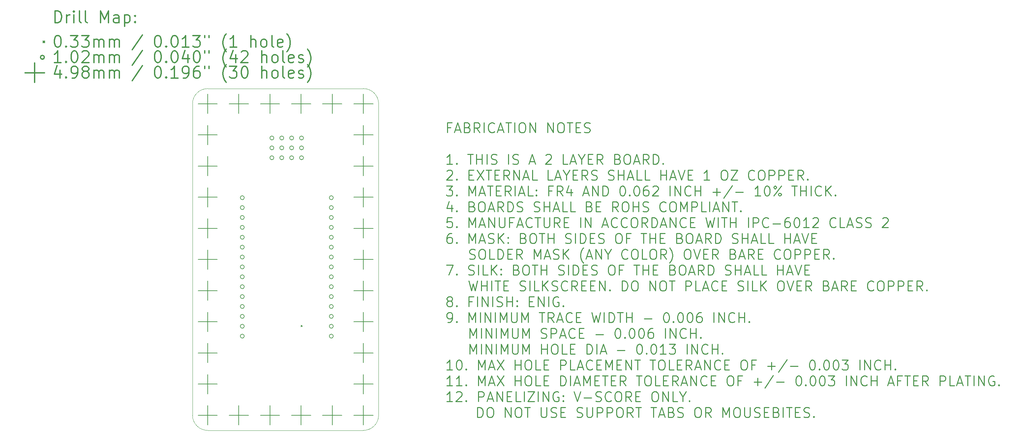
<source format=gbr>
G04 This is an RS-274x file exported by *
G04 gerbv version 2.6.0 *
G04 More information is available about gerbv at *
G04 http://gerbv.gpleda.org/ *
G04 --End of header info--*
%MOIN*%
%FSLAX34Y34*%
%IPPOS*%
G04 --Define apertures--*
%ADD10C,0.0050*%
%ADD11C,0.0079*%
%ADD12C,0.0118*%
%ADD13C,0.0138*%
%ADD14C,0.0024*%
%ADD15C,0.0100*%
G04 --Start main section--*
G54D11*
G01X0025935Y-032435D02*
G01X0026065Y-032565D01*
G01X0026065Y-032435D02*
G01X0025935Y-032565D01*
G01X0020212Y-019540D02*
G75*
G03X0020212Y-019540I-000200J0000000D01*
G01X0020212Y-020540D02*
G75*
G03X0020212Y-020540I-000200J0000000D01*
G01X0020212Y-021540D02*
G75*
G03X0020212Y-021540I-000200J0000000D01*
G01X0020212Y-022540D02*
G75*
G03X0020212Y-022540I-000200J0000000D01*
G01X0020212Y-023540D02*
G75*
G03X0020212Y-023540I-000200J0000000D01*
G01X0020212Y-024540D02*
G75*
G03X0020212Y-024540I-000200J0000000D01*
G01X0020212Y-025540D02*
G75*
G03X0020212Y-025540I-000200J0000000D01*
G01X0020212Y-026540D02*
G75*
G03X0020212Y-026540I-000200J0000000D01*
G01X0020212Y-027540D02*
G75*
G03X0020212Y-027540I-000200J0000000D01*
G01X0020212Y-028540D02*
G75*
G03X0020212Y-028540I-000200J0000000D01*
G01X0020212Y-029540D02*
G75*
G03X0020212Y-029540I-000200J0000000D01*
G01X0020212Y-030540D02*
G75*
G03X0020212Y-030540I-000200J0000000D01*
G01X0020212Y-031540D02*
G75*
G03X0020212Y-031540I-000200J0000000D01*
G01X0020212Y-032540D02*
G75*
G03X0020212Y-032540I-000200J0000000D01*
G01X0020212Y-033540D02*
G75*
G03X0020212Y-033540I-000200J0000000D01*
G01X0023200Y-013500D02*
G75*
G03X0023200Y-013500I-000200J0000000D01*
G01X0023200Y-014500D02*
G75*
G03X0023200Y-014500I-000200J0000000D01*
G01X0023200Y-015500D02*
G75*
G03X0023200Y-015500I-000200J0000000D01*
G01X0024200Y-013500D02*
G75*
G03X0024200Y-013500I-000200J0000000D01*
G01X0024200Y-014500D02*
G75*
G03X0024200Y-014500I-000200J0000000D01*
G01X0024200Y-015500D02*
G75*
G03X0024200Y-015500I-000200J0000000D01*
G01X0025200Y-013500D02*
G75*
G03X0025200Y-013500I-000200J0000000D01*
G01X0025200Y-014500D02*
G75*
G03X0025200Y-014500I-000200J0000000D01*
G01X0025200Y-015500D02*
G75*
G03X0025200Y-015500I-000200J0000000D01*
G01X0026200Y-013500D02*
G75*
G03X0026200Y-013500I-000200J0000000D01*
G01X0026200Y-014500D02*
G75*
G03X0026200Y-014500I-000200J0000000D01*
G01X0026200Y-015500D02*
G75*
G03X0026200Y-015500I-000200J0000000D01*
G01X0029212Y-019540D02*
G75*
G03X0029212Y-019540I-000200J0000000D01*
G01X0029212Y-020540D02*
G75*
G03X0029212Y-020540I-000200J0000000D01*
G01X0029212Y-021540D02*
G75*
G03X0029212Y-021540I-000200J0000000D01*
G01X0029212Y-022540D02*
G75*
G03X0029212Y-022540I-000200J0000000D01*
G01X0029212Y-023540D02*
G75*
G03X0029212Y-023540I-000200J0000000D01*
G01X0029212Y-024540D02*
G75*
G03X0029212Y-024540I-000200J0000000D01*
G01X0029212Y-025540D02*
G75*
G03X0029212Y-025540I-000200J0000000D01*
G01X0029212Y-026540D02*
G75*
G03X0029212Y-026540I-000200J0000000D01*
G01X0029212Y-027540D02*
G75*
G03X0029212Y-027540I-000200J0000000D01*
G01X0029212Y-028540D02*
G75*
G03X0029212Y-028540I-000200J0000000D01*
G01X0029212Y-029540D02*
G75*
G03X0029212Y-029540I-000200J0000000D01*
G01X0029212Y-030540D02*
G75*
G03X0029212Y-030540I-000200J0000000D01*
G01X0029212Y-031540D02*
G75*
G03X0029212Y-031540I-000200J0000000D01*
G01X0029212Y-032540D02*
G75*
G03X0029212Y-032540I-000200J0000000D01*
G01X0029212Y-033540D02*
G75*
G03X0029212Y-033540I-000200J0000000D01*
G01X0016512Y-009060D02*
G01X0016512Y-011020D01*
G01X0015532Y-010040D02*
G01X0017493Y-010040D01*
G01X0016512Y-012209D02*
G01X0016512Y-014170D01*
G01X0015532Y-013190D02*
G01X0017493Y-013190D01*
G01X0016512Y-015359D02*
G01X0016512Y-017320D01*
G01X0015532Y-016339D02*
G01X0017493Y-016339D01*
G01X0016512Y-018509D02*
G01X0016512Y-020469D01*
G01X0015532Y-019489D02*
G01X0017493Y-019489D01*
G01X0016512Y-021658D02*
G01X0016512Y-023619D01*
G01X0015532Y-022638D02*
G01X0017493Y-022638D01*
G01X0016512Y-024808D02*
G01X0016512Y-026768D01*
G01X0015532Y-025788D02*
G01X0017493Y-025788D01*
G01X0016512Y-027957D02*
G01X0016512Y-029918D01*
G01X0015532Y-028938D02*
G01X0017493Y-028938D01*
G01X0016512Y-031107D02*
G01X0016512Y-033068D01*
G01X0015532Y-032087D02*
G01X0017493Y-032087D01*
G01X0016512Y-034257D02*
G01X0016512Y-036217D01*
G01X0015532Y-035237D02*
G01X0017493Y-035237D01*
G01X0016512Y-037406D02*
G01X0016512Y-039367D01*
G01X0015532Y-038386D02*
G01X0017493Y-038386D01*
G01X0016512Y-040556D02*
G01X0016512Y-042516D01*
G01X0015532Y-041536D02*
G01X0017493Y-041536D01*
G01X0019662Y-009060D02*
G01X0019662Y-011020D01*
G01X0018682Y-010040D02*
G01X0020642Y-010040D01*
G01X0019662Y-040556D02*
G01X0019662Y-042516D01*
G01X0018682Y-041536D02*
G01X0020642Y-041536D01*
G01X0022812Y-009060D02*
G01X0022812Y-011020D01*
G01X0021831Y-010040D02*
G01X0023792Y-010040D01*
G01X0022812Y-040556D02*
G01X0022812Y-042516D01*
G01X0021831Y-041536D02*
G01X0023792Y-041536D01*
G01X0025961Y-009060D02*
G01X0025961Y-011020D01*
G01X0024981Y-010040D02*
G01X0026941Y-010040D01*
G01X0025961Y-040556D02*
G01X0025961Y-042516D01*
G01X0024981Y-041536D02*
G01X0026941Y-041536D01*
G01X0029111Y-009060D02*
G01X0029111Y-011020D01*
G01X0028130Y-010040D02*
G01X0030091Y-010040D01*
G01X0029111Y-040556D02*
G01X0029111Y-042516D01*
G01X0028130Y-041536D02*
G01X0030091Y-041536D01*
G01X0032260Y-009060D02*
G01X0032260Y-011020D01*
G01X0031280Y-010040D02*
G01X0033240Y-010040D01*
G01X0032260Y-012209D02*
G01X0032260Y-014170D01*
G01X0031280Y-013190D02*
G01X0033240Y-013190D01*
G01X0032260Y-015359D02*
G01X0032260Y-017320D01*
G01X0031280Y-016339D02*
G01X0033240Y-016339D01*
G01X0032260Y-018509D02*
G01X0032260Y-020469D01*
G01X0031280Y-019489D02*
G01X0033240Y-019489D01*
G01X0032260Y-021658D02*
G01X0032260Y-023619D01*
G01X0031280Y-022638D02*
G01X0033240Y-022638D01*
G01X0032260Y-027957D02*
G01X0032260Y-029918D01*
G01X0031280Y-028938D02*
G01X0033240Y-028938D01*
G01X0032260Y-040556D02*
G01X0032260Y-042516D01*
G01X0031280Y-041536D02*
G01X0033240Y-041536D01*
G01X0032260Y-024808D02*
G01X0032260Y-026768D01*
G01X0031280Y-025788D02*
G01X0033241Y-025788D01*
G01X0032260Y-031107D02*
G01X0032260Y-033068D01*
G01X0031280Y-032087D02*
G01X0033241Y-032087D01*
G01X0032260Y-034257D02*
G01X0032260Y-036217D01*
G01X0031280Y-035237D02*
G01X0033241Y-035237D01*
G01X0032260Y-037406D02*
G01X0032260Y-039367D01*
G01X0031280Y-038386D02*
G01X0033241Y-038386D01*
G54D12*
G01X0001069Y-001834D02*
G01X0001069Y-000652D01*
G01X0001069Y-000652D02*
G01X0001350Y-000652D01*
G01X0001350Y-000652D02*
G01X0001519Y-000709D01*
G01X0001519Y-000709D02*
G01X0001631Y-000821D01*
G01X0001631Y-000821D02*
G01X0001687Y-000934D01*
G01X0001687Y-000934D02*
G01X0001744Y-001159D01*
G01X0001744Y-001159D02*
G01X0001744Y-001327D01*
G01X0001744Y-001327D02*
G01X0001687Y-001552D01*
G01X0001687Y-001552D02*
G01X0001631Y-001665D01*
G01X0001631Y-001665D02*
G01X0001519Y-001777D01*
G01X0001519Y-001777D02*
G01X0001350Y-001834D01*
G01X0001350Y-001834D02*
G01X0001069Y-001834D01*
G01X0002250Y-001834D02*
G01X0002250Y-001046D01*
G01X0002250Y-001271D02*
G01X0002306Y-001159D01*
G01X0002306Y-001159D02*
G01X0002362Y-001102D01*
G01X0002362Y-001102D02*
G01X0002475Y-001046D01*
G01X0002475Y-001046D02*
G01X0002587Y-001046D01*
G01X0002981Y-001834D02*
G01X0002981Y-001046D01*
G01X0002981Y-000652D02*
G01X0002925Y-000709D01*
G01X0002925Y-000709D02*
G01X0002981Y-000765D01*
G01X0002981Y-000765D02*
G01X0003037Y-000709D01*
G01X0003037Y-000709D02*
G01X0002981Y-000652D01*
G01X0002981Y-000652D02*
G01X0002981Y-000765D01*
G01X0003712Y-001834D02*
G01X0003600Y-001777D01*
G01X0003600Y-001777D02*
G01X0003543Y-001665D01*
G01X0003543Y-001665D02*
G01X0003543Y-000652D01*
G01X0004331Y-001834D02*
G01X0004218Y-001777D01*
G01X0004218Y-001777D02*
G01X0004162Y-001665D01*
G01X0004162Y-001665D02*
G01X0004162Y-000652D01*
G01X0005681Y-001834D02*
G01X0005681Y-000652D01*
G01X0005681Y-000652D02*
G01X0006074Y-001496D01*
G01X0006074Y-001496D02*
G01X0006468Y-000652D01*
G01X0006468Y-000652D02*
G01X0006468Y-001834D01*
G01X0007537Y-001834D02*
G01X0007537Y-001215D01*
G01X0007537Y-001215D02*
G01X0007480Y-001102D01*
G01X0007480Y-001102D02*
G01X0007368Y-001046D01*
G01X0007368Y-001046D02*
G01X0007143Y-001046D01*
G01X0007143Y-001046D02*
G01X0007030Y-001102D01*
G01X0007537Y-001777D02*
G01X0007424Y-001834D01*
G01X0007424Y-001834D02*
G01X0007143Y-001834D01*
G01X0007143Y-001834D02*
G01X0007030Y-001777D01*
G01X0007030Y-001777D02*
G01X0006974Y-001665D01*
G01X0006974Y-001665D02*
G01X0006974Y-001552D01*
G01X0006974Y-001552D02*
G01X0007030Y-001440D01*
G01X0007030Y-001440D02*
G01X0007143Y-001384D01*
G01X0007143Y-001384D02*
G01X0007424Y-001384D01*
G01X0007424Y-001384D02*
G01X0007537Y-001327D01*
G01X0008099Y-001046D02*
G01X0008099Y-002227D01*
G01X0008099Y-001102D02*
G01X0008211Y-001046D01*
G01X0008211Y-001046D02*
G01X0008436Y-001046D01*
G01X0008436Y-001046D02*
G01X0008549Y-001102D01*
G01X0008549Y-001102D02*
G01X0008605Y-001159D01*
G01X0008605Y-001159D02*
G01X0008661Y-001271D01*
G01X0008661Y-001271D02*
G01X0008661Y-001609D01*
G01X0008661Y-001609D02*
G01X0008605Y-001721D01*
G01X0008605Y-001721D02*
G01X0008549Y-001777D01*
G01X0008549Y-001777D02*
G01X0008436Y-001834D01*
G01X0008436Y-001834D02*
G01X0008211Y-001834D01*
G01X0008211Y-001834D02*
G01X0008099Y-001777D01*
G01X0009168Y-001721D02*
G01X0009224Y-001777D01*
G01X0009224Y-001777D02*
G01X0009168Y-001834D01*
G01X0009168Y-001834D02*
G01X0009111Y-001777D01*
G01X0009111Y-001777D02*
G01X0009168Y-001721D01*
G01X0009168Y-001721D02*
G01X0009168Y-001834D01*
G01X0009168Y-001102D02*
G01X0009224Y-001159D01*
G01X0009224Y-001159D02*
G01X0009168Y-001215D01*
G01X0009168Y-001215D02*
G01X0009111Y-001159D01*
G01X0009111Y-001159D02*
G01X0009168Y-001102D01*
G01X0009168Y-001102D02*
G01X0009168Y-001215D01*
G01X-000130Y-003715D02*
G01X0000000Y-003845D01*
G01X0000000Y-003715D02*
G01X-000130Y-003845D01*
G01X0001294Y-003133D02*
G01X0001406Y-003133D01*
G01X0001406Y-003133D02*
G01X0001519Y-003189D01*
G01X0001519Y-003189D02*
G01X0001575Y-003245D01*
G01X0001575Y-003245D02*
G01X0001631Y-003358D01*
G01X0001631Y-003358D02*
G01X0001687Y-003583D01*
G01X0001687Y-003583D02*
G01X0001687Y-003864D01*
G01X0001687Y-003864D02*
G01X0001631Y-004089D01*
G01X0001631Y-004089D02*
G01X0001575Y-004201D01*
G01X0001575Y-004201D02*
G01X0001519Y-004258D01*
G01X0001519Y-004258D02*
G01X0001406Y-004314D01*
G01X0001406Y-004314D02*
G01X0001294Y-004314D01*
G01X0001294Y-004314D02*
G01X0001181Y-004258D01*
G01X0001181Y-004258D02*
G01X0001125Y-004201D01*
G01X0001125Y-004201D02*
G01X0001069Y-004089D01*
G01X0001069Y-004089D02*
G01X0001012Y-003864D01*
G01X0001012Y-003864D02*
G01X0001012Y-003583D01*
G01X0001012Y-003583D02*
G01X0001069Y-003358D01*
G01X0001069Y-003358D02*
G01X0001125Y-003245D01*
G01X0001125Y-003245D02*
G01X0001181Y-003189D01*
G01X0001181Y-003189D02*
G01X0001294Y-003133D01*
G01X0002193Y-004201D02*
G01X0002250Y-004258D01*
G01X0002250Y-004258D02*
G01X0002193Y-004314D01*
G01X0002193Y-004314D02*
G01X0002137Y-004258D01*
G01X0002137Y-004258D02*
G01X0002193Y-004201D01*
G01X0002193Y-004201D02*
G01X0002193Y-004314D01*
G01X0002643Y-003133D02*
G01X0003375Y-003133D01*
G01X0003375Y-003133D02*
G01X0002981Y-003583D01*
G01X0002981Y-003583D02*
G01X0003150Y-003583D01*
G01X0003150Y-003583D02*
G01X0003262Y-003639D01*
G01X0003262Y-003639D02*
G01X0003318Y-003695D01*
G01X0003318Y-003695D02*
G01X0003375Y-003808D01*
G01X0003375Y-003808D02*
G01X0003375Y-004089D01*
G01X0003375Y-004089D02*
G01X0003318Y-004201D01*
G01X0003318Y-004201D02*
G01X0003262Y-004258D01*
G01X0003262Y-004258D02*
G01X0003150Y-004314D01*
G01X0003150Y-004314D02*
G01X0002812Y-004314D01*
G01X0002812Y-004314D02*
G01X0002700Y-004258D01*
G01X0002700Y-004258D02*
G01X0002643Y-004201D01*
G01X0003768Y-003133D02*
G01X0004499Y-003133D01*
G01X0004499Y-003133D02*
G01X0004106Y-003583D01*
G01X0004106Y-003583D02*
G01X0004274Y-003583D01*
G01X0004274Y-003583D02*
G01X0004387Y-003639D01*
G01X0004387Y-003639D02*
G01X0004443Y-003695D01*
G01X0004443Y-003695D02*
G01X0004499Y-003808D01*
G01X0004499Y-003808D02*
G01X0004499Y-004089D01*
G01X0004499Y-004089D02*
G01X0004443Y-004201D01*
G01X0004443Y-004201D02*
G01X0004387Y-004258D01*
G01X0004387Y-004258D02*
G01X0004274Y-004314D01*
G01X0004274Y-004314D02*
G01X0003937Y-004314D01*
G01X0003937Y-004314D02*
G01X0003825Y-004258D01*
G01X0003825Y-004258D02*
G01X0003768Y-004201D01*
G01X0005006Y-004314D02*
G01X0005006Y-003526D01*
G01X0005006Y-003639D02*
G01X0005062Y-003583D01*
G01X0005062Y-003583D02*
G01X0005174Y-003526D01*
G01X0005174Y-003526D02*
G01X0005343Y-003526D01*
G01X0005343Y-003526D02*
G01X0005456Y-003583D01*
G01X0005456Y-003583D02*
G01X0005512Y-003695D01*
G01X0005512Y-003695D02*
G01X0005512Y-004314D01*
G01X0005512Y-003695D02*
G01X0005568Y-003583D01*
G01X0005568Y-003583D02*
G01X0005681Y-003526D01*
G01X0005681Y-003526D02*
G01X0005849Y-003526D01*
G01X0005849Y-003526D02*
G01X0005962Y-003583D01*
G01X0005962Y-003583D02*
G01X0006018Y-003695D01*
G01X0006018Y-003695D02*
G01X0006018Y-004314D01*
G01X0006580Y-004314D02*
G01X0006580Y-003526D01*
G01X0006580Y-003639D02*
G01X0006637Y-003583D01*
G01X0006637Y-003583D02*
G01X0006749Y-003526D01*
G01X0006749Y-003526D02*
G01X0006918Y-003526D01*
G01X0006918Y-003526D02*
G01X0007030Y-003583D01*
G01X0007030Y-003583D02*
G01X0007087Y-003695D01*
G01X0007087Y-003695D02*
G01X0007087Y-004314D01*
G01X0007087Y-003695D02*
G01X0007143Y-003583D01*
G01X0007143Y-003583D02*
G01X0007255Y-003526D01*
G01X0007255Y-003526D02*
G01X0007424Y-003526D01*
G01X0007424Y-003526D02*
G01X0007537Y-003583D01*
G01X0007537Y-003583D02*
G01X0007593Y-003695D01*
G01X0007593Y-003695D02*
G01X0007593Y-004314D01*
G01X0009899Y-003076D02*
G01X0008886Y-004595D01*
G01X0011417Y-003133D02*
G01X0011530Y-003133D01*
G01X0011530Y-003133D02*
G01X0011642Y-003189D01*
G01X0011642Y-003189D02*
G01X0011699Y-003245D01*
G01X0011699Y-003245D02*
G01X0011755Y-003358D01*
G01X0011755Y-003358D02*
G01X0011811Y-003583D01*
G01X0011811Y-003583D02*
G01X0011811Y-003864D01*
G01X0011811Y-003864D02*
G01X0011755Y-004089D01*
G01X0011755Y-004089D02*
G01X0011699Y-004201D01*
G01X0011699Y-004201D02*
G01X0011642Y-004258D01*
G01X0011642Y-004258D02*
G01X0011530Y-004314D01*
G01X0011530Y-004314D02*
G01X0011417Y-004314D01*
G01X0011417Y-004314D02*
G01X0011305Y-004258D01*
G01X0011305Y-004258D02*
G01X0011249Y-004201D01*
G01X0011249Y-004201D02*
G01X0011192Y-004089D01*
G01X0011192Y-004089D02*
G01X0011136Y-003864D01*
G01X0011136Y-003864D02*
G01X0011136Y-003583D01*
G01X0011136Y-003583D02*
G01X0011192Y-003358D01*
G01X0011192Y-003358D02*
G01X0011249Y-003245D01*
G01X0011249Y-003245D02*
G01X0011305Y-003189D01*
G01X0011305Y-003189D02*
G01X0011417Y-003133D01*
G01X0012317Y-004201D02*
G01X0012373Y-004258D01*
G01X0012373Y-004258D02*
G01X0012317Y-004314D01*
G01X0012317Y-004314D02*
G01X0012261Y-004258D01*
G01X0012261Y-004258D02*
G01X0012317Y-004201D01*
G01X0012317Y-004201D02*
G01X0012317Y-004314D01*
G01X0013105Y-003133D02*
G01X0013217Y-003133D01*
G01X0013217Y-003133D02*
G01X0013330Y-003189D01*
G01X0013330Y-003189D02*
G01X0013386Y-003245D01*
G01X0013386Y-003245D02*
G01X0013442Y-003358D01*
G01X0013442Y-003358D02*
G01X0013498Y-003583D01*
G01X0013498Y-003583D02*
G01X0013498Y-003864D01*
G01X0013498Y-003864D02*
G01X0013442Y-004089D01*
G01X0013442Y-004089D02*
G01X0013386Y-004201D01*
G01X0013386Y-004201D02*
G01X0013330Y-004258D01*
G01X0013330Y-004258D02*
G01X0013217Y-004314D01*
G01X0013217Y-004314D02*
G01X0013105Y-004314D01*
G01X0013105Y-004314D02*
G01X0012992Y-004258D01*
G01X0012992Y-004258D02*
G01X0012936Y-004201D01*
G01X0012936Y-004201D02*
G01X0012880Y-004089D01*
G01X0012880Y-004089D02*
G01X0012823Y-003864D01*
G01X0012823Y-003864D02*
G01X0012823Y-003583D01*
G01X0012823Y-003583D02*
G01X0012880Y-003358D01*
G01X0012880Y-003358D02*
G01X0012936Y-003245D01*
G01X0012936Y-003245D02*
G01X0012992Y-003189D01*
G01X0012992Y-003189D02*
G01X0013105Y-003133D01*
G01X0014623Y-004314D02*
G01X0013948Y-004314D01*
G01X0014286Y-004314D02*
G01X0014286Y-003133D01*
G01X0014286Y-003133D02*
G01X0014173Y-003301D01*
G01X0014173Y-003301D02*
G01X0014061Y-003414D01*
G01X0014061Y-003414D02*
G01X0013948Y-003470D01*
G01X0015017Y-003133D02*
G01X0015748Y-003133D01*
G01X0015748Y-003133D02*
G01X0015354Y-003583D01*
G01X0015354Y-003583D02*
G01X0015523Y-003583D01*
G01X0015523Y-003583D02*
G01X0015636Y-003639D01*
G01X0015636Y-003639D02*
G01X0015692Y-003695D01*
G01X0015692Y-003695D02*
G01X0015748Y-003808D01*
G01X0015748Y-003808D02*
G01X0015748Y-004089D01*
G01X0015748Y-004089D02*
G01X0015692Y-004201D01*
G01X0015692Y-004201D02*
G01X0015636Y-004258D01*
G01X0015636Y-004258D02*
G01X0015523Y-004314D01*
G01X0015523Y-004314D02*
G01X0015186Y-004314D01*
G01X0015186Y-004314D02*
G01X0015073Y-004258D01*
G01X0015073Y-004258D02*
G01X0015017Y-004201D01*
G01X0016198Y-003133D02*
G01X0016198Y-003358D01*
G01X0016648Y-003133D02*
G01X0016648Y-003358D01*
G01X0018391Y-004764D02*
G01X0018335Y-004708D01*
G01X0018335Y-004708D02*
G01X0018223Y-004539D01*
G01X0018223Y-004539D02*
G01X0018166Y-004426D01*
G01X0018166Y-004426D02*
G01X0018110Y-004258D01*
G01X0018110Y-004258D02*
G01X0018054Y-003976D01*
G01X0018054Y-003976D02*
G01X0018054Y-003751D01*
G01X0018054Y-003751D02*
G01X0018110Y-003470D01*
G01X0018110Y-003470D02*
G01X0018166Y-003301D01*
G01X0018166Y-003301D02*
G01X0018223Y-003189D01*
G01X0018223Y-003189D02*
G01X0018335Y-003020D01*
G01X0018335Y-003020D02*
G01X0018391Y-002964D01*
G01X0019460Y-004314D02*
G01X0018785Y-004314D01*
G01X0019123Y-004314D02*
G01X0019123Y-003133D01*
G01X0019123Y-003133D02*
G01X0019010Y-003301D01*
G01X0019010Y-003301D02*
G01X0018898Y-003414D01*
G01X0018898Y-003414D02*
G01X0018785Y-003470D01*
G01X0020866Y-004314D02*
G01X0020866Y-003133D01*
G01X0021372Y-004314D02*
G01X0021372Y-003695D01*
G01X0021372Y-003695D02*
G01X0021316Y-003583D01*
G01X0021316Y-003583D02*
G01X0021204Y-003526D01*
G01X0021204Y-003526D02*
G01X0021035Y-003526D01*
G01X0021035Y-003526D02*
G01X0020922Y-003583D01*
G01X0020922Y-003583D02*
G01X0020866Y-003639D01*
G01X0022103Y-004314D02*
G01X0021991Y-004258D01*
G01X0021991Y-004258D02*
G01X0021935Y-004201D01*
G01X0021935Y-004201D02*
G01X0021879Y-004089D01*
G01X0021879Y-004089D02*
G01X0021879Y-003751D01*
G01X0021879Y-003751D02*
G01X0021935Y-003639D01*
G01X0021935Y-003639D02*
G01X0021991Y-003583D01*
G01X0021991Y-003583D02*
G01X0022103Y-003526D01*
G01X0022103Y-003526D02*
G01X0022272Y-003526D01*
G01X0022272Y-003526D02*
G01X0022385Y-003583D01*
G01X0022385Y-003583D02*
G01X0022441Y-003639D01*
G01X0022441Y-003639D02*
G01X0022497Y-003751D01*
G01X0022497Y-003751D02*
G01X0022497Y-004089D01*
G01X0022497Y-004089D02*
G01X0022441Y-004201D01*
G01X0022441Y-004201D02*
G01X0022385Y-004258D01*
G01X0022385Y-004258D02*
G01X0022272Y-004314D01*
G01X0022272Y-004314D02*
G01X0022103Y-004314D01*
G01X0023172Y-004314D02*
G01X0023060Y-004258D01*
G01X0023060Y-004258D02*
G01X0023003Y-004145D01*
G01X0023003Y-004145D02*
G01X0023003Y-003133D01*
G01X0024072Y-004258D02*
G01X0023960Y-004314D01*
G01X0023960Y-004314D02*
G01X0023735Y-004314D01*
G01X0023735Y-004314D02*
G01X0023622Y-004258D01*
G01X0023622Y-004258D02*
G01X0023566Y-004145D01*
G01X0023566Y-004145D02*
G01X0023566Y-003695D01*
G01X0023566Y-003695D02*
G01X0023622Y-003583D01*
G01X0023622Y-003583D02*
G01X0023735Y-003526D01*
G01X0023735Y-003526D02*
G01X0023960Y-003526D01*
G01X0023960Y-003526D02*
G01X0024072Y-003583D01*
G01X0024072Y-003583D02*
G01X0024128Y-003695D01*
G01X0024128Y-003695D02*
G01X0024128Y-003808D01*
G01X0024128Y-003808D02*
G01X0023566Y-003920D01*
G01X0024522Y-004764D02*
G01X0024578Y-004708D01*
G01X0024578Y-004708D02*
G01X0024691Y-004539D01*
G01X0024691Y-004539D02*
G01X0024747Y-004426D01*
G01X0024747Y-004426D02*
G01X0024803Y-004258D01*
G01X0024803Y-004258D02*
G01X0024859Y-003976D01*
G01X0024859Y-003976D02*
G01X0024859Y-003751D01*
G01X0024859Y-003751D02*
G01X0024803Y-003470D01*
G01X0024803Y-003470D02*
G01X0024747Y-003301D01*
G01X0024747Y-003301D02*
G01X0024691Y-003189D01*
G01X0024691Y-003189D02*
G01X0024578Y-003020D01*
G01X0024578Y-003020D02*
G01X0024522Y-002964D01*
G01X0000000Y-005339D02*
G75*
G03X0000000Y-005339I-000200J0000000D01*
G01X0001687Y-005873D02*
G01X0001012Y-005873D01*
G01X0001350Y-005873D02*
G01X0001350Y-004692D01*
G01X0001350Y-004692D02*
G01X0001237Y-004861D01*
G01X0001237Y-004861D02*
G01X0001125Y-004973D01*
G01X0001125Y-004973D02*
G01X0001012Y-005029D01*
G01X0002193Y-005760D02*
G01X0002250Y-005817D01*
G01X0002250Y-005817D02*
G01X0002193Y-005873D01*
G01X0002193Y-005873D02*
G01X0002137Y-005817D01*
G01X0002137Y-005817D02*
G01X0002193Y-005760D01*
G01X0002193Y-005760D02*
G01X0002193Y-005873D01*
G01X0002981Y-004692D02*
G01X0003093Y-004692D01*
G01X0003093Y-004692D02*
G01X0003206Y-004748D01*
G01X0003206Y-004748D02*
G01X0003262Y-004804D01*
G01X0003262Y-004804D02*
G01X0003318Y-004917D01*
G01X0003318Y-004917D02*
G01X0003375Y-005142D01*
G01X0003375Y-005142D02*
G01X0003375Y-005423D01*
G01X0003375Y-005423D02*
G01X0003318Y-005648D01*
G01X0003318Y-005648D02*
G01X0003262Y-005760D01*
G01X0003262Y-005760D02*
G01X0003206Y-005817D01*
G01X0003206Y-005817D02*
G01X0003093Y-005873D01*
G01X0003093Y-005873D02*
G01X0002981Y-005873D01*
G01X0002981Y-005873D02*
G01X0002868Y-005817D01*
G01X0002868Y-005817D02*
G01X0002812Y-005760D01*
G01X0002812Y-005760D02*
G01X0002756Y-005648D01*
G01X0002756Y-005648D02*
G01X0002700Y-005423D01*
G01X0002700Y-005423D02*
G01X0002700Y-005142D01*
G01X0002700Y-005142D02*
G01X0002756Y-004917D01*
G01X0002756Y-004917D02*
G01X0002812Y-004804D01*
G01X0002812Y-004804D02*
G01X0002868Y-004748D01*
G01X0002868Y-004748D02*
G01X0002981Y-004692D01*
G01X0003825Y-004804D02*
G01X0003881Y-004748D01*
G01X0003881Y-004748D02*
G01X0003993Y-004692D01*
G01X0003993Y-004692D02*
G01X0004274Y-004692D01*
G01X0004274Y-004692D02*
G01X0004387Y-004748D01*
G01X0004387Y-004748D02*
G01X0004443Y-004804D01*
G01X0004443Y-004804D02*
G01X0004499Y-004917D01*
G01X0004499Y-004917D02*
G01X0004499Y-005029D01*
G01X0004499Y-005029D02*
G01X0004443Y-005198D01*
G01X0004443Y-005198D02*
G01X0003768Y-005873D01*
G01X0003768Y-005873D02*
G01X0004499Y-005873D01*
G01X0005006Y-005873D02*
G01X0005006Y-005085D01*
G01X0005006Y-005198D02*
G01X0005062Y-005142D01*
G01X0005062Y-005142D02*
G01X0005174Y-005085D01*
G01X0005174Y-005085D02*
G01X0005343Y-005085D01*
G01X0005343Y-005085D02*
G01X0005456Y-005142D01*
G01X0005456Y-005142D02*
G01X0005512Y-005254D01*
G01X0005512Y-005254D02*
G01X0005512Y-005873D01*
G01X0005512Y-005254D02*
G01X0005568Y-005142D01*
G01X0005568Y-005142D02*
G01X0005681Y-005085D01*
G01X0005681Y-005085D02*
G01X0005849Y-005085D01*
G01X0005849Y-005085D02*
G01X0005962Y-005142D01*
G01X0005962Y-005142D02*
G01X0006018Y-005254D01*
G01X0006018Y-005254D02*
G01X0006018Y-005873D01*
G01X0006580Y-005873D02*
G01X0006580Y-005085D01*
G01X0006580Y-005198D02*
G01X0006637Y-005142D01*
G01X0006637Y-005142D02*
G01X0006749Y-005085D01*
G01X0006749Y-005085D02*
G01X0006918Y-005085D01*
G01X0006918Y-005085D02*
G01X0007030Y-005142D01*
G01X0007030Y-005142D02*
G01X0007087Y-005254D01*
G01X0007087Y-005254D02*
G01X0007087Y-005873D01*
G01X0007087Y-005254D02*
G01X0007143Y-005142D01*
G01X0007143Y-005142D02*
G01X0007255Y-005085D01*
G01X0007255Y-005085D02*
G01X0007424Y-005085D01*
G01X0007424Y-005085D02*
G01X0007537Y-005142D01*
G01X0007537Y-005142D02*
G01X0007593Y-005254D01*
G01X0007593Y-005254D02*
G01X0007593Y-005873D01*
G01X0009899Y-004636D02*
G01X0008886Y-006154D01*
G01X0011417Y-004692D02*
G01X0011530Y-004692D01*
G01X0011530Y-004692D02*
G01X0011642Y-004748D01*
G01X0011642Y-004748D02*
G01X0011699Y-004804D01*
G01X0011699Y-004804D02*
G01X0011755Y-004917D01*
G01X0011755Y-004917D02*
G01X0011811Y-005142D01*
G01X0011811Y-005142D02*
G01X0011811Y-005423D01*
G01X0011811Y-005423D02*
G01X0011755Y-005648D01*
G01X0011755Y-005648D02*
G01X0011699Y-005760D01*
G01X0011699Y-005760D02*
G01X0011642Y-005817D01*
G01X0011642Y-005817D02*
G01X0011530Y-005873D01*
G01X0011530Y-005873D02*
G01X0011417Y-005873D01*
G01X0011417Y-005873D02*
G01X0011305Y-005817D01*
G01X0011305Y-005817D02*
G01X0011249Y-005760D01*
G01X0011249Y-005760D02*
G01X0011192Y-005648D01*
G01X0011192Y-005648D02*
G01X0011136Y-005423D01*
G01X0011136Y-005423D02*
G01X0011136Y-005142D01*
G01X0011136Y-005142D02*
G01X0011192Y-004917D01*
G01X0011192Y-004917D02*
G01X0011249Y-004804D01*
G01X0011249Y-004804D02*
G01X0011305Y-004748D01*
G01X0011305Y-004748D02*
G01X0011417Y-004692D01*
G01X0012317Y-005760D02*
G01X0012373Y-005817D01*
G01X0012373Y-005817D02*
G01X0012317Y-005873D01*
G01X0012317Y-005873D02*
G01X0012261Y-005817D01*
G01X0012261Y-005817D02*
G01X0012317Y-005760D01*
G01X0012317Y-005760D02*
G01X0012317Y-005873D01*
G01X0013105Y-004692D02*
G01X0013217Y-004692D01*
G01X0013217Y-004692D02*
G01X0013330Y-004748D01*
G01X0013330Y-004748D02*
G01X0013386Y-004804D01*
G01X0013386Y-004804D02*
G01X0013442Y-004917D01*
G01X0013442Y-004917D02*
G01X0013498Y-005142D01*
G01X0013498Y-005142D02*
G01X0013498Y-005423D01*
G01X0013498Y-005423D02*
G01X0013442Y-005648D01*
G01X0013442Y-005648D02*
G01X0013386Y-005760D01*
G01X0013386Y-005760D02*
G01X0013330Y-005817D01*
G01X0013330Y-005817D02*
G01X0013217Y-005873D01*
G01X0013217Y-005873D02*
G01X0013105Y-005873D01*
G01X0013105Y-005873D02*
G01X0012992Y-005817D01*
G01X0012992Y-005817D02*
G01X0012936Y-005760D01*
G01X0012936Y-005760D02*
G01X0012880Y-005648D01*
G01X0012880Y-005648D02*
G01X0012823Y-005423D01*
G01X0012823Y-005423D02*
G01X0012823Y-005142D01*
G01X0012823Y-005142D02*
G01X0012880Y-004917D01*
G01X0012880Y-004917D02*
G01X0012936Y-004804D01*
G01X0012936Y-004804D02*
G01X0012992Y-004748D01*
G01X0012992Y-004748D02*
G01X0013105Y-004692D01*
G01X0014511Y-005085D02*
G01X0014511Y-005873D01*
G01X0014229Y-004636D02*
G01X0013948Y-005479D01*
G01X0013948Y-005479D02*
G01X0014679Y-005479D01*
G01X0015354Y-004692D02*
G01X0015467Y-004692D01*
G01X0015467Y-004692D02*
G01X0015579Y-004748D01*
G01X0015579Y-004748D02*
G01X0015636Y-004804D01*
G01X0015636Y-004804D02*
G01X0015692Y-004917D01*
G01X0015692Y-004917D02*
G01X0015748Y-005142D01*
G01X0015748Y-005142D02*
G01X0015748Y-005423D01*
G01X0015748Y-005423D02*
G01X0015692Y-005648D01*
G01X0015692Y-005648D02*
G01X0015636Y-005760D01*
G01X0015636Y-005760D02*
G01X0015579Y-005817D01*
G01X0015579Y-005817D02*
G01X0015467Y-005873D01*
G01X0015467Y-005873D02*
G01X0015354Y-005873D01*
G01X0015354Y-005873D02*
G01X0015242Y-005817D01*
G01X0015242Y-005817D02*
G01X0015186Y-005760D01*
G01X0015186Y-005760D02*
G01X0015129Y-005648D01*
G01X0015129Y-005648D02*
G01X0015073Y-005423D01*
G01X0015073Y-005423D02*
G01X0015073Y-005142D01*
G01X0015073Y-005142D02*
G01X0015129Y-004917D01*
G01X0015129Y-004917D02*
G01X0015186Y-004804D01*
G01X0015186Y-004804D02*
G01X0015242Y-004748D01*
G01X0015242Y-004748D02*
G01X0015354Y-004692D01*
G01X0016198Y-004692D02*
G01X0016198Y-004917D01*
G01X0016648Y-004692D02*
G01X0016648Y-004917D01*
G01X0018391Y-006323D02*
G01X0018335Y-006267D01*
G01X0018335Y-006267D02*
G01X0018223Y-006098D01*
G01X0018223Y-006098D02*
G01X0018166Y-005985D01*
G01X0018166Y-005985D02*
G01X0018110Y-005817D01*
G01X0018110Y-005817D02*
G01X0018054Y-005535D01*
G01X0018054Y-005535D02*
G01X0018054Y-005310D01*
G01X0018054Y-005310D02*
G01X0018110Y-005029D01*
G01X0018110Y-005029D02*
G01X0018166Y-004861D01*
G01X0018166Y-004861D02*
G01X0018223Y-004748D01*
G01X0018223Y-004748D02*
G01X0018335Y-004579D01*
G01X0018335Y-004579D02*
G01X0018391Y-004523D01*
G01X0019348Y-005085D02*
G01X0019348Y-005873D01*
G01X0019066Y-004636D02*
G01X0018785Y-005479D01*
G01X0018785Y-005479D02*
G01X0019516Y-005479D01*
G01X0019910Y-004804D02*
G01X0019966Y-004748D01*
G01X0019966Y-004748D02*
G01X0020079Y-004692D01*
G01X0020079Y-004692D02*
G01X0020360Y-004692D01*
G01X0020360Y-004692D02*
G01X0020472Y-004748D01*
G01X0020472Y-004748D02*
G01X0020529Y-004804D01*
G01X0020529Y-004804D02*
G01X0020585Y-004917D01*
G01X0020585Y-004917D02*
G01X0020585Y-005029D01*
G01X0020585Y-005029D02*
G01X0020529Y-005198D01*
G01X0020529Y-005198D02*
G01X0019854Y-005873D01*
G01X0019854Y-005873D02*
G01X0020585Y-005873D01*
G01X0021991Y-005873D02*
G01X0021991Y-004692D01*
G01X0022497Y-005873D02*
G01X0022497Y-005254D01*
G01X0022497Y-005254D02*
G01X0022441Y-005142D01*
G01X0022441Y-005142D02*
G01X0022328Y-005085D01*
G01X0022328Y-005085D02*
G01X0022160Y-005085D01*
G01X0022160Y-005085D02*
G01X0022047Y-005142D01*
G01X0022047Y-005142D02*
G01X0021991Y-005198D01*
G01X0023228Y-005873D02*
G01X0023116Y-005817D01*
G01X0023116Y-005817D02*
G01X0023060Y-005760D01*
G01X0023060Y-005760D02*
G01X0023003Y-005648D01*
G01X0023003Y-005648D02*
G01X0023003Y-005310D01*
G01X0023003Y-005310D02*
G01X0023060Y-005198D01*
G01X0023060Y-005198D02*
G01X0023116Y-005142D01*
G01X0023116Y-005142D02*
G01X0023228Y-005085D01*
G01X0023228Y-005085D02*
G01X0023397Y-005085D01*
G01X0023397Y-005085D02*
G01X0023510Y-005142D01*
G01X0023510Y-005142D02*
G01X0023566Y-005198D01*
G01X0023566Y-005198D02*
G01X0023622Y-005310D01*
G01X0023622Y-005310D02*
G01X0023622Y-005648D01*
G01X0023622Y-005648D02*
G01X0023566Y-005760D01*
G01X0023566Y-005760D02*
G01X0023510Y-005817D01*
G01X0023510Y-005817D02*
G01X0023397Y-005873D01*
G01X0023397Y-005873D02*
G01X0023228Y-005873D01*
G01X0024297Y-005873D02*
G01X0024184Y-005817D01*
G01X0024184Y-005817D02*
G01X0024128Y-005704D01*
G01X0024128Y-005704D02*
G01X0024128Y-004692D01*
G01X0025197Y-005817D02*
G01X0025084Y-005873D01*
G01X0025084Y-005873D02*
G01X0024859Y-005873D01*
G01X0024859Y-005873D02*
G01X0024747Y-005817D01*
G01X0024747Y-005817D02*
G01X0024691Y-005704D01*
G01X0024691Y-005704D02*
G01X0024691Y-005254D01*
G01X0024691Y-005254D02*
G01X0024747Y-005142D01*
G01X0024747Y-005142D02*
G01X0024859Y-005085D01*
G01X0024859Y-005085D02*
G01X0025084Y-005085D01*
G01X0025084Y-005085D02*
G01X0025197Y-005142D01*
G01X0025197Y-005142D02*
G01X0025253Y-005254D01*
G01X0025253Y-005254D02*
G01X0025253Y-005367D01*
G01X0025253Y-005367D02*
G01X0024691Y-005479D01*
G01X0025703Y-005817D02*
G01X0025816Y-005873D01*
G01X0025816Y-005873D02*
G01X0026040Y-005873D01*
G01X0026040Y-005873D02*
G01X0026153Y-005817D01*
G01X0026153Y-005817D02*
G01X0026209Y-005704D01*
G01X0026209Y-005704D02*
G01X0026209Y-005648D01*
G01X0026209Y-005648D02*
G01X0026153Y-005535D01*
G01X0026153Y-005535D02*
G01X0026040Y-005479D01*
G01X0026040Y-005479D02*
G01X0025872Y-005479D01*
G01X0025872Y-005479D02*
G01X0025759Y-005423D01*
G01X0025759Y-005423D02*
G01X0025703Y-005310D01*
G01X0025703Y-005310D02*
G01X0025703Y-005254D01*
G01X0025703Y-005254D02*
G01X0025759Y-005142D01*
G01X0025759Y-005142D02*
G01X0025872Y-005085D01*
G01X0025872Y-005085D02*
G01X0026040Y-005085D01*
G01X0026040Y-005085D02*
G01X0026153Y-005142D01*
G01X0026603Y-006323D02*
G01X0026659Y-006267D01*
G01X0026659Y-006267D02*
G01X0026772Y-006098D01*
G01X0026772Y-006098D02*
G01X0026828Y-005985D01*
G01X0026828Y-005985D02*
G01X0026884Y-005817D01*
G01X0026884Y-005817D02*
G01X0026940Y-005535D01*
G01X0026940Y-005535D02*
G01X0026940Y-005310D01*
G01X0026940Y-005310D02*
G01X0026884Y-005029D01*
G01X0026884Y-005029D02*
G01X0026828Y-004861D01*
G01X0026828Y-004861D02*
G01X0026772Y-004748D01*
G01X0026772Y-004748D02*
G01X0026659Y-004579D01*
G01X0026659Y-004579D02*
G01X0026603Y-004523D01*
G01X-000980Y-005917D02*
G01X-000980Y-007878D01*
G01X-001961Y-006898D02*
G01X0000000Y-006898D01*
G01X0001575Y-006645D02*
G01X0001575Y-007432D01*
G01X0001294Y-006195D02*
G01X0001012Y-007038D01*
G01X0001012Y-007038D02*
G01X0001744Y-007038D01*
G01X0002193Y-007319D02*
G01X0002250Y-007376D01*
G01X0002250Y-007376D02*
G01X0002193Y-007432D01*
G01X0002193Y-007432D02*
G01X0002137Y-007376D01*
G01X0002137Y-007376D02*
G01X0002193Y-007319D01*
G01X0002193Y-007319D02*
G01X0002193Y-007432D01*
G01X0002812Y-007432D02*
G01X0003037Y-007432D01*
G01X0003037Y-007432D02*
G01X0003150Y-007376D01*
G01X0003150Y-007376D02*
G01X0003206Y-007319D01*
G01X0003206Y-007319D02*
G01X0003318Y-007151D01*
G01X0003318Y-007151D02*
G01X0003375Y-006926D01*
G01X0003375Y-006926D02*
G01X0003375Y-006476D01*
G01X0003375Y-006476D02*
G01X0003318Y-006363D01*
G01X0003318Y-006363D02*
G01X0003262Y-006307D01*
G01X0003262Y-006307D02*
G01X0003150Y-006251D01*
G01X0003150Y-006251D02*
G01X0002925Y-006251D01*
G01X0002925Y-006251D02*
G01X0002812Y-006307D01*
G01X0002812Y-006307D02*
G01X0002756Y-006363D01*
G01X0002756Y-006363D02*
G01X0002700Y-006476D01*
G01X0002700Y-006476D02*
G01X0002700Y-006757D01*
G01X0002700Y-006757D02*
G01X0002756Y-006870D01*
G01X0002756Y-006870D02*
G01X0002812Y-006926D01*
G01X0002812Y-006926D02*
G01X0002925Y-006982D01*
G01X0002925Y-006982D02*
G01X0003150Y-006982D01*
G01X0003150Y-006982D02*
G01X0003262Y-006926D01*
G01X0003262Y-006926D02*
G01X0003318Y-006870D01*
G01X0003318Y-006870D02*
G01X0003375Y-006757D01*
G01X0004049Y-006757D02*
G01X0003937Y-006701D01*
G01X0003937Y-006701D02*
G01X0003881Y-006645D01*
G01X0003881Y-006645D02*
G01X0003825Y-006532D01*
G01X0003825Y-006532D02*
G01X0003825Y-006476D01*
G01X0003825Y-006476D02*
G01X0003881Y-006363D01*
G01X0003881Y-006363D02*
G01X0003937Y-006307D01*
G01X0003937Y-006307D02*
G01X0004049Y-006251D01*
G01X0004049Y-006251D02*
G01X0004274Y-006251D01*
G01X0004274Y-006251D02*
G01X0004387Y-006307D01*
G01X0004387Y-006307D02*
G01X0004443Y-006363D01*
G01X0004443Y-006363D02*
G01X0004499Y-006476D01*
G01X0004499Y-006476D02*
G01X0004499Y-006532D01*
G01X0004499Y-006532D02*
G01X0004443Y-006645D01*
G01X0004443Y-006645D02*
G01X0004387Y-006701D01*
G01X0004387Y-006701D02*
G01X0004274Y-006757D01*
G01X0004274Y-006757D02*
G01X0004049Y-006757D01*
G01X0004049Y-006757D02*
G01X0003937Y-006813D01*
G01X0003937Y-006813D02*
G01X0003881Y-006870D01*
G01X0003881Y-006870D02*
G01X0003825Y-006982D01*
G01X0003825Y-006982D02*
G01X0003825Y-007207D01*
G01X0003825Y-007207D02*
G01X0003881Y-007319D01*
G01X0003881Y-007319D02*
G01X0003937Y-007376D01*
G01X0003937Y-007376D02*
G01X0004049Y-007432D01*
G01X0004049Y-007432D02*
G01X0004274Y-007432D01*
G01X0004274Y-007432D02*
G01X0004387Y-007376D01*
G01X0004387Y-007376D02*
G01X0004443Y-007319D01*
G01X0004443Y-007319D02*
G01X0004499Y-007207D01*
G01X0004499Y-007207D02*
G01X0004499Y-006982D01*
G01X0004499Y-006982D02*
G01X0004443Y-006870D01*
G01X0004443Y-006870D02*
G01X0004387Y-006813D01*
G01X0004387Y-006813D02*
G01X0004274Y-006757D01*
G01X0005006Y-007432D02*
G01X0005006Y-006645D01*
G01X0005006Y-006757D02*
G01X0005062Y-006701D01*
G01X0005062Y-006701D02*
G01X0005174Y-006645D01*
G01X0005174Y-006645D02*
G01X0005343Y-006645D01*
G01X0005343Y-006645D02*
G01X0005456Y-006701D01*
G01X0005456Y-006701D02*
G01X0005512Y-006813D01*
G01X0005512Y-006813D02*
G01X0005512Y-007432D01*
G01X0005512Y-006813D02*
G01X0005568Y-006701D01*
G01X0005568Y-006701D02*
G01X0005681Y-006645D01*
G01X0005681Y-006645D02*
G01X0005849Y-006645D01*
G01X0005849Y-006645D02*
G01X0005962Y-006701D01*
G01X0005962Y-006701D02*
G01X0006018Y-006813D01*
G01X0006018Y-006813D02*
G01X0006018Y-007432D01*
G01X0006580Y-007432D02*
G01X0006580Y-006645D01*
G01X0006580Y-006757D02*
G01X0006637Y-006701D01*
G01X0006637Y-006701D02*
G01X0006749Y-006645D01*
G01X0006749Y-006645D02*
G01X0006918Y-006645D01*
G01X0006918Y-006645D02*
G01X0007030Y-006701D01*
G01X0007030Y-006701D02*
G01X0007087Y-006813D01*
G01X0007087Y-006813D02*
G01X0007087Y-007432D01*
G01X0007087Y-006813D02*
G01X0007143Y-006701D01*
G01X0007143Y-006701D02*
G01X0007255Y-006645D01*
G01X0007255Y-006645D02*
G01X0007424Y-006645D01*
G01X0007424Y-006645D02*
G01X0007537Y-006701D01*
G01X0007537Y-006701D02*
G01X0007593Y-006813D01*
G01X0007593Y-006813D02*
G01X0007593Y-007432D01*
G01X0009899Y-006195D02*
G01X0008886Y-007713D01*
G01X0011417Y-006251D02*
G01X0011530Y-006251D01*
G01X0011530Y-006251D02*
G01X0011642Y-006307D01*
G01X0011642Y-006307D02*
G01X0011699Y-006363D01*
G01X0011699Y-006363D02*
G01X0011755Y-006476D01*
G01X0011755Y-006476D02*
G01X0011811Y-006701D01*
G01X0011811Y-006701D02*
G01X0011811Y-006982D01*
G01X0011811Y-006982D02*
G01X0011755Y-007207D01*
G01X0011755Y-007207D02*
G01X0011699Y-007319D01*
G01X0011699Y-007319D02*
G01X0011642Y-007376D01*
G01X0011642Y-007376D02*
G01X0011530Y-007432D01*
G01X0011530Y-007432D02*
G01X0011417Y-007432D01*
G01X0011417Y-007432D02*
G01X0011305Y-007376D01*
G01X0011305Y-007376D02*
G01X0011249Y-007319D01*
G01X0011249Y-007319D02*
G01X0011192Y-007207D01*
G01X0011192Y-007207D02*
G01X0011136Y-006982D01*
G01X0011136Y-006982D02*
G01X0011136Y-006701D01*
G01X0011136Y-006701D02*
G01X0011192Y-006476D01*
G01X0011192Y-006476D02*
G01X0011249Y-006363D01*
G01X0011249Y-006363D02*
G01X0011305Y-006307D01*
G01X0011305Y-006307D02*
G01X0011417Y-006251D01*
G01X0012317Y-007319D02*
G01X0012373Y-007376D01*
G01X0012373Y-007376D02*
G01X0012317Y-007432D01*
G01X0012317Y-007432D02*
G01X0012261Y-007376D01*
G01X0012261Y-007376D02*
G01X0012317Y-007319D01*
G01X0012317Y-007319D02*
G01X0012317Y-007432D01*
G01X0013498Y-007432D02*
G01X0012823Y-007432D01*
G01X0013161Y-007432D02*
G01X0013161Y-006251D01*
G01X0013161Y-006251D02*
G01X0013048Y-006420D01*
G01X0013048Y-006420D02*
G01X0012936Y-006532D01*
G01X0012936Y-006532D02*
G01X0012823Y-006588D01*
G01X0014061Y-007432D02*
G01X0014286Y-007432D01*
G01X0014286Y-007432D02*
G01X0014398Y-007376D01*
G01X0014398Y-007376D02*
G01X0014454Y-007319D01*
G01X0014454Y-007319D02*
G01X0014567Y-007151D01*
G01X0014567Y-007151D02*
G01X0014623Y-006926D01*
G01X0014623Y-006926D02*
G01X0014623Y-006476D01*
G01X0014623Y-006476D02*
G01X0014567Y-006363D01*
G01X0014567Y-006363D02*
G01X0014511Y-006307D01*
G01X0014511Y-006307D02*
G01X0014398Y-006251D01*
G01X0014398Y-006251D02*
G01X0014173Y-006251D01*
G01X0014173Y-006251D02*
G01X0014061Y-006307D01*
G01X0014061Y-006307D02*
G01X0014005Y-006363D01*
G01X0014005Y-006363D02*
G01X0013948Y-006476D01*
G01X0013948Y-006476D02*
G01X0013948Y-006757D01*
G01X0013948Y-006757D02*
G01X0014005Y-006870D01*
G01X0014005Y-006870D02*
G01X0014061Y-006926D01*
G01X0014061Y-006926D02*
G01X0014173Y-006982D01*
G01X0014173Y-006982D02*
G01X0014398Y-006982D01*
G01X0014398Y-006982D02*
G01X0014511Y-006926D01*
G01X0014511Y-006926D02*
G01X0014567Y-006870D01*
G01X0014567Y-006870D02*
G01X0014623Y-006757D01*
G01X0015636Y-006251D02*
G01X0015411Y-006251D01*
G01X0015411Y-006251D02*
G01X0015298Y-006307D01*
G01X0015298Y-006307D02*
G01X0015242Y-006363D01*
G01X0015242Y-006363D02*
G01X0015129Y-006532D01*
G01X0015129Y-006532D02*
G01X0015073Y-006757D01*
G01X0015073Y-006757D02*
G01X0015073Y-007207D01*
G01X0015073Y-007207D02*
G01X0015129Y-007319D01*
G01X0015129Y-007319D02*
G01X0015186Y-007376D01*
G01X0015186Y-007376D02*
G01X0015298Y-007432D01*
G01X0015298Y-007432D02*
G01X0015523Y-007432D01*
G01X0015523Y-007432D02*
G01X0015636Y-007376D01*
G01X0015636Y-007376D02*
G01X0015692Y-007319D01*
G01X0015692Y-007319D02*
G01X0015748Y-007207D01*
G01X0015748Y-007207D02*
G01X0015748Y-006926D01*
G01X0015748Y-006926D02*
G01X0015692Y-006813D01*
G01X0015692Y-006813D02*
G01X0015636Y-006757D01*
G01X0015636Y-006757D02*
G01X0015523Y-006701D01*
G01X0015523Y-006701D02*
G01X0015298Y-006701D01*
G01X0015298Y-006701D02*
G01X0015186Y-006757D01*
G01X0015186Y-006757D02*
G01X0015129Y-006813D01*
G01X0015129Y-006813D02*
G01X0015073Y-006926D01*
G01X0016198Y-006251D02*
G01X0016198Y-006476D01*
G01X0016648Y-006251D02*
G01X0016648Y-006476D01*
G01X0018391Y-007882D02*
G01X0018335Y-007826D01*
G01X0018335Y-007826D02*
G01X0018223Y-007657D01*
G01X0018223Y-007657D02*
G01X0018166Y-007544D01*
G01X0018166Y-007544D02*
G01X0018110Y-007376D01*
G01X0018110Y-007376D02*
G01X0018054Y-007094D01*
G01X0018054Y-007094D02*
G01X0018054Y-006870D01*
G01X0018054Y-006870D02*
G01X0018110Y-006588D01*
G01X0018110Y-006588D02*
G01X0018166Y-006420D01*
G01X0018166Y-006420D02*
G01X0018223Y-006307D01*
G01X0018223Y-006307D02*
G01X0018335Y-006138D01*
G01X0018335Y-006138D02*
G01X0018391Y-006082D01*
G01X0018729Y-006251D02*
G01X0019460Y-006251D01*
G01X0019460Y-006251D02*
G01X0019066Y-006701D01*
G01X0019066Y-006701D02*
G01X0019235Y-006701D01*
G01X0019235Y-006701D02*
G01X0019348Y-006757D01*
G01X0019348Y-006757D02*
G01X0019404Y-006813D01*
G01X0019404Y-006813D02*
G01X0019460Y-006926D01*
G01X0019460Y-006926D02*
G01X0019460Y-007207D01*
G01X0019460Y-007207D02*
G01X0019404Y-007319D01*
G01X0019404Y-007319D02*
G01X0019348Y-007376D01*
G01X0019348Y-007376D02*
G01X0019235Y-007432D01*
G01X0019235Y-007432D02*
G01X0018898Y-007432D01*
G01X0018898Y-007432D02*
G01X0018785Y-007376D01*
G01X0018785Y-007376D02*
G01X0018729Y-007319D01*
G01X0020191Y-006251D02*
G01X0020304Y-006251D01*
G01X0020304Y-006251D02*
G01X0020416Y-006307D01*
G01X0020416Y-006307D02*
G01X0020472Y-006363D01*
G01X0020472Y-006363D02*
G01X0020529Y-006476D01*
G01X0020529Y-006476D02*
G01X0020585Y-006701D01*
G01X0020585Y-006701D02*
G01X0020585Y-006982D01*
G01X0020585Y-006982D02*
G01X0020529Y-007207D01*
G01X0020529Y-007207D02*
G01X0020472Y-007319D01*
G01X0020472Y-007319D02*
G01X0020416Y-007376D01*
G01X0020416Y-007376D02*
G01X0020304Y-007432D01*
G01X0020304Y-007432D02*
G01X0020191Y-007432D01*
G01X0020191Y-007432D02*
G01X0020079Y-007376D01*
G01X0020079Y-007376D02*
G01X0020022Y-007319D01*
G01X0020022Y-007319D02*
G01X0019966Y-007207D01*
G01X0019966Y-007207D02*
G01X0019910Y-006982D01*
G01X0019910Y-006982D02*
G01X0019910Y-006701D01*
G01X0019910Y-006701D02*
G01X0019966Y-006476D01*
G01X0019966Y-006476D02*
G01X0020022Y-006363D01*
G01X0020022Y-006363D02*
G01X0020079Y-006307D01*
G01X0020079Y-006307D02*
G01X0020191Y-006251D01*
G01X0021991Y-007432D02*
G01X0021991Y-006251D01*
G01X0022497Y-007432D02*
G01X0022497Y-006813D01*
G01X0022497Y-006813D02*
G01X0022441Y-006701D01*
G01X0022441Y-006701D02*
G01X0022328Y-006645D01*
G01X0022328Y-006645D02*
G01X0022160Y-006645D01*
G01X0022160Y-006645D02*
G01X0022047Y-006701D01*
G01X0022047Y-006701D02*
G01X0021991Y-006757D01*
G01X0023228Y-007432D02*
G01X0023116Y-007376D01*
G01X0023116Y-007376D02*
G01X0023060Y-007319D01*
G01X0023060Y-007319D02*
G01X0023003Y-007207D01*
G01X0023003Y-007207D02*
G01X0023003Y-006870D01*
G01X0023003Y-006870D02*
G01X0023060Y-006757D01*
G01X0023060Y-006757D02*
G01X0023116Y-006701D01*
G01X0023116Y-006701D02*
G01X0023228Y-006645D01*
G01X0023228Y-006645D02*
G01X0023397Y-006645D01*
G01X0023397Y-006645D02*
G01X0023510Y-006701D01*
G01X0023510Y-006701D02*
G01X0023566Y-006757D01*
G01X0023566Y-006757D02*
G01X0023622Y-006870D01*
G01X0023622Y-006870D02*
G01X0023622Y-007207D01*
G01X0023622Y-007207D02*
G01X0023566Y-007319D01*
G01X0023566Y-007319D02*
G01X0023510Y-007376D01*
G01X0023510Y-007376D02*
G01X0023397Y-007432D01*
G01X0023397Y-007432D02*
G01X0023228Y-007432D01*
G01X0024297Y-007432D02*
G01X0024184Y-007376D01*
G01X0024184Y-007376D02*
G01X0024128Y-007263D01*
G01X0024128Y-007263D02*
G01X0024128Y-006251D01*
G01X0025197Y-007376D02*
G01X0025084Y-007432D01*
G01X0025084Y-007432D02*
G01X0024859Y-007432D01*
G01X0024859Y-007432D02*
G01X0024747Y-007376D01*
G01X0024747Y-007376D02*
G01X0024691Y-007263D01*
G01X0024691Y-007263D02*
G01X0024691Y-006813D01*
G01X0024691Y-006813D02*
G01X0024747Y-006701D01*
G01X0024747Y-006701D02*
G01X0024859Y-006645D01*
G01X0024859Y-006645D02*
G01X0025084Y-006645D01*
G01X0025084Y-006645D02*
G01X0025197Y-006701D01*
G01X0025197Y-006701D02*
G01X0025253Y-006813D01*
G01X0025253Y-006813D02*
G01X0025253Y-006926D01*
G01X0025253Y-006926D02*
G01X0024691Y-007038D01*
G01X0025703Y-007376D02*
G01X0025816Y-007432D01*
G01X0025816Y-007432D02*
G01X0026040Y-007432D01*
G01X0026040Y-007432D02*
G01X0026153Y-007376D01*
G01X0026153Y-007376D02*
G01X0026209Y-007263D01*
G01X0026209Y-007263D02*
G01X0026209Y-007207D01*
G01X0026209Y-007207D02*
G01X0026153Y-007094D01*
G01X0026153Y-007094D02*
G01X0026040Y-007038D01*
G01X0026040Y-007038D02*
G01X0025872Y-007038D01*
G01X0025872Y-007038D02*
G01X0025759Y-006982D01*
G01X0025759Y-006982D02*
G01X0025703Y-006870D01*
G01X0025703Y-006870D02*
G01X0025703Y-006813D01*
G01X0025703Y-006813D02*
G01X0025759Y-006701D01*
G01X0025759Y-006701D02*
G01X0025872Y-006645D01*
G01X0025872Y-006645D02*
G01X0026040Y-006645D01*
G01X0026040Y-006645D02*
G01X0026153Y-006701D01*
G01X0026603Y-007882D02*
G01X0026659Y-007826D01*
G01X0026659Y-007826D02*
G01X0026772Y-007657D01*
G01X0026772Y-007657D02*
G01X0026828Y-007544D01*
G01X0026828Y-007544D02*
G01X0026884Y-007376D01*
G01X0026884Y-007376D02*
G01X0026940Y-007094D01*
G01X0026940Y-007094D02*
G01X0026940Y-006870D01*
G01X0026940Y-006870D02*
G01X0026884Y-006588D01*
G01X0026884Y-006588D02*
G01X0026828Y-006420D01*
G01X0026828Y-006420D02*
G01X0026772Y-006307D01*
G01X0026772Y-006307D02*
G01X0026659Y-006138D01*
G01X0026659Y-006138D02*
G01X0026603Y-006082D01*
G01X0000000Y0000000D02*
G54D14*
G01X0032260Y-008505D02*
G01X0016512Y-008505D01*
G01X0016512Y-043071D02*
G01X0032260Y-043071D01*
G01X0033796Y-041575D02*
G01X0033796Y-010040D01*
G01X0033796Y-010037D02*
G75*
G03X0032260Y-008505I-001535J-000003D01*
G01X0032260Y-043071D02*
G75*
G03X0033796Y-041536I0000000J0001535D01*
G01X0014977Y-010040D02*
G01X0014977Y-041536D01*
G01X0014977Y-041539D02*
G75*
G03X0016512Y-043071I0001535J0000003D01*
G01X0016512Y-008505D02*
G75*
G03X0014977Y-010040I0000000J-001535D01*
G01X0000000Y0000000D02*
G54D15*
G01X0041071Y-012429D02*
G01X0040738Y-012429D01*
G01X0040738Y-012952D02*
G01X0040738Y-011952D01*
G01X0040738Y-011952D02*
G01X0041214Y-011952D01*
G01X0041548Y-012667D02*
G01X0042024Y-012667D01*
G01X0041452Y-012952D02*
G01X0041786Y-011952D01*
G01X0041786Y-011952D02*
G01X0042119Y-012952D01*
G01X0042786Y-012429D02*
G01X0042929Y-012476D01*
G01X0042929Y-012476D02*
G01X0042976Y-012524D01*
G01X0042976Y-012524D02*
G01X0043024Y-012619D01*
G01X0043024Y-012619D02*
G01X0043024Y-012762D01*
G01X0043024Y-012762D02*
G01X0042976Y-012857D01*
G01X0042976Y-012857D02*
G01X0042929Y-012905D01*
G01X0042929Y-012905D02*
G01X0042833Y-012952D01*
G01X0042833Y-012952D02*
G01X0042452Y-012952D01*
G01X0042452Y-012952D02*
G01X0042452Y-011952D01*
G01X0042452Y-011952D02*
G01X0042786Y-011952D01*
G01X0042786Y-011952D02*
G01X0042881Y-012000D01*
G01X0042881Y-012000D02*
G01X0042929Y-012048D01*
G01X0042929Y-012048D02*
G01X0042976Y-012143D01*
G01X0042976Y-012143D02*
G01X0042976Y-012238D01*
G01X0042976Y-012238D02*
G01X0042929Y-012333D01*
G01X0042929Y-012333D02*
G01X0042881Y-012381D01*
G01X0042881Y-012381D02*
G01X0042786Y-012429D01*
G01X0042786Y-012429D02*
G01X0042452Y-012429D01*
G01X0044024Y-012952D02*
G01X0043690Y-012476D01*
G01X0043452Y-012952D02*
G01X0043452Y-011952D01*
G01X0043452Y-011952D02*
G01X0043833Y-011952D01*
G01X0043833Y-011952D02*
G01X0043929Y-012000D01*
G01X0043929Y-012000D02*
G01X0043976Y-012048D01*
G01X0043976Y-012048D02*
G01X0044024Y-012143D01*
G01X0044024Y-012143D02*
G01X0044024Y-012286D01*
G01X0044024Y-012286D02*
G01X0043976Y-012381D01*
G01X0043976Y-012381D02*
G01X0043929Y-012429D01*
G01X0043929Y-012429D02*
G01X0043833Y-012476D01*
G01X0043833Y-012476D02*
G01X0043452Y-012476D01*
G01X0044452Y-012952D02*
G01X0044452Y-011952D01*
G01X0045500Y-012857D02*
G01X0045452Y-012905D01*
G01X0045452Y-012905D02*
G01X0045310Y-012952D01*
G01X0045310Y-012952D02*
G01X0045214Y-012952D01*
G01X0045214Y-012952D02*
G01X0045071Y-012905D01*
G01X0045071Y-012905D02*
G01X0044976Y-012810D01*
G01X0044976Y-012810D02*
G01X0044929Y-012714D01*
G01X0044929Y-012714D02*
G01X0044881Y-012524D01*
G01X0044881Y-012524D02*
G01X0044881Y-012381D01*
G01X0044881Y-012381D02*
G01X0044929Y-012190D01*
G01X0044929Y-012190D02*
G01X0044976Y-012095D01*
G01X0044976Y-012095D02*
G01X0045071Y-012000D01*
G01X0045071Y-012000D02*
G01X0045214Y-011952D01*
G01X0045214Y-011952D02*
G01X0045310Y-011952D01*
G01X0045310Y-011952D02*
G01X0045452Y-012000D01*
G01X0045452Y-012000D02*
G01X0045500Y-012048D01*
G01X0045881Y-012667D02*
G01X0046357Y-012667D01*
G01X0045786Y-012952D02*
G01X0046119Y-011952D01*
G01X0046119Y-011952D02*
G01X0046452Y-012952D01*
G01X0046643Y-011952D02*
G01X0047214Y-011952D01*
G01X0046929Y-012952D02*
G01X0046929Y-011952D01*
G01X0047548Y-012952D02*
G01X0047548Y-011952D01*
G01X0048214Y-011952D02*
G01X0048405Y-011952D01*
G01X0048405Y-011952D02*
G01X0048500Y-012000D01*
G01X0048500Y-012000D02*
G01X0048595Y-012095D01*
G01X0048595Y-012095D02*
G01X0048643Y-012286D01*
G01X0048643Y-012286D02*
G01X0048643Y-012619D01*
G01X0048643Y-012619D02*
G01X0048595Y-012810D01*
G01X0048595Y-012810D02*
G01X0048500Y-012905D01*
G01X0048500Y-012905D02*
G01X0048405Y-012952D01*
G01X0048405Y-012952D02*
G01X0048214Y-012952D01*
G01X0048214Y-012952D02*
G01X0048119Y-012905D01*
G01X0048119Y-012905D02*
G01X0048024Y-012810D01*
G01X0048024Y-012810D02*
G01X0047976Y-012619D01*
G01X0047976Y-012619D02*
G01X0047976Y-012286D01*
G01X0047976Y-012286D02*
G01X0048024Y-012095D01*
G01X0048024Y-012095D02*
G01X0048119Y-012000D01*
G01X0048119Y-012000D02*
G01X0048214Y-011952D01*
G01X0049071Y-012952D02*
G01X0049071Y-011952D01*
G01X0049071Y-011952D02*
G01X0049643Y-012952D01*
G01X0049643Y-012952D02*
G01X0049643Y-011952D01*
G01X0050881Y-012952D02*
G01X0050881Y-011952D01*
G01X0050881Y-011952D02*
G01X0051452Y-012952D01*
G01X0051452Y-012952D02*
G01X0051452Y-011952D01*
G01X0052119Y-011952D02*
G01X0052310Y-011952D01*
G01X0052310Y-011952D02*
G01X0052405Y-012000D01*
G01X0052405Y-012000D02*
G01X0052500Y-012095D01*
G01X0052500Y-012095D02*
G01X0052548Y-012286D01*
G01X0052548Y-012286D02*
G01X0052548Y-012619D01*
G01X0052548Y-012619D02*
G01X0052500Y-012810D01*
G01X0052500Y-012810D02*
G01X0052405Y-012905D01*
G01X0052405Y-012905D02*
G01X0052310Y-012952D01*
G01X0052310Y-012952D02*
G01X0052119Y-012952D01*
G01X0052119Y-012952D02*
G01X0052024Y-012905D01*
G01X0052024Y-012905D02*
G01X0051929Y-012810D01*
G01X0051929Y-012810D02*
G01X0051881Y-012619D01*
G01X0051881Y-012619D02*
G01X0051881Y-012286D01*
G01X0051881Y-012286D02*
G01X0051929Y-012095D01*
G01X0051929Y-012095D02*
G01X0052024Y-012000D01*
G01X0052024Y-012000D02*
G01X0052119Y-011952D01*
G01X0052833Y-011952D02*
G01X0053405Y-011952D01*
G01X0053119Y-012952D02*
G01X0053119Y-011952D01*
G01X0053738Y-012429D02*
G01X0054071Y-012429D01*
G01X0054214Y-012952D02*
G01X0053738Y-012952D01*
G01X0053738Y-012952D02*
G01X0053738Y-011952D01*
G01X0053738Y-011952D02*
G01X0054214Y-011952D01*
G01X0054595Y-012905D02*
G01X0054738Y-012952D01*
G01X0054738Y-012952D02*
G01X0054976Y-012952D01*
G01X0054976Y-012952D02*
G01X0055071Y-012905D01*
G01X0055071Y-012905D02*
G01X0055119Y-012857D01*
G01X0055119Y-012857D02*
G01X0055167Y-012762D01*
G01X0055167Y-012762D02*
G01X0055167Y-012667D01*
G01X0055167Y-012667D02*
G01X0055119Y-012571D01*
G01X0055119Y-012571D02*
G01X0055071Y-012524D01*
G01X0055071Y-012524D02*
G01X0054976Y-012476D01*
G01X0054976Y-012476D02*
G01X0054786Y-012429D01*
G01X0054786Y-012429D02*
G01X0054690Y-012381D01*
G01X0054690Y-012381D02*
G01X0054643Y-012333D01*
G01X0054643Y-012333D02*
G01X0054595Y-012238D01*
G01X0054595Y-012238D02*
G01X0054595Y-012143D01*
G01X0054595Y-012143D02*
G01X0054643Y-012048D01*
G01X0054643Y-012048D02*
G01X0054690Y-012000D01*
G01X0054690Y-012000D02*
G01X0054786Y-011952D01*
G01X0054786Y-011952D02*
G01X0055024Y-011952D01*
G01X0055024Y-011952D02*
G01X0055167Y-012000D01*
G01X0041262Y-016152D02*
G01X0040690Y-016152D01*
G01X0040976Y-016152D02*
G01X0040976Y-015152D01*
G01X0040976Y-015152D02*
G01X0040881Y-015295D01*
G01X0040881Y-015295D02*
G01X0040786Y-015390D01*
G01X0040786Y-015390D02*
G01X0040690Y-015438D01*
G01X0041690Y-016057D02*
G01X0041738Y-016105D01*
G01X0041738Y-016105D02*
G01X0041690Y-016152D01*
G01X0041690Y-016152D02*
G01X0041643Y-016105D01*
G01X0041643Y-016105D02*
G01X0041690Y-016057D01*
G01X0041690Y-016057D02*
G01X0041690Y-016152D01*
G01X0042786Y-015152D02*
G01X0043357Y-015152D01*
G01X0043071Y-016152D02*
G01X0043071Y-015152D01*
G01X0043690Y-016152D02*
G01X0043690Y-015152D01*
G01X0043690Y-015629D02*
G01X0044262Y-015629D01*
G01X0044262Y-016152D02*
G01X0044262Y-015152D01*
G01X0044738Y-016152D02*
G01X0044738Y-015152D01*
G01X0045167Y-016105D02*
G01X0045310Y-016152D01*
G01X0045310Y-016152D02*
G01X0045548Y-016152D01*
G01X0045548Y-016152D02*
G01X0045643Y-016105D01*
G01X0045643Y-016105D02*
G01X0045690Y-016057D01*
G01X0045690Y-016057D02*
G01X0045738Y-015962D01*
G01X0045738Y-015962D02*
G01X0045738Y-015867D01*
G01X0045738Y-015867D02*
G01X0045690Y-015771D01*
G01X0045690Y-015771D02*
G01X0045643Y-015724D01*
G01X0045643Y-015724D02*
G01X0045548Y-015676D01*
G01X0045548Y-015676D02*
G01X0045357Y-015629D01*
G01X0045357Y-015629D02*
G01X0045262Y-015581D01*
G01X0045262Y-015581D02*
G01X0045214Y-015533D01*
G01X0045214Y-015533D02*
G01X0045167Y-015438D01*
G01X0045167Y-015438D02*
G01X0045167Y-015343D01*
G01X0045167Y-015343D02*
G01X0045214Y-015248D01*
G01X0045214Y-015248D02*
G01X0045262Y-015200D01*
G01X0045262Y-015200D02*
G01X0045357Y-015152D01*
G01X0045357Y-015152D02*
G01X0045595Y-015152D01*
G01X0045595Y-015152D02*
G01X0045738Y-015200D01*
G01X0046929Y-016152D02*
G01X0046929Y-015152D01*
G01X0047357Y-016105D02*
G01X0047500Y-016152D01*
G01X0047500Y-016152D02*
G01X0047738Y-016152D01*
G01X0047738Y-016152D02*
G01X0047833Y-016105D01*
G01X0047833Y-016105D02*
G01X0047881Y-016057D01*
G01X0047881Y-016057D02*
G01X0047929Y-015962D01*
G01X0047929Y-015962D02*
G01X0047929Y-015867D01*
G01X0047929Y-015867D02*
G01X0047881Y-015771D01*
G01X0047881Y-015771D02*
G01X0047833Y-015724D01*
G01X0047833Y-015724D02*
G01X0047738Y-015676D01*
G01X0047738Y-015676D02*
G01X0047548Y-015629D01*
G01X0047548Y-015629D02*
G01X0047452Y-015581D01*
G01X0047452Y-015581D02*
G01X0047405Y-015533D01*
G01X0047405Y-015533D02*
G01X0047357Y-015438D01*
G01X0047357Y-015438D02*
G01X0047357Y-015343D01*
G01X0047357Y-015343D02*
G01X0047405Y-015248D01*
G01X0047405Y-015248D02*
G01X0047452Y-015200D01*
G01X0047452Y-015200D02*
G01X0047548Y-015152D01*
G01X0047548Y-015152D02*
G01X0047786Y-015152D01*
G01X0047786Y-015152D02*
G01X0047929Y-015200D01*
G01X0049071Y-015867D02*
G01X0049548Y-015867D01*
G01X0048976Y-016152D02*
G01X0049310Y-015152D01*
G01X0049310Y-015152D02*
G01X0049643Y-016152D01*
G01X0050690Y-015248D02*
G01X0050738Y-015200D01*
G01X0050738Y-015200D02*
G01X0050833Y-015152D01*
G01X0050833Y-015152D02*
G01X0051071Y-015152D01*
G01X0051071Y-015152D02*
G01X0051167Y-015200D01*
G01X0051167Y-015200D02*
G01X0051214Y-015248D01*
G01X0051214Y-015248D02*
G01X0051262Y-015343D01*
G01X0051262Y-015343D02*
G01X0051262Y-015438D01*
G01X0051262Y-015438D02*
G01X0051214Y-015581D01*
G01X0051214Y-015581D02*
G01X0050643Y-016152D01*
G01X0050643Y-016152D02*
G01X0051262Y-016152D01*
G01X0052929Y-016152D02*
G01X0052452Y-016152D01*
G01X0052452Y-016152D02*
G01X0052452Y-015152D01*
G01X0053214Y-015867D02*
G01X0053690Y-015867D01*
G01X0053119Y-016152D02*
G01X0053452Y-015152D01*
G01X0053452Y-015152D02*
G01X0053786Y-016152D01*
G01X0054310Y-015676D02*
G01X0054310Y-016152D01*
G01X0053976Y-015152D02*
G01X0054310Y-015676D01*
G01X0054310Y-015676D02*
G01X0054643Y-015152D01*
G01X0054976Y-015629D02*
G01X0055310Y-015629D01*
G01X0055452Y-016152D02*
G01X0054976Y-016152D01*
G01X0054976Y-016152D02*
G01X0054976Y-015152D01*
G01X0054976Y-015152D02*
G01X0055452Y-015152D01*
G01X0056452Y-016152D02*
G01X0056119Y-015676D01*
G01X0055881Y-016152D02*
G01X0055881Y-015152D01*
G01X0055881Y-015152D02*
G01X0056262Y-015152D01*
G01X0056262Y-015152D02*
G01X0056357Y-015200D01*
G01X0056357Y-015200D02*
G01X0056405Y-015248D01*
G01X0056405Y-015248D02*
G01X0056452Y-015343D01*
G01X0056452Y-015343D02*
G01X0056452Y-015486D01*
G01X0056452Y-015486D02*
G01X0056405Y-015581D01*
G01X0056405Y-015581D02*
G01X0056357Y-015629D01*
G01X0056357Y-015629D02*
G01X0056262Y-015676D01*
G01X0056262Y-015676D02*
G01X0055881Y-015676D01*
G01X0057976Y-015629D02*
G01X0058119Y-015676D01*
G01X0058119Y-015676D02*
G01X0058167Y-015724D01*
G01X0058167Y-015724D02*
G01X0058214Y-015819D01*
G01X0058214Y-015819D02*
G01X0058214Y-015962D01*
G01X0058214Y-015962D02*
G01X0058167Y-016057D01*
G01X0058167Y-016057D02*
G01X0058119Y-016105D01*
G01X0058119Y-016105D02*
G01X0058024Y-016152D01*
G01X0058024Y-016152D02*
G01X0057643Y-016152D01*
G01X0057643Y-016152D02*
G01X0057643Y-015152D01*
G01X0057643Y-015152D02*
G01X0057976Y-015152D01*
G01X0057976Y-015152D02*
G01X0058071Y-015200D01*
G01X0058071Y-015200D02*
G01X0058119Y-015248D01*
G01X0058119Y-015248D02*
G01X0058167Y-015343D01*
G01X0058167Y-015343D02*
G01X0058167Y-015438D01*
G01X0058167Y-015438D02*
G01X0058119Y-015533D01*
G01X0058119Y-015533D02*
G01X0058071Y-015581D01*
G01X0058071Y-015581D02*
G01X0057976Y-015629D01*
G01X0057976Y-015629D02*
G01X0057643Y-015629D01*
G01X0058833Y-015152D02*
G01X0059024Y-015152D01*
G01X0059024Y-015152D02*
G01X0059119Y-015200D01*
G01X0059119Y-015200D02*
G01X0059214Y-015295D01*
G01X0059214Y-015295D02*
G01X0059262Y-015486D01*
G01X0059262Y-015486D02*
G01X0059262Y-015819D01*
G01X0059262Y-015819D02*
G01X0059214Y-016010D01*
G01X0059214Y-016010D02*
G01X0059119Y-016105D01*
G01X0059119Y-016105D02*
G01X0059024Y-016152D01*
G01X0059024Y-016152D02*
G01X0058833Y-016152D01*
G01X0058833Y-016152D02*
G01X0058738Y-016105D01*
G01X0058738Y-016105D02*
G01X0058643Y-016010D01*
G01X0058643Y-016010D02*
G01X0058595Y-015819D01*
G01X0058595Y-015819D02*
G01X0058595Y-015486D01*
G01X0058595Y-015486D02*
G01X0058643Y-015295D01*
G01X0058643Y-015295D02*
G01X0058738Y-015200D01*
G01X0058738Y-015200D02*
G01X0058833Y-015152D01*
G01X0059643Y-015867D02*
G01X0060119Y-015867D01*
G01X0059548Y-016152D02*
G01X0059881Y-015152D01*
G01X0059881Y-015152D02*
G01X0060214Y-016152D01*
G01X0061119Y-016152D02*
G01X0060786Y-015676D01*
G01X0060548Y-016152D02*
G01X0060548Y-015152D01*
G01X0060548Y-015152D02*
G01X0060929Y-015152D01*
G01X0060929Y-015152D02*
G01X0061024Y-015200D01*
G01X0061024Y-015200D02*
G01X0061071Y-015248D01*
G01X0061071Y-015248D02*
G01X0061119Y-015343D01*
G01X0061119Y-015343D02*
G01X0061119Y-015486D01*
G01X0061119Y-015486D02*
G01X0061071Y-015581D01*
G01X0061071Y-015581D02*
G01X0061024Y-015629D01*
G01X0061024Y-015629D02*
G01X0060929Y-015676D01*
G01X0060929Y-015676D02*
G01X0060548Y-015676D01*
G01X0061548Y-016152D02*
G01X0061548Y-015152D01*
G01X0061548Y-015152D02*
G01X0061786Y-015152D01*
G01X0061786Y-015152D02*
G01X0061929Y-015200D01*
G01X0061929Y-015200D02*
G01X0062024Y-015295D01*
G01X0062024Y-015295D02*
G01X0062071Y-015390D01*
G01X0062071Y-015390D02*
G01X0062119Y-015581D01*
G01X0062119Y-015581D02*
G01X0062119Y-015724D01*
G01X0062119Y-015724D02*
G01X0062071Y-015914D01*
G01X0062071Y-015914D02*
G01X0062024Y-016010D01*
G01X0062024Y-016010D02*
G01X0061929Y-016105D01*
G01X0061929Y-016105D02*
G01X0061786Y-016152D01*
G01X0061786Y-016152D02*
G01X0061548Y-016152D01*
G01X0062548Y-016057D02*
G01X0062595Y-016105D01*
G01X0062595Y-016105D02*
G01X0062548Y-016152D01*
G01X0062548Y-016152D02*
G01X0062500Y-016105D01*
G01X0062500Y-016105D02*
G01X0062548Y-016057D01*
G01X0062548Y-016057D02*
G01X0062548Y-016152D01*
G01X0040690Y-016848D02*
G01X0040738Y-016800D01*
G01X0040738Y-016800D02*
G01X0040833Y-016752D01*
G01X0040833Y-016752D02*
G01X0041071Y-016752D01*
G01X0041071Y-016752D02*
G01X0041167Y-016800D01*
G01X0041167Y-016800D02*
G01X0041214Y-016848D01*
G01X0041214Y-016848D02*
G01X0041262Y-016943D01*
G01X0041262Y-016943D02*
G01X0041262Y-017038D01*
G01X0041262Y-017038D02*
G01X0041214Y-017181D01*
G01X0041214Y-017181D02*
G01X0040643Y-017752D01*
G01X0040643Y-017752D02*
G01X0041262Y-017752D01*
G01X0041690Y-017657D02*
G01X0041738Y-017705D01*
G01X0041738Y-017705D02*
G01X0041690Y-017752D01*
G01X0041690Y-017752D02*
G01X0041643Y-017705D01*
G01X0041643Y-017705D02*
G01X0041690Y-017657D01*
G01X0041690Y-017657D02*
G01X0041690Y-017752D01*
G01X0042929Y-017229D02*
G01X0043262Y-017229D01*
G01X0043405Y-017752D02*
G01X0042929Y-017752D01*
G01X0042929Y-017752D02*
G01X0042929Y-016752D01*
G01X0042929Y-016752D02*
G01X0043405Y-016752D01*
G01X0043738Y-016752D02*
G01X0044405Y-017752D01*
G01X0044405Y-016752D02*
G01X0043738Y-017752D01*
G01X0044643Y-016752D02*
G01X0045214Y-016752D01*
G01X0044929Y-017752D02*
G01X0044929Y-016752D01*
G01X0045548Y-017229D02*
G01X0045881Y-017229D01*
G01X0046024Y-017752D02*
G01X0045548Y-017752D01*
G01X0045548Y-017752D02*
G01X0045548Y-016752D01*
G01X0045548Y-016752D02*
G01X0046024Y-016752D01*
G01X0047024Y-017752D02*
G01X0046690Y-017276D01*
G01X0046452Y-017752D02*
G01X0046452Y-016752D01*
G01X0046452Y-016752D02*
G01X0046833Y-016752D01*
G01X0046833Y-016752D02*
G01X0046929Y-016800D01*
G01X0046929Y-016800D02*
G01X0046976Y-016848D01*
G01X0046976Y-016848D02*
G01X0047024Y-016943D01*
G01X0047024Y-016943D02*
G01X0047024Y-017086D01*
G01X0047024Y-017086D02*
G01X0046976Y-017181D01*
G01X0046976Y-017181D02*
G01X0046929Y-017229D01*
G01X0046929Y-017229D02*
G01X0046833Y-017276D01*
G01X0046833Y-017276D02*
G01X0046452Y-017276D01*
G01X0047452Y-017752D02*
G01X0047452Y-016752D01*
G01X0047452Y-016752D02*
G01X0048024Y-017752D01*
G01X0048024Y-017752D02*
G01X0048024Y-016752D01*
G01X0048452Y-017467D02*
G01X0048929Y-017467D01*
G01X0048357Y-017752D02*
G01X0048690Y-016752D01*
G01X0048690Y-016752D02*
G01X0049024Y-017752D01*
G01X0049833Y-017752D02*
G01X0049357Y-017752D01*
G01X0049357Y-017752D02*
G01X0049357Y-016752D01*
G01X0051405Y-017752D02*
G01X0050929Y-017752D01*
G01X0050929Y-017752D02*
G01X0050929Y-016752D01*
G01X0051690Y-017467D02*
G01X0052167Y-017467D01*
G01X0051595Y-017752D02*
G01X0051929Y-016752D01*
G01X0051929Y-016752D02*
G01X0052262Y-017752D01*
G01X0052786Y-017276D02*
G01X0052786Y-017752D01*
G01X0052452Y-016752D02*
G01X0052786Y-017276D01*
G01X0052786Y-017276D02*
G01X0053119Y-016752D01*
G01X0053452Y-017229D02*
G01X0053786Y-017229D01*
G01X0053929Y-017752D02*
G01X0053452Y-017752D01*
G01X0053452Y-017752D02*
G01X0053452Y-016752D01*
G01X0053452Y-016752D02*
G01X0053929Y-016752D01*
G01X0054929Y-017752D02*
G01X0054595Y-017276D01*
G01X0054357Y-017752D02*
G01X0054357Y-016752D01*
G01X0054357Y-016752D02*
G01X0054738Y-016752D01*
G01X0054738Y-016752D02*
G01X0054833Y-016800D01*
G01X0054833Y-016800D02*
G01X0054881Y-016848D01*
G01X0054881Y-016848D02*
G01X0054929Y-016943D01*
G01X0054929Y-016943D02*
G01X0054929Y-017086D01*
G01X0054929Y-017086D02*
G01X0054881Y-017181D01*
G01X0054881Y-017181D02*
G01X0054833Y-017229D01*
G01X0054833Y-017229D02*
G01X0054738Y-017276D01*
G01X0054738Y-017276D02*
G01X0054357Y-017276D01*
G01X0055310Y-017705D02*
G01X0055452Y-017752D01*
G01X0055452Y-017752D02*
G01X0055690Y-017752D01*
G01X0055690Y-017752D02*
G01X0055786Y-017705D01*
G01X0055786Y-017705D02*
G01X0055833Y-017657D01*
G01X0055833Y-017657D02*
G01X0055881Y-017562D01*
G01X0055881Y-017562D02*
G01X0055881Y-017467D01*
G01X0055881Y-017467D02*
G01X0055833Y-017371D01*
G01X0055833Y-017371D02*
G01X0055786Y-017324D01*
G01X0055786Y-017324D02*
G01X0055690Y-017276D01*
G01X0055690Y-017276D02*
G01X0055500Y-017229D01*
G01X0055500Y-017229D02*
G01X0055405Y-017181D01*
G01X0055405Y-017181D02*
G01X0055357Y-017133D01*
G01X0055357Y-017133D02*
G01X0055310Y-017038D01*
G01X0055310Y-017038D02*
G01X0055310Y-016943D01*
G01X0055310Y-016943D02*
G01X0055357Y-016848D01*
G01X0055357Y-016848D02*
G01X0055405Y-016800D01*
G01X0055405Y-016800D02*
G01X0055500Y-016752D01*
G01X0055500Y-016752D02*
G01X0055738Y-016752D01*
G01X0055738Y-016752D02*
G01X0055881Y-016800D01*
G01X0057024Y-017705D02*
G01X0057167Y-017752D01*
G01X0057167Y-017752D02*
G01X0057405Y-017752D01*
G01X0057405Y-017752D02*
G01X0057500Y-017705D01*
G01X0057500Y-017705D02*
G01X0057548Y-017657D01*
G01X0057548Y-017657D02*
G01X0057595Y-017562D01*
G01X0057595Y-017562D02*
G01X0057595Y-017467D01*
G01X0057595Y-017467D02*
G01X0057548Y-017371D01*
G01X0057548Y-017371D02*
G01X0057500Y-017324D01*
G01X0057500Y-017324D02*
G01X0057405Y-017276D01*
G01X0057405Y-017276D02*
G01X0057214Y-017229D01*
G01X0057214Y-017229D02*
G01X0057119Y-017181D01*
G01X0057119Y-017181D02*
G01X0057071Y-017133D01*
G01X0057071Y-017133D02*
G01X0057024Y-017038D01*
G01X0057024Y-017038D02*
G01X0057024Y-016943D01*
G01X0057024Y-016943D02*
G01X0057071Y-016848D01*
G01X0057071Y-016848D02*
G01X0057119Y-016800D01*
G01X0057119Y-016800D02*
G01X0057214Y-016752D01*
G01X0057214Y-016752D02*
G01X0057452Y-016752D01*
G01X0057452Y-016752D02*
G01X0057595Y-016800D01*
G01X0058024Y-017752D02*
G01X0058024Y-016752D01*
G01X0058024Y-017229D02*
G01X0058595Y-017229D01*
G01X0058595Y-017752D02*
G01X0058595Y-016752D01*
G01X0059024Y-017467D02*
G01X0059500Y-017467D01*
G01X0058929Y-017752D02*
G01X0059262Y-016752D01*
G01X0059262Y-016752D02*
G01X0059595Y-017752D01*
G01X0060405Y-017752D02*
G01X0059929Y-017752D01*
G01X0059929Y-017752D02*
G01X0059929Y-016752D01*
G01X0061214Y-017752D02*
G01X0060738Y-017752D01*
G01X0060738Y-017752D02*
G01X0060738Y-016752D01*
G01X0062310Y-017752D02*
G01X0062310Y-016752D01*
G01X0062310Y-017229D02*
G01X0062881Y-017229D01*
G01X0062881Y-017752D02*
G01X0062881Y-016752D01*
G01X0063310Y-017467D02*
G01X0063786Y-017467D01*
G01X0063214Y-017752D02*
G01X0063548Y-016752D01*
G01X0063548Y-016752D02*
G01X0063881Y-017752D01*
G01X0064071Y-016752D02*
G01X0064405Y-017752D01*
G01X0064405Y-017752D02*
G01X0064738Y-016752D01*
G01X0065071Y-017229D02*
G01X0065405Y-017229D01*
G01X0065548Y-017752D02*
G01X0065071Y-017752D01*
G01X0065071Y-017752D02*
G01X0065071Y-016752D01*
G01X0065071Y-016752D02*
G01X0065548Y-016752D01*
G01X0067262Y-017752D02*
G01X0066690Y-017752D01*
G01X0066976Y-017752D02*
G01X0066976Y-016752D01*
G01X0066976Y-016752D02*
G01X0066881Y-016895D01*
G01X0066881Y-016895D02*
G01X0066786Y-016990D01*
G01X0066786Y-016990D02*
G01X0066690Y-017038D01*
G01X0068643Y-016752D02*
G01X0068833Y-016752D01*
G01X0068833Y-016752D02*
G01X0068929Y-016800D01*
G01X0068929Y-016800D02*
G01X0069024Y-016895D01*
G01X0069024Y-016895D02*
G01X0069071Y-017086D01*
G01X0069071Y-017086D02*
G01X0069071Y-017419D01*
G01X0069071Y-017419D02*
G01X0069024Y-017610D01*
G01X0069024Y-017610D02*
G01X0068929Y-017705D01*
G01X0068929Y-017705D02*
G01X0068833Y-017752D01*
G01X0068833Y-017752D02*
G01X0068643Y-017752D01*
G01X0068643Y-017752D02*
G01X0068548Y-017705D01*
G01X0068548Y-017705D02*
G01X0068452Y-017610D01*
G01X0068452Y-017610D02*
G01X0068405Y-017419D01*
G01X0068405Y-017419D02*
G01X0068405Y-017086D01*
G01X0068405Y-017086D02*
G01X0068452Y-016895D01*
G01X0068452Y-016895D02*
G01X0068548Y-016800D01*
G01X0068548Y-016800D02*
G01X0068643Y-016752D01*
G01X0069405Y-016752D02*
G01X0070071Y-016752D01*
G01X0070071Y-016752D02*
G01X0069405Y-017752D01*
G01X0069405Y-017752D02*
G01X0070071Y-017752D01*
G01X0071786Y-017657D02*
G01X0071738Y-017705D01*
G01X0071738Y-017705D02*
G01X0071595Y-017752D01*
G01X0071595Y-017752D02*
G01X0071500Y-017752D01*
G01X0071500Y-017752D02*
G01X0071357Y-017705D01*
G01X0071357Y-017705D02*
G01X0071262Y-017610D01*
G01X0071262Y-017610D02*
G01X0071214Y-017514D01*
G01X0071214Y-017514D02*
G01X0071167Y-017324D01*
G01X0071167Y-017324D02*
G01X0071167Y-017181D01*
G01X0071167Y-017181D02*
G01X0071214Y-016990D01*
G01X0071214Y-016990D02*
G01X0071262Y-016895D01*
G01X0071262Y-016895D02*
G01X0071357Y-016800D01*
G01X0071357Y-016800D02*
G01X0071500Y-016752D01*
G01X0071500Y-016752D02*
G01X0071595Y-016752D01*
G01X0071595Y-016752D02*
G01X0071738Y-016800D01*
G01X0071738Y-016800D02*
G01X0071786Y-016848D01*
G01X0072405Y-016752D02*
G01X0072595Y-016752D01*
G01X0072595Y-016752D02*
G01X0072690Y-016800D01*
G01X0072690Y-016800D02*
G01X0072786Y-016895D01*
G01X0072786Y-016895D02*
G01X0072833Y-017086D01*
G01X0072833Y-017086D02*
G01X0072833Y-017419D01*
G01X0072833Y-017419D02*
G01X0072786Y-017610D01*
G01X0072786Y-017610D02*
G01X0072690Y-017705D01*
G01X0072690Y-017705D02*
G01X0072595Y-017752D01*
G01X0072595Y-017752D02*
G01X0072405Y-017752D01*
G01X0072405Y-017752D02*
G01X0072310Y-017705D01*
G01X0072310Y-017705D02*
G01X0072214Y-017610D01*
G01X0072214Y-017610D02*
G01X0072167Y-017419D01*
G01X0072167Y-017419D02*
G01X0072167Y-017086D01*
G01X0072167Y-017086D02*
G01X0072214Y-016895D01*
G01X0072214Y-016895D02*
G01X0072310Y-016800D01*
G01X0072310Y-016800D02*
G01X0072405Y-016752D01*
G01X0073262Y-017752D02*
G01X0073262Y-016752D01*
G01X0073262Y-016752D02*
G01X0073643Y-016752D01*
G01X0073643Y-016752D02*
G01X0073738Y-016800D01*
G01X0073738Y-016800D02*
G01X0073786Y-016848D01*
G01X0073786Y-016848D02*
G01X0073833Y-016943D01*
G01X0073833Y-016943D02*
G01X0073833Y-017086D01*
G01X0073833Y-017086D02*
G01X0073786Y-017181D01*
G01X0073786Y-017181D02*
G01X0073738Y-017229D01*
G01X0073738Y-017229D02*
G01X0073643Y-017276D01*
G01X0073643Y-017276D02*
G01X0073262Y-017276D01*
G01X0074262Y-017752D02*
G01X0074262Y-016752D01*
G01X0074262Y-016752D02*
G01X0074643Y-016752D01*
G01X0074643Y-016752D02*
G01X0074738Y-016800D01*
G01X0074738Y-016800D02*
G01X0074786Y-016848D01*
G01X0074786Y-016848D02*
G01X0074833Y-016943D01*
G01X0074833Y-016943D02*
G01X0074833Y-017086D01*
G01X0074833Y-017086D02*
G01X0074786Y-017181D01*
G01X0074786Y-017181D02*
G01X0074738Y-017229D01*
G01X0074738Y-017229D02*
G01X0074643Y-017276D01*
G01X0074643Y-017276D02*
G01X0074262Y-017276D01*
G01X0075262Y-017229D02*
G01X0075595Y-017229D01*
G01X0075738Y-017752D02*
G01X0075262Y-017752D01*
G01X0075262Y-017752D02*
G01X0075262Y-016752D01*
G01X0075262Y-016752D02*
G01X0075738Y-016752D01*
G01X0076738Y-017752D02*
G01X0076405Y-017276D01*
G01X0076167Y-017752D02*
G01X0076167Y-016752D01*
G01X0076167Y-016752D02*
G01X0076548Y-016752D01*
G01X0076548Y-016752D02*
G01X0076643Y-016800D01*
G01X0076643Y-016800D02*
G01X0076690Y-016848D01*
G01X0076690Y-016848D02*
G01X0076738Y-016943D01*
G01X0076738Y-016943D02*
G01X0076738Y-017086D01*
G01X0076738Y-017086D02*
G01X0076690Y-017181D01*
G01X0076690Y-017181D02*
G01X0076643Y-017229D01*
G01X0076643Y-017229D02*
G01X0076548Y-017276D01*
G01X0076548Y-017276D02*
G01X0076167Y-017276D01*
G01X0077167Y-017657D02*
G01X0077214Y-017705D01*
G01X0077214Y-017705D02*
G01X0077167Y-017752D01*
G01X0077167Y-017752D02*
G01X0077119Y-017705D01*
G01X0077119Y-017705D02*
G01X0077167Y-017657D01*
G01X0077167Y-017657D02*
G01X0077167Y-017752D01*
G01X0040643Y-018352D02*
G01X0041262Y-018352D01*
G01X0041262Y-018352D02*
G01X0040929Y-018733D01*
G01X0040929Y-018733D02*
G01X0041071Y-018733D01*
G01X0041071Y-018733D02*
G01X0041167Y-018781D01*
G01X0041167Y-018781D02*
G01X0041214Y-018829D01*
G01X0041214Y-018829D02*
G01X0041262Y-018924D01*
G01X0041262Y-018924D02*
G01X0041262Y-019162D01*
G01X0041262Y-019162D02*
G01X0041214Y-019257D01*
G01X0041214Y-019257D02*
G01X0041167Y-019305D01*
G01X0041167Y-019305D02*
G01X0041071Y-019352D01*
G01X0041071Y-019352D02*
G01X0040786Y-019352D01*
G01X0040786Y-019352D02*
G01X0040690Y-019305D01*
G01X0040690Y-019305D02*
G01X0040643Y-019257D01*
G01X0041690Y-019257D02*
G01X0041738Y-019305D01*
G01X0041738Y-019305D02*
G01X0041690Y-019352D01*
G01X0041690Y-019352D02*
G01X0041643Y-019305D01*
G01X0041643Y-019305D02*
G01X0041690Y-019257D01*
G01X0041690Y-019257D02*
G01X0041690Y-019352D01*
G01X0042929Y-019352D02*
G01X0042929Y-018352D01*
G01X0042929Y-018352D02*
G01X0043262Y-019067D01*
G01X0043262Y-019067D02*
G01X0043595Y-018352D01*
G01X0043595Y-018352D02*
G01X0043595Y-019352D01*
G01X0044024Y-019067D02*
G01X0044500Y-019067D01*
G01X0043929Y-019352D02*
G01X0044262Y-018352D01*
G01X0044262Y-018352D02*
G01X0044595Y-019352D01*
G01X0044786Y-018352D02*
G01X0045357Y-018352D01*
G01X0045071Y-019352D02*
G01X0045071Y-018352D01*
G01X0045690Y-018829D02*
G01X0046024Y-018829D01*
G01X0046167Y-019352D02*
G01X0045690Y-019352D01*
G01X0045690Y-019352D02*
G01X0045690Y-018352D01*
G01X0045690Y-018352D02*
G01X0046167Y-018352D01*
G01X0047167Y-019352D02*
G01X0046833Y-018876D01*
G01X0046595Y-019352D02*
G01X0046595Y-018352D01*
G01X0046595Y-018352D02*
G01X0046976Y-018352D01*
G01X0046976Y-018352D02*
G01X0047071Y-018400D01*
G01X0047071Y-018400D02*
G01X0047119Y-018448D01*
G01X0047119Y-018448D02*
G01X0047167Y-018543D01*
G01X0047167Y-018543D02*
G01X0047167Y-018686D01*
G01X0047167Y-018686D02*
G01X0047119Y-018781D01*
G01X0047119Y-018781D02*
G01X0047071Y-018829D01*
G01X0047071Y-018829D02*
G01X0046976Y-018876D01*
G01X0046976Y-018876D02*
G01X0046595Y-018876D01*
G01X0047595Y-019352D02*
G01X0047595Y-018352D01*
G01X0048024Y-019067D02*
G01X0048500Y-019067D01*
G01X0047929Y-019352D02*
G01X0048262Y-018352D01*
G01X0048262Y-018352D02*
G01X0048595Y-019352D01*
G01X0049405Y-019352D02*
G01X0048929Y-019352D01*
G01X0048929Y-019352D02*
G01X0048929Y-018352D01*
G01X0049738Y-019257D02*
G01X0049786Y-019305D01*
G01X0049786Y-019305D02*
G01X0049738Y-019352D01*
G01X0049738Y-019352D02*
G01X0049690Y-019305D01*
G01X0049690Y-019305D02*
G01X0049738Y-019257D01*
G01X0049738Y-019257D02*
G01X0049738Y-019352D01*
G01X0049738Y-018733D02*
G01X0049786Y-018781D01*
G01X0049786Y-018781D02*
G01X0049738Y-018829D01*
G01X0049738Y-018829D02*
G01X0049690Y-018781D01*
G01X0049690Y-018781D02*
G01X0049738Y-018733D01*
G01X0049738Y-018733D02*
G01X0049738Y-018829D01*
G01X0051310Y-018829D02*
G01X0050976Y-018829D01*
G01X0050976Y-019352D02*
G01X0050976Y-018352D01*
G01X0050976Y-018352D02*
G01X0051452Y-018352D01*
G01X0052405Y-019352D02*
G01X0052071Y-018876D01*
G01X0051833Y-019352D02*
G01X0051833Y-018352D01*
G01X0051833Y-018352D02*
G01X0052214Y-018352D01*
G01X0052214Y-018352D02*
G01X0052310Y-018400D01*
G01X0052310Y-018400D02*
G01X0052357Y-018448D01*
G01X0052357Y-018448D02*
G01X0052405Y-018543D01*
G01X0052405Y-018543D02*
G01X0052405Y-018686D01*
G01X0052405Y-018686D02*
G01X0052357Y-018781D01*
G01X0052357Y-018781D02*
G01X0052310Y-018829D01*
G01X0052310Y-018829D02*
G01X0052214Y-018876D01*
G01X0052214Y-018876D02*
G01X0051833Y-018876D01*
G01X0053262Y-018686D02*
G01X0053262Y-019352D01*
G01X0053024Y-018305D02*
G01X0052786Y-019019D01*
G01X0052786Y-019019D02*
G01X0053405Y-019019D01*
G01X0054500Y-019067D02*
G01X0054976Y-019067D01*
G01X0054405Y-019352D02*
G01X0054738Y-018352D01*
G01X0054738Y-018352D02*
G01X0055071Y-019352D01*
G01X0055405Y-019352D02*
G01X0055405Y-018352D01*
G01X0055405Y-018352D02*
G01X0055976Y-019352D01*
G01X0055976Y-019352D02*
G01X0055976Y-018352D01*
G01X0056452Y-019352D02*
G01X0056452Y-018352D01*
G01X0056452Y-018352D02*
G01X0056690Y-018352D01*
G01X0056690Y-018352D02*
G01X0056833Y-018400D01*
G01X0056833Y-018400D02*
G01X0056929Y-018495D01*
G01X0056929Y-018495D02*
G01X0056976Y-018590D01*
G01X0056976Y-018590D02*
G01X0057024Y-018781D01*
G01X0057024Y-018781D02*
G01X0057024Y-018924D01*
G01X0057024Y-018924D02*
G01X0056976Y-019114D01*
G01X0056976Y-019114D02*
G01X0056929Y-019210D01*
G01X0056929Y-019210D02*
G01X0056833Y-019305D01*
G01X0056833Y-019305D02*
G01X0056690Y-019352D01*
G01X0056690Y-019352D02*
G01X0056452Y-019352D01*
G01X0058405Y-018352D02*
G01X0058500Y-018352D01*
G01X0058500Y-018352D02*
G01X0058595Y-018400D01*
G01X0058595Y-018400D02*
G01X0058643Y-018448D01*
G01X0058643Y-018448D02*
G01X0058690Y-018543D01*
G01X0058690Y-018543D02*
G01X0058738Y-018733D01*
G01X0058738Y-018733D02*
G01X0058738Y-018971D01*
G01X0058738Y-018971D02*
G01X0058690Y-019162D01*
G01X0058690Y-019162D02*
G01X0058643Y-019257D01*
G01X0058643Y-019257D02*
G01X0058595Y-019305D01*
G01X0058595Y-019305D02*
G01X0058500Y-019352D01*
G01X0058500Y-019352D02*
G01X0058405Y-019352D01*
G01X0058405Y-019352D02*
G01X0058310Y-019305D01*
G01X0058310Y-019305D02*
G01X0058262Y-019257D01*
G01X0058262Y-019257D02*
G01X0058214Y-019162D01*
G01X0058214Y-019162D02*
G01X0058167Y-018971D01*
G01X0058167Y-018971D02*
G01X0058167Y-018733D01*
G01X0058167Y-018733D02*
G01X0058214Y-018543D01*
G01X0058214Y-018543D02*
G01X0058262Y-018448D01*
G01X0058262Y-018448D02*
G01X0058310Y-018400D01*
G01X0058310Y-018400D02*
G01X0058405Y-018352D01*
G01X0059167Y-019257D02*
G01X0059214Y-019305D01*
G01X0059214Y-019305D02*
G01X0059167Y-019352D01*
G01X0059167Y-019352D02*
G01X0059119Y-019305D01*
G01X0059119Y-019305D02*
G01X0059167Y-019257D01*
G01X0059167Y-019257D02*
G01X0059167Y-019352D01*
G01X0059833Y-018352D02*
G01X0059929Y-018352D01*
G01X0059929Y-018352D02*
G01X0060024Y-018400D01*
G01X0060024Y-018400D02*
G01X0060071Y-018448D01*
G01X0060071Y-018448D02*
G01X0060119Y-018543D01*
G01X0060119Y-018543D02*
G01X0060167Y-018733D01*
G01X0060167Y-018733D02*
G01X0060167Y-018971D01*
G01X0060167Y-018971D02*
G01X0060119Y-019162D01*
G01X0060119Y-019162D02*
G01X0060071Y-019257D01*
G01X0060071Y-019257D02*
G01X0060024Y-019305D01*
G01X0060024Y-019305D02*
G01X0059929Y-019352D01*
G01X0059929Y-019352D02*
G01X0059833Y-019352D01*
G01X0059833Y-019352D02*
G01X0059738Y-019305D01*
G01X0059738Y-019305D02*
G01X0059690Y-019257D01*
G01X0059690Y-019257D02*
G01X0059643Y-019162D01*
G01X0059643Y-019162D02*
G01X0059595Y-018971D01*
G01X0059595Y-018971D02*
G01X0059595Y-018733D01*
G01X0059595Y-018733D02*
G01X0059643Y-018543D01*
G01X0059643Y-018543D02*
G01X0059690Y-018448D01*
G01X0059690Y-018448D02*
G01X0059738Y-018400D01*
G01X0059738Y-018400D02*
G01X0059833Y-018352D01*
G01X0061024Y-018352D02*
G01X0060833Y-018352D01*
G01X0060833Y-018352D02*
G01X0060738Y-018400D01*
G01X0060738Y-018400D02*
G01X0060690Y-018448D01*
G01X0060690Y-018448D02*
G01X0060595Y-018590D01*
G01X0060595Y-018590D02*
G01X0060548Y-018781D01*
G01X0060548Y-018781D02*
G01X0060548Y-019162D01*
G01X0060548Y-019162D02*
G01X0060595Y-019257D01*
G01X0060595Y-019257D02*
G01X0060643Y-019305D01*
G01X0060643Y-019305D02*
G01X0060738Y-019352D01*
G01X0060738Y-019352D02*
G01X0060929Y-019352D01*
G01X0060929Y-019352D02*
G01X0061024Y-019305D01*
G01X0061024Y-019305D02*
G01X0061071Y-019257D01*
G01X0061071Y-019257D02*
G01X0061119Y-019162D01*
G01X0061119Y-019162D02*
G01X0061119Y-018924D01*
G01X0061119Y-018924D02*
G01X0061071Y-018829D01*
G01X0061071Y-018829D02*
G01X0061024Y-018781D01*
G01X0061024Y-018781D02*
G01X0060929Y-018733D01*
G01X0060929Y-018733D02*
G01X0060738Y-018733D01*
G01X0060738Y-018733D02*
G01X0060643Y-018781D01*
G01X0060643Y-018781D02*
G01X0060595Y-018829D01*
G01X0060595Y-018829D02*
G01X0060548Y-018924D01*
G01X0061500Y-018448D02*
G01X0061548Y-018400D01*
G01X0061548Y-018400D02*
G01X0061643Y-018352D01*
G01X0061643Y-018352D02*
G01X0061881Y-018352D01*
G01X0061881Y-018352D02*
G01X0061976Y-018400D01*
G01X0061976Y-018400D02*
G01X0062024Y-018448D01*
G01X0062024Y-018448D02*
G01X0062071Y-018543D01*
G01X0062071Y-018543D02*
G01X0062071Y-018638D01*
G01X0062071Y-018638D02*
G01X0062024Y-018781D01*
G01X0062024Y-018781D02*
G01X0061452Y-019352D01*
G01X0061452Y-019352D02*
G01X0062071Y-019352D01*
G01X0063262Y-019352D02*
G01X0063262Y-018352D01*
G01X0063738Y-019352D02*
G01X0063738Y-018352D01*
G01X0063738Y-018352D02*
G01X0064310Y-019352D01*
G01X0064310Y-019352D02*
G01X0064310Y-018352D01*
G01X0065357Y-019257D02*
G01X0065310Y-019305D01*
G01X0065310Y-019305D02*
G01X0065167Y-019352D01*
G01X0065167Y-019352D02*
G01X0065071Y-019352D01*
G01X0065071Y-019352D02*
G01X0064929Y-019305D01*
G01X0064929Y-019305D02*
G01X0064833Y-019210D01*
G01X0064833Y-019210D02*
G01X0064786Y-019114D01*
G01X0064786Y-019114D02*
G01X0064738Y-018924D01*
G01X0064738Y-018924D02*
G01X0064738Y-018781D01*
G01X0064738Y-018781D02*
G01X0064786Y-018590D01*
G01X0064786Y-018590D02*
G01X0064833Y-018495D01*
G01X0064833Y-018495D02*
G01X0064929Y-018400D01*
G01X0064929Y-018400D02*
G01X0065071Y-018352D01*
G01X0065071Y-018352D02*
G01X0065167Y-018352D01*
G01X0065167Y-018352D02*
G01X0065310Y-018400D01*
G01X0065310Y-018400D02*
G01X0065357Y-018448D01*
G01X0065786Y-019352D02*
G01X0065786Y-018352D01*
G01X0065786Y-018829D02*
G01X0066357Y-018829D01*
G01X0066357Y-019352D02*
G01X0066357Y-018352D01*
G01X0067595Y-018971D02*
G01X0068357Y-018971D01*
G01X0067976Y-019352D02*
G01X0067976Y-018590D01*
G01X0069548Y-018305D02*
G01X0068690Y-019590D01*
G01X0069881Y-018971D02*
G01X0070643Y-018971D01*
G01X0072405Y-019352D02*
G01X0071833Y-019352D01*
G01X0072119Y-019352D02*
G01X0072119Y-018352D01*
G01X0072119Y-018352D02*
G01X0072024Y-018495D01*
G01X0072024Y-018495D02*
G01X0071929Y-018590D01*
G01X0071929Y-018590D02*
G01X0071833Y-018638D01*
G01X0073024Y-018352D02*
G01X0073119Y-018352D01*
G01X0073119Y-018352D02*
G01X0073214Y-018400D01*
G01X0073214Y-018400D02*
G01X0073262Y-018448D01*
G01X0073262Y-018448D02*
G01X0073310Y-018543D01*
G01X0073310Y-018543D02*
G01X0073357Y-018733D01*
G01X0073357Y-018733D02*
G01X0073357Y-018971D01*
G01X0073357Y-018971D02*
G01X0073310Y-019162D01*
G01X0073310Y-019162D02*
G01X0073262Y-019257D01*
G01X0073262Y-019257D02*
G01X0073214Y-019305D01*
G01X0073214Y-019305D02*
G01X0073119Y-019352D01*
G01X0073119Y-019352D02*
G01X0073024Y-019352D01*
G01X0073024Y-019352D02*
G01X0072929Y-019305D01*
G01X0072929Y-019305D02*
G01X0072881Y-019257D01*
G01X0072881Y-019257D02*
G01X0072833Y-019162D01*
G01X0072833Y-019162D02*
G01X0072786Y-018971D01*
G01X0072786Y-018971D02*
G01X0072786Y-018733D01*
G01X0072786Y-018733D02*
G01X0072833Y-018543D01*
G01X0072833Y-018543D02*
G01X0072881Y-018448D01*
G01X0072881Y-018448D02*
G01X0072929Y-018400D01*
G01X0072929Y-018400D02*
G01X0073024Y-018352D01*
G01X0073738Y-019352D02*
G01X0074500Y-018352D01*
G01X0073881Y-018352D02*
G01X0073976Y-018400D01*
G01X0073976Y-018400D02*
G01X0074024Y-018495D01*
G01X0074024Y-018495D02*
G01X0073976Y-018590D01*
G01X0073976Y-018590D02*
G01X0073881Y-018638D01*
G01X0073881Y-018638D02*
G01X0073786Y-018590D01*
G01X0073786Y-018590D02*
G01X0073738Y-018495D01*
G01X0073738Y-018495D02*
G01X0073786Y-018400D01*
G01X0073786Y-018400D02*
G01X0073881Y-018352D01*
G01X0074452Y-019305D02*
G01X0074500Y-019210D01*
G01X0074500Y-019210D02*
G01X0074452Y-019114D01*
G01X0074452Y-019114D02*
G01X0074357Y-019067D01*
G01X0074357Y-019067D02*
G01X0074262Y-019114D01*
G01X0074262Y-019114D02*
G01X0074214Y-019210D01*
G01X0074214Y-019210D02*
G01X0074262Y-019305D01*
G01X0074262Y-019305D02*
G01X0074357Y-019352D01*
G01X0074357Y-019352D02*
G01X0074452Y-019305D01*
G01X0075548Y-018352D02*
G01X0076119Y-018352D01*
G01X0075833Y-019352D02*
G01X0075833Y-018352D01*
G01X0076452Y-019352D02*
G01X0076452Y-018352D01*
G01X0076452Y-018829D02*
G01X0077024Y-018829D01*
G01X0077024Y-019352D02*
G01X0077024Y-018352D01*
G01X0077500Y-019352D02*
G01X0077500Y-018352D01*
G01X0078548Y-019257D02*
G01X0078500Y-019305D01*
G01X0078500Y-019305D02*
G01X0078357Y-019352D01*
G01X0078357Y-019352D02*
G01X0078262Y-019352D01*
G01X0078262Y-019352D02*
G01X0078119Y-019305D01*
G01X0078119Y-019305D02*
G01X0078024Y-019210D01*
G01X0078024Y-019210D02*
G01X0077976Y-019114D01*
G01X0077976Y-019114D02*
G01X0077929Y-018924D01*
G01X0077929Y-018924D02*
G01X0077929Y-018781D01*
G01X0077929Y-018781D02*
G01X0077976Y-018590D01*
G01X0077976Y-018590D02*
G01X0078024Y-018495D01*
G01X0078024Y-018495D02*
G01X0078119Y-018400D01*
G01X0078119Y-018400D02*
G01X0078262Y-018352D01*
G01X0078262Y-018352D02*
G01X0078357Y-018352D01*
G01X0078357Y-018352D02*
G01X0078500Y-018400D01*
G01X0078500Y-018400D02*
G01X0078548Y-018448D01*
G01X0078976Y-019352D02*
G01X0078976Y-018352D01*
G01X0079548Y-019352D02*
G01X0079119Y-018781D01*
G01X0079548Y-018352D02*
G01X0078976Y-018924D01*
G01X0079976Y-019257D02*
G01X0080024Y-019305D01*
G01X0080024Y-019305D02*
G01X0079976Y-019352D01*
G01X0079976Y-019352D02*
G01X0079929Y-019305D01*
G01X0079929Y-019305D02*
G01X0079976Y-019257D01*
G01X0079976Y-019257D02*
G01X0079976Y-019352D01*
G01X0041167Y-020286D02*
G01X0041167Y-020952D01*
G01X0040929Y-019905D02*
G01X0040690Y-020619D01*
G01X0040690Y-020619D02*
G01X0041310Y-020619D01*
G01X0041690Y-020857D02*
G01X0041738Y-020905D01*
G01X0041738Y-020905D02*
G01X0041690Y-020952D01*
G01X0041690Y-020952D02*
G01X0041643Y-020905D01*
G01X0041643Y-020905D02*
G01X0041690Y-020857D01*
G01X0041690Y-020857D02*
G01X0041690Y-020952D01*
G01X0043262Y-020429D02*
G01X0043405Y-020476D01*
G01X0043405Y-020476D02*
G01X0043452Y-020524D01*
G01X0043452Y-020524D02*
G01X0043500Y-020619D01*
G01X0043500Y-020619D02*
G01X0043500Y-020762D01*
G01X0043500Y-020762D02*
G01X0043452Y-020857D01*
G01X0043452Y-020857D02*
G01X0043405Y-020905D01*
G01X0043405Y-020905D02*
G01X0043310Y-020952D01*
G01X0043310Y-020952D02*
G01X0042929Y-020952D01*
G01X0042929Y-020952D02*
G01X0042929Y-019952D01*
G01X0042929Y-019952D02*
G01X0043262Y-019952D01*
G01X0043262Y-019952D02*
G01X0043357Y-020000D01*
G01X0043357Y-020000D02*
G01X0043405Y-020048D01*
G01X0043405Y-020048D02*
G01X0043452Y-020143D01*
G01X0043452Y-020143D02*
G01X0043452Y-020238D01*
G01X0043452Y-020238D02*
G01X0043405Y-020333D01*
G01X0043405Y-020333D02*
G01X0043357Y-020381D01*
G01X0043357Y-020381D02*
G01X0043262Y-020429D01*
G01X0043262Y-020429D02*
G01X0042929Y-020429D01*
G01X0044119Y-019952D02*
G01X0044310Y-019952D01*
G01X0044310Y-019952D02*
G01X0044405Y-020000D01*
G01X0044405Y-020000D02*
G01X0044500Y-020095D01*
G01X0044500Y-020095D02*
G01X0044548Y-020286D01*
G01X0044548Y-020286D02*
G01X0044548Y-020619D01*
G01X0044548Y-020619D02*
G01X0044500Y-020810D01*
G01X0044500Y-020810D02*
G01X0044405Y-020905D01*
G01X0044405Y-020905D02*
G01X0044310Y-020952D01*
G01X0044310Y-020952D02*
G01X0044119Y-020952D01*
G01X0044119Y-020952D02*
G01X0044024Y-020905D01*
G01X0044024Y-020905D02*
G01X0043929Y-020810D01*
G01X0043929Y-020810D02*
G01X0043881Y-020619D01*
G01X0043881Y-020619D02*
G01X0043881Y-020286D01*
G01X0043881Y-020286D02*
G01X0043929Y-020095D01*
G01X0043929Y-020095D02*
G01X0044024Y-020000D01*
G01X0044024Y-020000D02*
G01X0044119Y-019952D01*
G01X0044929Y-020667D02*
G01X0045405Y-020667D01*
G01X0044833Y-020952D02*
G01X0045167Y-019952D01*
G01X0045167Y-019952D02*
G01X0045500Y-020952D01*
G01X0046405Y-020952D02*
G01X0046071Y-020476D01*
G01X0045833Y-020952D02*
G01X0045833Y-019952D01*
G01X0045833Y-019952D02*
G01X0046214Y-019952D01*
G01X0046214Y-019952D02*
G01X0046310Y-020000D01*
G01X0046310Y-020000D02*
G01X0046357Y-020048D01*
G01X0046357Y-020048D02*
G01X0046405Y-020143D01*
G01X0046405Y-020143D02*
G01X0046405Y-020286D01*
G01X0046405Y-020286D02*
G01X0046357Y-020381D01*
G01X0046357Y-020381D02*
G01X0046310Y-020429D01*
G01X0046310Y-020429D02*
G01X0046214Y-020476D01*
G01X0046214Y-020476D02*
G01X0045833Y-020476D01*
G01X0046833Y-020952D02*
G01X0046833Y-019952D01*
G01X0046833Y-019952D02*
G01X0047071Y-019952D01*
G01X0047071Y-019952D02*
G01X0047214Y-020000D01*
G01X0047214Y-020000D02*
G01X0047310Y-020095D01*
G01X0047310Y-020095D02*
G01X0047357Y-020190D01*
G01X0047357Y-020190D02*
G01X0047405Y-020381D01*
G01X0047405Y-020381D02*
G01X0047405Y-020524D01*
G01X0047405Y-020524D02*
G01X0047357Y-020714D01*
G01X0047357Y-020714D02*
G01X0047310Y-020810D01*
G01X0047310Y-020810D02*
G01X0047214Y-020905D01*
G01X0047214Y-020905D02*
G01X0047071Y-020952D01*
G01X0047071Y-020952D02*
G01X0046833Y-020952D01*
G01X0047786Y-020905D02*
G01X0047929Y-020952D01*
G01X0047929Y-020952D02*
G01X0048167Y-020952D01*
G01X0048167Y-020952D02*
G01X0048262Y-020905D01*
G01X0048262Y-020905D02*
G01X0048310Y-020857D01*
G01X0048310Y-020857D02*
G01X0048357Y-020762D01*
G01X0048357Y-020762D02*
G01X0048357Y-020667D01*
G01X0048357Y-020667D02*
G01X0048310Y-020571D01*
G01X0048310Y-020571D02*
G01X0048262Y-020524D01*
G01X0048262Y-020524D02*
G01X0048167Y-020476D01*
G01X0048167Y-020476D02*
G01X0047976Y-020429D01*
G01X0047976Y-020429D02*
G01X0047881Y-020381D01*
G01X0047881Y-020381D02*
G01X0047833Y-020333D01*
G01X0047833Y-020333D02*
G01X0047786Y-020238D01*
G01X0047786Y-020238D02*
G01X0047786Y-020143D01*
G01X0047786Y-020143D02*
G01X0047833Y-020048D01*
G01X0047833Y-020048D02*
G01X0047881Y-020000D01*
G01X0047881Y-020000D02*
G01X0047976Y-019952D01*
G01X0047976Y-019952D02*
G01X0048214Y-019952D01*
G01X0048214Y-019952D02*
G01X0048357Y-020000D01*
G01X0049500Y-020905D02*
G01X0049643Y-020952D01*
G01X0049643Y-020952D02*
G01X0049881Y-020952D01*
G01X0049881Y-020952D02*
G01X0049976Y-020905D01*
G01X0049976Y-020905D02*
G01X0050024Y-020857D01*
G01X0050024Y-020857D02*
G01X0050071Y-020762D01*
G01X0050071Y-020762D02*
G01X0050071Y-020667D01*
G01X0050071Y-020667D02*
G01X0050024Y-020571D01*
G01X0050024Y-020571D02*
G01X0049976Y-020524D01*
G01X0049976Y-020524D02*
G01X0049881Y-020476D01*
G01X0049881Y-020476D02*
G01X0049690Y-020429D01*
G01X0049690Y-020429D02*
G01X0049595Y-020381D01*
G01X0049595Y-020381D02*
G01X0049548Y-020333D01*
G01X0049548Y-020333D02*
G01X0049500Y-020238D01*
G01X0049500Y-020238D02*
G01X0049500Y-020143D01*
G01X0049500Y-020143D02*
G01X0049548Y-020048D01*
G01X0049548Y-020048D02*
G01X0049595Y-020000D01*
G01X0049595Y-020000D02*
G01X0049690Y-019952D01*
G01X0049690Y-019952D02*
G01X0049929Y-019952D01*
G01X0049929Y-019952D02*
G01X0050071Y-020000D01*
G01X0050500Y-020952D02*
G01X0050500Y-019952D01*
G01X0050500Y-020429D02*
G01X0051071Y-020429D01*
G01X0051071Y-020952D02*
G01X0051071Y-019952D01*
G01X0051500Y-020667D02*
G01X0051976Y-020667D01*
G01X0051405Y-020952D02*
G01X0051738Y-019952D01*
G01X0051738Y-019952D02*
G01X0052071Y-020952D01*
G01X0052881Y-020952D02*
G01X0052405Y-020952D01*
G01X0052405Y-020952D02*
G01X0052405Y-019952D01*
G01X0053690Y-020952D02*
G01X0053214Y-020952D01*
G01X0053214Y-020952D02*
G01X0053214Y-019952D01*
G01X0055119Y-020429D02*
G01X0055262Y-020476D01*
G01X0055262Y-020476D02*
G01X0055310Y-020524D01*
G01X0055310Y-020524D02*
G01X0055357Y-020619D01*
G01X0055357Y-020619D02*
G01X0055357Y-020762D01*
G01X0055357Y-020762D02*
G01X0055310Y-020857D01*
G01X0055310Y-020857D02*
G01X0055262Y-020905D01*
G01X0055262Y-020905D02*
G01X0055167Y-020952D01*
G01X0055167Y-020952D02*
G01X0054786Y-020952D01*
G01X0054786Y-020952D02*
G01X0054786Y-019952D01*
G01X0054786Y-019952D02*
G01X0055119Y-019952D01*
G01X0055119Y-019952D02*
G01X0055214Y-020000D01*
G01X0055214Y-020000D02*
G01X0055262Y-020048D01*
G01X0055262Y-020048D02*
G01X0055310Y-020143D01*
G01X0055310Y-020143D02*
G01X0055310Y-020238D01*
G01X0055310Y-020238D02*
G01X0055262Y-020333D01*
G01X0055262Y-020333D02*
G01X0055214Y-020381D01*
G01X0055214Y-020381D02*
G01X0055119Y-020429D01*
G01X0055119Y-020429D02*
G01X0054786Y-020429D01*
G01X0055786Y-020429D02*
G01X0056119Y-020429D01*
G01X0056262Y-020952D02*
G01X0055786Y-020952D01*
G01X0055786Y-020952D02*
G01X0055786Y-019952D01*
G01X0055786Y-019952D02*
G01X0056262Y-019952D01*
G01X0058024Y-020952D02*
G01X0057690Y-020476D01*
G01X0057452Y-020952D02*
G01X0057452Y-019952D01*
G01X0057452Y-019952D02*
G01X0057833Y-019952D01*
G01X0057833Y-019952D02*
G01X0057929Y-020000D01*
G01X0057929Y-020000D02*
G01X0057976Y-020048D01*
G01X0057976Y-020048D02*
G01X0058024Y-020143D01*
G01X0058024Y-020143D02*
G01X0058024Y-020286D01*
G01X0058024Y-020286D02*
G01X0057976Y-020381D01*
G01X0057976Y-020381D02*
G01X0057929Y-020429D01*
G01X0057929Y-020429D02*
G01X0057833Y-020476D01*
G01X0057833Y-020476D02*
G01X0057452Y-020476D01*
G01X0058643Y-019952D02*
G01X0058833Y-019952D01*
G01X0058833Y-019952D02*
G01X0058929Y-020000D01*
G01X0058929Y-020000D02*
G01X0059024Y-020095D01*
G01X0059024Y-020095D02*
G01X0059071Y-020286D01*
G01X0059071Y-020286D02*
G01X0059071Y-020619D01*
G01X0059071Y-020619D02*
G01X0059024Y-020810D01*
G01X0059024Y-020810D02*
G01X0058929Y-020905D01*
G01X0058929Y-020905D02*
G01X0058833Y-020952D01*
G01X0058833Y-020952D02*
G01X0058643Y-020952D01*
G01X0058643Y-020952D02*
G01X0058548Y-020905D01*
G01X0058548Y-020905D02*
G01X0058452Y-020810D01*
G01X0058452Y-020810D02*
G01X0058405Y-020619D01*
G01X0058405Y-020619D02*
G01X0058405Y-020286D01*
G01X0058405Y-020286D02*
G01X0058452Y-020095D01*
G01X0058452Y-020095D02*
G01X0058548Y-020000D01*
G01X0058548Y-020000D02*
G01X0058643Y-019952D01*
G01X0059500Y-020952D02*
G01X0059500Y-019952D01*
G01X0059500Y-020429D02*
G01X0060071Y-020429D01*
G01X0060071Y-020952D02*
G01X0060071Y-019952D01*
G01X0060500Y-020905D02*
G01X0060643Y-020952D01*
G01X0060643Y-020952D02*
G01X0060881Y-020952D01*
G01X0060881Y-020952D02*
G01X0060976Y-020905D01*
G01X0060976Y-020905D02*
G01X0061024Y-020857D01*
G01X0061024Y-020857D02*
G01X0061071Y-020762D01*
G01X0061071Y-020762D02*
G01X0061071Y-020667D01*
G01X0061071Y-020667D02*
G01X0061024Y-020571D01*
G01X0061024Y-020571D02*
G01X0060976Y-020524D01*
G01X0060976Y-020524D02*
G01X0060881Y-020476D01*
G01X0060881Y-020476D02*
G01X0060690Y-020429D01*
G01X0060690Y-020429D02*
G01X0060595Y-020381D01*
G01X0060595Y-020381D02*
G01X0060548Y-020333D01*
G01X0060548Y-020333D02*
G01X0060500Y-020238D01*
G01X0060500Y-020238D02*
G01X0060500Y-020143D01*
G01X0060500Y-020143D02*
G01X0060548Y-020048D01*
G01X0060548Y-020048D02*
G01X0060595Y-020000D01*
G01X0060595Y-020000D02*
G01X0060690Y-019952D01*
G01X0060690Y-019952D02*
G01X0060929Y-019952D01*
G01X0060929Y-019952D02*
G01X0061071Y-020000D01*
G01X0062833Y-020857D02*
G01X0062786Y-020905D01*
G01X0062786Y-020905D02*
G01X0062643Y-020952D01*
G01X0062643Y-020952D02*
G01X0062548Y-020952D01*
G01X0062548Y-020952D02*
G01X0062405Y-020905D01*
G01X0062405Y-020905D02*
G01X0062310Y-020810D01*
G01X0062310Y-020810D02*
G01X0062262Y-020714D01*
G01X0062262Y-020714D02*
G01X0062214Y-020524D01*
G01X0062214Y-020524D02*
G01X0062214Y-020381D01*
G01X0062214Y-020381D02*
G01X0062262Y-020190D01*
G01X0062262Y-020190D02*
G01X0062310Y-020095D01*
G01X0062310Y-020095D02*
G01X0062405Y-020000D01*
G01X0062405Y-020000D02*
G01X0062548Y-019952D01*
G01X0062548Y-019952D02*
G01X0062643Y-019952D01*
G01X0062643Y-019952D02*
G01X0062786Y-020000D01*
G01X0062786Y-020000D02*
G01X0062833Y-020048D01*
G01X0063452Y-019952D02*
G01X0063643Y-019952D01*
G01X0063643Y-019952D02*
G01X0063738Y-020000D01*
G01X0063738Y-020000D02*
G01X0063833Y-020095D01*
G01X0063833Y-020095D02*
G01X0063881Y-020286D01*
G01X0063881Y-020286D02*
G01X0063881Y-020619D01*
G01X0063881Y-020619D02*
G01X0063833Y-020810D01*
G01X0063833Y-020810D02*
G01X0063738Y-020905D01*
G01X0063738Y-020905D02*
G01X0063643Y-020952D01*
G01X0063643Y-020952D02*
G01X0063452Y-020952D01*
G01X0063452Y-020952D02*
G01X0063357Y-020905D01*
G01X0063357Y-020905D02*
G01X0063262Y-020810D01*
G01X0063262Y-020810D02*
G01X0063214Y-020619D01*
G01X0063214Y-020619D02*
G01X0063214Y-020286D01*
G01X0063214Y-020286D02*
G01X0063262Y-020095D01*
G01X0063262Y-020095D02*
G01X0063357Y-020000D01*
G01X0063357Y-020000D02*
G01X0063452Y-019952D01*
G01X0064310Y-020952D02*
G01X0064310Y-019952D01*
G01X0064310Y-019952D02*
G01X0064643Y-020667D01*
G01X0064643Y-020667D02*
G01X0064976Y-019952D01*
G01X0064976Y-019952D02*
G01X0064976Y-020952D01*
G01X0065452Y-020952D02*
G01X0065452Y-019952D01*
G01X0065452Y-019952D02*
G01X0065833Y-019952D01*
G01X0065833Y-019952D02*
G01X0065929Y-020000D01*
G01X0065929Y-020000D02*
G01X0065976Y-020048D01*
G01X0065976Y-020048D02*
G01X0066024Y-020143D01*
G01X0066024Y-020143D02*
G01X0066024Y-020286D01*
G01X0066024Y-020286D02*
G01X0065976Y-020381D01*
G01X0065976Y-020381D02*
G01X0065929Y-020429D01*
G01X0065929Y-020429D02*
G01X0065833Y-020476D01*
G01X0065833Y-020476D02*
G01X0065452Y-020476D01*
G01X0066929Y-020952D02*
G01X0066452Y-020952D01*
G01X0066452Y-020952D02*
G01X0066452Y-019952D01*
G01X0067262Y-020952D02*
G01X0067262Y-019952D01*
G01X0067690Y-020667D02*
G01X0068167Y-020667D01*
G01X0067595Y-020952D02*
G01X0067929Y-019952D01*
G01X0067929Y-019952D02*
G01X0068262Y-020952D01*
G01X0068595Y-020952D02*
G01X0068595Y-019952D01*
G01X0068595Y-019952D02*
G01X0069167Y-020952D01*
G01X0069167Y-020952D02*
G01X0069167Y-019952D01*
G01X0069500Y-019952D02*
G01X0070071Y-019952D01*
G01X0069786Y-020952D02*
G01X0069786Y-019952D01*
G01X0070405Y-020857D02*
G01X0070452Y-020905D01*
G01X0070452Y-020905D02*
G01X0070405Y-020952D01*
G01X0070405Y-020952D02*
G01X0070357Y-020905D01*
G01X0070357Y-020905D02*
G01X0070405Y-020857D01*
G01X0070405Y-020857D02*
G01X0070405Y-020952D01*
G01X0041214Y-021552D02*
G01X0040738Y-021552D01*
G01X0040738Y-021552D02*
G01X0040690Y-022029D01*
G01X0040690Y-022029D02*
G01X0040738Y-021981D01*
G01X0040738Y-021981D02*
G01X0040833Y-021933D01*
G01X0040833Y-021933D02*
G01X0041071Y-021933D01*
G01X0041071Y-021933D02*
G01X0041167Y-021981D01*
G01X0041167Y-021981D02*
G01X0041214Y-022029D01*
G01X0041214Y-022029D02*
G01X0041262Y-022124D01*
G01X0041262Y-022124D02*
G01X0041262Y-022362D01*
G01X0041262Y-022362D02*
G01X0041214Y-022457D01*
G01X0041214Y-022457D02*
G01X0041167Y-022505D01*
G01X0041167Y-022505D02*
G01X0041071Y-022552D01*
G01X0041071Y-022552D02*
G01X0040833Y-022552D01*
G01X0040833Y-022552D02*
G01X0040738Y-022505D01*
G01X0040738Y-022505D02*
G01X0040690Y-022457D01*
G01X0041690Y-022457D02*
G01X0041738Y-022505D01*
G01X0041738Y-022505D02*
G01X0041690Y-022552D01*
G01X0041690Y-022552D02*
G01X0041643Y-022505D01*
G01X0041643Y-022505D02*
G01X0041690Y-022457D01*
G01X0041690Y-022457D02*
G01X0041690Y-022552D01*
G01X0042929Y-022552D02*
G01X0042929Y-021552D01*
G01X0042929Y-021552D02*
G01X0043262Y-022267D01*
G01X0043262Y-022267D02*
G01X0043595Y-021552D01*
G01X0043595Y-021552D02*
G01X0043595Y-022552D01*
G01X0044024Y-022267D02*
G01X0044500Y-022267D01*
G01X0043929Y-022552D02*
G01X0044262Y-021552D01*
G01X0044262Y-021552D02*
G01X0044595Y-022552D01*
G01X0044929Y-022552D02*
G01X0044929Y-021552D01*
G01X0044929Y-021552D02*
G01X0045500Y-022552D01*
G01X0045500Y-022552D02*
G01X0045500Y-021552D01*
G01X0045976Y-021552D02*
G01X0045976Y-022362D01*
G01X0045976Y-022362D02*
G01X0046024Y-022457D01*
G01X0046024Y-022457D02*
G01X0046071Y-022505D01*
G01X0046071Y-022505D02*
G01X0046167Y-022552D01*
G01X0046167Y-022552D02*
G01X0046357Y-022552D01*
G01X0046357Y-022552D02*
G01X0046452Y-022505D01*
G01X0046452Y-022505D02*
G01X0046500Y-022457D01*
G01X0046500Y-022457D02*
G01X0046548Y-022362D01*
G01X0046548Y-022362D02*
G01X0046548Y-021552D01*
G01X0047357Y-022029D02*
G01X0047024Y-022029D01*
G01X0047024Y-022552D02*
G01X0047024Y-021552D01*
G01X0047024Y-021552D02*
G01X0047500Y-021552D01*
G01X0047833Y-022267D02*
G01X0048310Y-022267D01*
G01X0047738Y-022552D02*
G01X0048071Y-021552D01*
G01X0048071Y-021552D02*
G01X0048405Y-022552D01*
G01X0049310Y-022457D02*
G01X0049262Y-022505D01*
G01X0049262Y-022505D02*
G01X0049119Y-022552D01*
G01X0049119Y-022552D02*
G01X0049024Y-022552D01*
G01X0049024Y-022552D02*
G01X0048881Y-022505D01*
G01X0048881Y-022505D02*
G01X0048786Y-022410D01*
G01X0048786Y-022410D02*
G01X0048738Y-022314D01*
G01X0048738Y-022314D02*
G01X0048690Y-022124D01*
G01X0048690Y-022124D02*
G01X0048690Y-021981D01*
G01X0048690Y-021981D02*
G01X0048738Y-021790D01*
G01X0048738Y-021790D02*
G01X0048786Y-021695D01*
G01X0048786Y-021695D02*
G01X0048881Y-021600D01*
G01X0048881Y-021600D02*
G01X0049024Y-021552D01*
G01X0049024Y-021552D02*
G01X0049119Y-021552D01*
G01X0049119Y-021552D02*
G01X0049262Y-021600D01*
G01X0049262Y-021600D02*
G01X0049310Y-021648D01*
G01X0049595Y-021552D02*
G01X0050167Y-021552D01*
G01X0049881Y-022552D02*
G01X0049881Y-021552D01*
G01X0050500Y-021552D02*
G01X0050500Y-022362D01*
G01X0050500Y-022362D02*
G01X0050548Y-022457D01*
G01X0050548Y-022457D02*
G01X0050595Y-022505D01*
G01X0050595Y-022505D02*
G01X0050690Y-022552D01*
G01X0050690Y-022552D02*
G01X0050881Y-022552D01*
G01X0050881Y-022552D02*
G01X0050976Y-022505D01*
G01X0050976Y-022505D02*
G01X0051024Y-022457D01*
G01X0051024Y-022457D02*
G01X0051071Y-022362D01*
G01X0051071Y-022362D02*
G01X0051071Y-021552D01*
G01X0052119Y-022552D02*
G01X0051786Y-022076D01*
G01X0051548Y-022552D02*
G01X0051548Y-021552D01*
G01X0051548Y-021552D02*
G01X0051929Y-021552D01*
G01X0051929Y-021552D02*
G01X0052024Y-021600D01*
G01X0052024Y-021600D02*
G01X0052071Y-021648D01*
G01X0052071Y-021648D02*
G01X0052119Y-021743D01*
G01X0052119Y-021743D02*
G01X0052119Y-021886D01*
G01X0052119Y-021886D02*
G01X0052071Y-021981D01*
G01X0052071Y-021981D02*
G01X0052024Y-022029D01*
G01X0052024Y-022029D02*
G01X0051929Y-022076D01*
G01X0051929Y-022076D02*
G01X0051548Y-022076D01*
G01X0052548Y-022029D02*
G01X0052881Y-022029D01*
G01X0053024Y-022552D02*
G01X0052548Y-022552D01*
G01X0052548Y-022552D02*
G01X0052548Y-021552D01*
G01X0052548Y-021552D02*
G01X0053024Y-021552D01*
G01X0054214Y-022552D02*
G01X0054214Y-021552D01*
G01X0054690Y-022552D02*
G01X0054690Y-021552D01*
G01X0054690Y-021552D02*
G01X0055262Y-022552D01*
G01X0055262Y-022552D02*
G01X0055262Y-021552D01*
G01X0056452Y-022267D02*
G01X0056929Y-022267D01*
G01X0056357Y-022552D02*
G01X0056690Y-021552D01*
G01X0056690Y-021552D02*
G01X0057024Y-022552D01*
G01X0057929Y-022457D02*
G01X0057881Y-022505D01*
G01X0057881Y-022505D02*
G01X0057738Y-022552D01*
G01X0057738Y-022552D02*
G01X0057643Y-022552D01*
G01X0057643Y-022552D02*
G01X0057500Y-022505D01*
G01X0057500Y-022505D02*
G01X0057405Y-022410D01*
G01X0057405Y-022410D02*
G01X0057357Y-022314D01*
G01X0057357Y-022314D02*
G01X0057310Y-022124D01*
G01X0057310Y-022124D02*
G01X0057310Y-021981D01*
G01X0057310Y-021981D02*
G01X0057357Y-021790D01*
G01X0057357Y-021790D02*
G01X0057405Y-021695D01*
G01X0057405Y-021695D02*
G01X0057500Y-021600D01*
G01X0057500Y-021600D02*
G01X0057643Y-021552D01*
G01X0057643Y-021552D02*
G01X0057738Y-021552D01*
G01X0057738Y-021552D02*
G01X0057881Y-021600D01*
G01X0057881Y-021600D02*
G01X0057929Y-021648D01*
G01X0058929Y-022457D02*
G01X0058881Y-022505D01*
G01X0058881Y-022505D02*
G01X0058738Y-022552D01*
G01X0058738Y-022552D02*
G01X0058643Y-022552D01*
G01X0058643Y-022552D02*
G01X0058500Y-022505D01*
G01X0058500Y-022505D02*
G01X0058405Y-022410D01*
G01X0058405Y-022410D02*
G01X0058357Y-022314D01*
G01X0058357Y-022314D02*
G01X0058310Y-022124D01*
G01X0058310Y-022124D02*
G01X0058310Y-021981D01*
G01X0058310Y-021981D02*
G01X0058357Y-021790D01*
G01X0058357Y-021790D02*
G01X0058405Y-021695D01*
G01X0058405Y-021695D02*
G01X0058500Y-021600D01*
G01X0058500Y-021600D02*
G01X0058643Y-021552D01*
G01X0058643Y-021552D02*
G01X0058738Y-021552D01*
G01X0058738Y-021552D02*
G01X0058881Y-021600D01*
G01X0058881Y-021600D02*
G01X0058929Y-021648D01*
G01X0059548Y-021552D02*
G01X0059738Y-021552D01*
G01X0059738Y-021552D02*
G01X0059833Y-021600D01*
G01X0059833Y-021600D02*
G01X0059929Y-021695D01*
G01X0059929Y-021695D02*
G01X0059976Y-021886D01*
G01X0059976Y-021886D02*
G01X0059976Y-022219D01*
G01X0059976Y-022219D02*
G01X0059929Y-022410D01*
G01X0059929Y-022410D02*
G01X0059833Y-022505D01*
G01X0059833Y-022505D02*
G01X0059738Y-022552D01*
G01X0059738Y-022552D02*
G01X0059548Y-022552D01*
G01X0059548Y-022552D02*
G01X0059452Y-022505D01*
G01X0059452Y-022505D02*
G01X0059357Y-022410D01*
G01X0059357Y-022410D02*
G01X0059310Y-022219D01*
G01X0059310Y-022219D02*
G01X0059310Y-021886D01*
G01X0059310Y-021886D02*
G01X0059357Y-021695D01*
G01X0059357Y-021695D02*
G01X0059452Y-021600D01*
G01X0059452Y-021600D02*
G01X0059548Y-021552D01*
G01X0060976Y-022552D02*
G01X0060643Y-022076D01*
G01X0060405Y-022552D02*
G01X0060405Y-021552D01*
G01X0060405Y-021552D02*
G01X0060786Y-021552D01*
G01X0060786Y-021552D02*
G01X0060881Y-021600D01*
G01X0060881Y-021600D02*
G01X0060929Y-021648D01*
G01X0060929Y-021648D02*
G01X0060976Y-021743D01*
G01X0060976Y-021743D02*
G01X0060976Y-021886D01*
G01X0060976Y-021886D02*
G01X0060929Y-021981D01*
G01X0060929Y-021981D02*
G01X0060881Y-022029D01*
G01X0060881Y-022029D02*
G01X0060786Y-022076D01*
G01X0060786Y-022076D02*
G01X0060405Y-022076D01*
G01X0061405Y-022552D02*
G01X0061405Y-021552D01*
G01X0061405Y-021552D02*
G01X0061643Y-021552D01*
G01X0061643Y-021552D02*
G01X0061786Y-021600D01*
G01X0061786Y-021600D02*
G01X0061881Y-021695D01*
G01X0061881Y-021695D02*
G01X0061929Y-021790D01*
G01X0061929Y-021790D02*
G01X0061976Y-021981D01*
G01X0061976Y-021981D02*
G01X0061976Y-022124D01*
G01X0061976Y-022124D02*
G01X0061929Y-022314D01*
G01X0061929Y-022314D02*
G01X0061881Y-022410D01*
G01X0061881Y-022410D02*
G01X0061786Y-022505D01*
G01X0061786Y-022505D02*
G01X0061643Y-022552D01*
G01X0061643Y-022552D02*
G01X0061405Y-022552D01*
G01X0062357Y-022267D02*
G01X0062833Y-022267D01*
G01X0062262Y-022552D02*
G01X0062595Y-021552D01*
G01X0062595Y-021552D02*
G01X0062929Y-022552D01*
G01X0063262Y-022552D02*
G01X0063262Y-021552D01*
G01X0063262Y-021552D02*
G01X0063833Y-022552D01*
G01X0063833Y-022552D02*
G01X0063833Y-021552D01*
G01X0064881Y-022457D02*
G01X0064833Y-022505D01*
G01X0064833Y-022505D02*
G01X0064690Y-022552D01*
G01X0064690Y-022552D02*
G01X0064595Y-022552D01*
G01X0064595Y-022552D02*
G01X0064452Y-022505D01*
G01X0064452Y-022505D02*
G01X0064357Y-022410D01*
G01X0064357Y-022410D02*
G01X0064310Y-022314D01*
G01X0064310Y-022314D02*
G01X0064262Y-022124D01*
G01X0064262Y-022124D02*
G01X0064262Y-021981D01*
G01X0064262Y-021981D02*
G01X0064310Y-021790D01*
G01X0064310Y-021790D02*
G01X0064357Y-021695D01*
G01X0064357Y-021695D02*
G01X0064452Y-021600D01*
G01X0064452Y-021600D02*
G01X0064595Y-021552D01*
G01X0064595Y-021552D02*
G01X0064690Y-021552D01*
G01X0064690Y-021552D02*
G01X0064833Y-021600D01*
G01X0064833Y-021600D02*
G01X0064881Y-021648D01*
G01X0065310Y-022029D02*
G01X0065643Y-022029D01*
G01X0065786Y-022552D02*
G01X0065310Y-022552D01*
G01X0065310Y-022552D02*
G01X0065310Y-021552D01*
G01X0065310Y-021552D02*
G01X0065786Y-021552D01*
G01X0066881Y-021552D02*
G01X0067119Y-022552D01*
G01X0067119Y-022552D02*
G01X0067310Y-021838D01*
G01X0067310Y-021838D02*
G01X0067500Y-022552D01*
G01X0067500Y-022552D02*
G01X0067738Y-021552D01*
G01X0068119Y-022552D02*
G01X0068119Y-021552D01*
G01X0068452Y-021552D02*
G01X0069024Y-021552D01*
G01X0068738Y-022552D02*
G01X0068738Y-021552D01*
G01X0069357Y-022552D02*
G01X0069357Y-021552D01*
G01X0069357Y-022029D02*
G01X0069929Y-022029D01*
G01X0069929Y-022552D02*
G01X0069929Y-021552D01*
G01X0071167Y-022552D02*
G01X0071167Y-021552D01*
G01X0071643Y-022552D02*
G01X0071643Y-021552D01*
G01X0071643Y-021552D02*
G01X0072024Y-021552D01*
G01X0072024Y-021552D02*
G01X0072119Y-021600D01*
G01X0072119Y-021600D02*
G01X0072167Y-021648D01*
G01X0072167Y-021648D02*
G01X0072214Y-021743D01*
G01X0072214Y-021743D02*
G01X0072214Y-021886D01*
G01X0072214Y-021886D02*
G01X0072167Y-021981D01*
G01X0072167Y-021981D02*
G01X0072119Y-022029D01*
G01X0072119Y-022029D02*
G01X0072024Y-022076D01*
G01X0072024Y-022076D02*
G01X0071643Y-022076D01*
G01X0073214Y-022457D02*
G01X0073167Y-022505D01*
G01X0073167Y-022505D02*
G01X0073024Y-022552D01*
G01X0073024Y-022552D02*
G01X0072929Y-022552D01*
G01X0072929Y-022552D02*
G01X0072786Y-022505D01*
G01X0072786Y-022505D02*
G01X0072690Y-022410D01*
G01X0072690Y-022410D02*
G01X0072643Y-022314D01*
G01X0072643Y-022314D02*
G01X0072595Y-022124D01*
G01X0072595Y-022124D02*
G01X0072595Y-021981D01*
G01X0072595Y-021981D02*
G01X0072643Y-021790D01*
G01X0072643Y-021790D02*
G01X0072690Y-021695D01*
G01X0072690Y-021695D02*
G01X0072786Y-021600D01*
G01X0072786Y-021600D02*
G01X0072929Y-021552D01*
G01X0072929Y-021552D02*
G01X0073024Y-021552D01*
G01X0073024Y-021552D02*
G01X0073167Y-021600D01*
G01X0073167Y-021600D02*
G01X0073214Y-021648D01*
G01X0073643Y-022171D02*
G01X0074405Y-022171D01*
G01X0075310Y-021552D02*
G01X0075119Y-021552D01*
G01X0075119Y-021552D02*
G01X0075024Y-021600D01*
G01X0075024Y-021600D02*
G01X0074976Y-021648D01*
G01X0074976Y-021648D02*
G01X0074881Y-021790D01*
G01X0074881Y-021790D02*
G01X0074833Y-021981D01*
G01X0074833Y-021981D02*
G01X0074833Y-022362D01*
G01X0074833Y-022362D02*
G01X0074881Y-022457D01*
G01X0074881Y-022457D02*
G01X0074929Y-022505D01*
G01X0074929Y-022505D02*
G01X0075024Y-022552D01*
G01X0075024Y-022552D02*
G01X0075214Y-022552D01*
G01X0075214Y-022552D02*
G01X0075310Y-022505D01*
G01X0075310Y-022505D02*
G01X0075357Y-022457D01*
G01X0075357Y-022457D02*
G01X0075405Y-022362D01*
G01X0075405Y-022362D02*
G01X0075405Y-022124D01*
G01X0075405Y-022124D02*
G01X0075357Y-022029D01*
G01X0075357Y-022029D02*
G01X0075310Y-021981D01*
G01X0075310Y-021981D02*
G01X0075214Y-021933D01*
G01X0075214Y-021933D02*
G01X0075024Y-021933D01*
G01X0075024Y-021933D02*
G01X0074929Y-021981D01*
G01X0074929Y-021981D02*
G01X0074881Y-022029D01*
G01X0074881Y-022029D02*
G01X0074833Y-022124D01*
G01X0076024Y-021552D02*
G01X0076119Y-021552D01*
G01X0076119Y-021552D02*
G01X0076214Y-021600D01*
G01X0076214Y-021600D02*
G01X0076262Y-021648D01*
G01X0076262Y-021648D02*
G01X0076310Y-021743D01*
G01X0076310Y-021743D02*
G01X0076357Y-021933D01*
G01X0076357Y-021933D02*
G01X0076357Y-022171D01*
G01X0076357Y-022171D02*
G01X0076310Y-022362D01*
G01X0076310Y-022362D02*
G01X0076262Y-022457D01*
G01X0076262Y-022457D02*
G01X0076214Y-022505D01*
G01X0076214Y-022505D02*
G01X0076119Y-022552D01*
G01X0076119Y-022552D02*
G01X0076024Y-022552D01*
G01X0076024Y-022552D02*
G01X0075929Y-022505D01*
G01X0075929Y-022505D02*
G01X0075881Y-022457D01*
G01X0075881Y-022457D02*
G01X0075833Y-022362D01*
G01X0075833Y-022362D02*
G01X0075786Y-022171D01*
G01X0075786Y-022171D02*
G01X0075786Y-021933D01*
G01X0075786Y-021933D02*
G01X0075833Y-021743D01*
G01X0075833Y-021743D02*
G01X0075881Y-021648D01*
G01X0075881Y-021648D02*
G01X0075929Y-021600D01*
G01X0075929Y-021600D02*
G01X0076024Y-021552D01*
G01X0077310Y-022552D02*
G01X0076738Y-022552D01*
G01X0077024Y-022552D02*
G01X0077024Y-021552D01*
G01X0077024Y-021552D02*
G01X0076929Y-021695D01*
G01X0076929Y-021695D02*
G01X0076833Y-021790D01*
G01X0076833Y-021790D02*
G01X0076738Y-021838D01*
G01X0077690Y-021648D02*
G01X0077738Y-021600D01*
G01X0077738Y-021600D02*
G01X0077833Y-021552D01*
G01X0077833Y-021552D02*
G01X0078071Y-021552D01*
G01X0078071Y-021552D02*
G01X0078167Y-021600D01*
G01X0078167Y-021600D02*
G01X0078214Y-021648D01*
G01X0078214Y-021648D02*
G01X0078262Y-021743D01*
G01X0078262Y-021743D02*
G01X0078262Y-021838D01*
G01X0078262Y-021838D02*
G01X0078214Y-021981D01*
G01X0078214Y-021981D02*
G01X0077643Y-022552D01*
G01X0077643Y-022552D02*
G01X0078262Y-022552D01*
G01X0080024Y-022457D02*
G01X0079976Y-022505D01*
G01X0079976Y-022505D02*
G01X0079833Y-022552D01*
G01X0079833Y-022552D02*
G01X0079738Y-022552D01*
G01X0079738Y-022552D02*
G01X0079595Y-022505D01*
G01X0079595Y-022505D02*
G01X0079500Y-022410D01*
G01X0079500Y-022410D02*
G01X0079452Y-022314D01*
G01X0079452Y-022314D02*
G01X0079405Y-022124D01*
G01X0079405Y-022124D02*
G01X0079405Y-021981D01*
G01X0079405Y-021981D02*
G01X0079452Y-021790D01*
G01X0079452Y-021790D02*
G01X0079500Y-021695D01*
G01X0079500Y-021695D02*
G01X0079595Y-021600D01*
G01X0079595Y-021600D02*
G01X0079738Y-021552D01*
G01X0079738Y-021552D02*
G01X0079833Y-021552D01*
G01X0079833Y-021552D02*
G01X0079976Y-021600D01*
G01X0079976Y-021600D02*
G01X0080024Y-021648D01*
G01X0080929Y-022552D02*
G01X0080452Y-022552D01*
G01X0080452Y-022552D02*
G01X0080452Y-021552D01*
G01X0081214Y-022267D02*
G01X0081690Y-022267D01*
G01X0081119Y-022552D02*
G01X0081452Y-021552D01*
G01X0081452Y-021552D02*
G01X0081786Y-022552D01*
G01X0082071Y-022505D02*
G01X0082214Y-022552D01*
G01X0082214Y-022552D02*
G01X0082452Y-022552D01*
G01X0082452Y-022552D02*
G01X0082548Y-022505D01*
G01X0082548Y-022505D02*
G01X0082595Y-022457D01*
G01X0082595Y-022457D02*
G01X0082643Y-022362D01*
G01X0082643Y-022362D02*
G01X0082643Y-022267D01*
G01X0082643Y-022267D02*
G01X0082595Y-022171D01*
G01X0082595Y-022171D02*
G01X0082548Y-022124D01*
G01X0082548Y-022124D02*
G01X0082452Y-022076D01*
G01X0082452Y-022076D02*
G01X0082262Y-022029D01*
G01X0082262Y-022029D02*
G01X0082167Y-021981D01*
G01X0082167Y-021981D02*
G01X0082119Y-021933D01*
G01X0082119Y-021933D02*
G01X0082071Y-021838D01*
G01X0082071Y-021838D02*
G01X0082071Y-021743D01*
G01X0082071Y-021743D02*
G01X0082119Y-021648D01*
G01X0082119Y-021648D02*
G01X0082167Y-021600D01*
G01X0082167Y-021600D02*
G01X0082262Y-021552D01*
G01X0082262Y-021552D02*
G01X0082500Y-021552D01*
G01X0082500Y-021552D02*
G01X0082643Y-021600D01*
G01X0083024Y-022505D02*
G01X0083167Y-022552D01*
G01X0083167Y-022552D02*
G01X0083405Y-022552D01*
G01X0083405Y-022552D02*
G01X0083500Y-022505D01*
G01X0083500Y-022505D02*
G01X0083548Y-022457D01*
G01X0083548Y-022457D02*
G01X0083595Y-022362D01*
G01X0083595Y-022362D02*
G01X0083595Y-022267D01*
G01X0083595Y-022267D02*
G01X0083548Y-022171D01*
G01X0083548Y-022171D02*
G01X0083500Y-022124D01*
G01X0083500Y-022124D02*
G01X0083405Y-022076D01*
G01X0083405Y-022076D02*
G01X0083214Y-022029D01*
G01X0083214Y-022029D02*
G01X0083119Y-021981D01*
G01X0083119Y-021981D02*
G01X0083071Y-021933D01*
G01X0083071Y-021933D02*
G01X0083024Y-021838D01*
G01X0083024Y-021838D02*
G01X0083024Y-021743D01*
G01X0083024Y-021743D02*
G01X0083071Y-021648D01*
G01X0083071Y-021648D02*
G01X0083119Y-021600D01*
G01X0083119Y-021600D02*
G01X0083214Y-021552D01*
G01X0083214Y-021552D02*
G01X0083452Y-021552D01*
G01X0083452Y-021552D02*
G01X0083595Y-021600D01*
G01X0084738Y-021648D02*
G01X0084786Y-021600D01*
G01X0084786Y-021600D02*
G01X0084881Y-021552D01*
G01X0084881Y-021552D02*
G01X0085119Y-021552D01*
G01X0085119Y-021552D02*
G01X0085214Y-021600D01*
G01X0085214Y-021600D02*
G01X0085262Y-021648D01*
G01X0085262Y-021648D02*
G01X0085310Y-021743D01*
G01X0085310Y-021743D02*
G01X0085310Y-021838D01*
G01X0085310Y-021838D02*
G01X0085262Y-021981D01*
G01X0085262Y-021981D02*
G01X0084690Y-022552D01*
G01X0084690Y-022552D02*
G01X0085310Y-022552D01*
G01X0041167Y-023152D02*
G01X0040976Y-023152D01*
G01X0040976Y-023152D02*
G01X0040881Y-023200D01*
G01X0040881Y-023200D02*
G01X0040833Y-023248D01*
G01X0040833Y-023248D02*
G01X0040738Y-023390D01*
G01X0040738Y-023390D02*
G01X0040690Y-023581D01*
G01X0040690Y-023581D02*
G01X0040690Y-023962D01*
G01X0040690Y-023962D02*
G01X0040738Y-024057D01*
G01X0040738Y-024057D02*
G01X0040786Y-024105D01*
G01X0040786Y-024105D02*
G01X0040881Y-024152D01*
G01X0040881Y-024152D02*
G01X0041071Y-024152D01*
G01X0041071Y-024152D02*
G01X0041167Y-024105D01*
G01X0041167Y-024105D02*
G01X0041214Y-024057D01*
G01X0041214Y-024057D02*
G01X0041262Y-023962D01*
G01X0041262Y-023962D02*
G01X0041262Y-023724D01*
G01X0041262Y-023724D02*
G01X0041214Y-023629D01*
G01X0041214Y-023629D02*
G01X0041167Y-023581D01*
G01X0041167Y-023581D02*
G01X0041071Y-023533D01*
G01X0041071Y-023533D02*
G01X0040881Y-023533D01*
G01X0040881Y-023533D02*
G01X0040786Y-023581D01*
G01X0040786Y-023581D02*
G01X0040738Y-023629D01*
G01X0040738Y-023629D02*
G01X0040690Y-023724D01*
G01X0041690Y-024057D02*
G01X0041738Y-024105D01*
G01X0041738Y-024105D02*
G01X0041690Y-024152D01*
G01X0041690Y-024152D02*
G01X0041643Y-024105D01*
G01X0041643Y-024105D02*
G01X0041690Y-024057D01*
G01X0041690Y-024057D02*
G01X0041690Y-024152D01*
G01X0042929Y-024152D02*
G01X0042929Y-023152D01*
G01X0042929Y-023152D02*
G01X0043262Y-023867D01*
G01X0043262Y-023867D02*
G01X0043595Y-023152D01*
G01X0043595Y-023152D02*
G01X0043595Y-024152D01*
G01X0044024Y-023867D02*
G01X0044500Y-023867D01*
G01X0043929Y-024152D02*
G01X0044262Y-023152D01*
G01X0044262Y-023152D02*
G01X0044595Y-024152D01*
G01X0044881Y-024105D02*
G01X0045024Y-024152D01*
G01X0045024Y-024152D02*
G01X0045262Y-024152D01*
G01X0045262Y-024152D02*
G01X0045357Y-024105D01*
G01X0045357Y-024105D02*
G01X0045405Y-024057D01*
G01X0045405Y-024057D02*
G01X0045452Y-023962D01*
G01X0045452Y-023962D02*
G01X0045452Y-023867D01*
G01X0045452Y-023867D02*
G01X0045405Y-023771D01*
G01X0045405Y-023771D02*
G01X0045357Y-023724D01*
G01X0045357Y-023724D02*
G01X0045262Y-023676D01*
G01X0045262Y-023676D02*
G01X0045071Y-023629D01*
G01X0045071Y-023629D02*
G01X0044976Y-023581D01*
G01X0044976Y-023581D02*
G01X0044929Y-023533D01*
G01X0044929Y-023533D02*
G01X0044881Y-023438D01*
G01X0044881Y-023438D02*
G01X0044881Y-023343D01*
G01X0044881Y-023343D02*
G01X0044929Y-023248D01*
G01X0044929Y-023248D02*
G01X0044976Y-023200D01*
G01X0044976Y-023200D02*
G01X0045071Y-023152D01*
G01X0045071Y-023152D02*
G01X0045310Y-023152D01*
G01X0045310Y-023152D02*
G01X0045452Y-023200D01*
G01X0045881Y-024152D02*
G01X0045881Y-023152D01*
G01X0046452Y-024152D02*
G01X0046024Y-023581D01*
G01X0046452Y-023152D02*
G01X0045881Y-023724D01*
G01X0046881Y-024057D02*
G01X0046929Y-024105D01*
G01X0046929Y-024105D02*
G01X0046881Y-024152D01*
G01X0046881Y-024152D02*
G01X0046833Y-024105D01*
G01X0046833Y-024105D02*
G01X0046881Y-024057D01*
G01X0046881Y-024057D02*
G01X0046881Y-024152D01*
G01X0046881Y-023533D02*
G01X0046929Y-023581D01*
G01X0046929Y-023581D02*
G01X0046881Y-023629D01*
G01X0046881Y-023629D02*
G01X0046833Y-023581D01*
G01X0046833Y-023581D02*
G01X0046881Y-023533D01*
G01X0046881Y-023533D02*
G01X0046881Y-023629D01*
G01X0048452Y-023629D02*
G01X0048595Y-023676D01*
G01X0048595Y-023676D02*
G01X0048643Y-023724D01*
G01X0048643Y-023724D02*
G01X0048690Y-023819D01*
G01X0048690Y-023819D02*
G01X0048690Y-023962D01*
G01X0048690Y-023962D02*
G01X0048643Y-024057D01*
G01X0048643Y-024057D02*
G01X0048595Y-024105D01*
G01X0048595Y-024105D02*
G01X0048500Y-024152D01*
G01X0048500Y-024152D02*
G01X0048119Y-024152D01*
G01X0048119Y-024152D02*
G01X0048119Y-023152D01*
G01X0048119Y-023152D02*
G01X0048452Y-023152D01*
G01X0048452Y-023152D02*
G01X0048548Y-023200D01*
G01X0048548Y-023200D02*
G01X0048595Y-023248D01*
G01X0048595Y-023248D02*
G01X0048643Y-023343D01*
G01X0048643Y-023343D02*
G01X0048643Y-023438D01*
G01X0048643Y-023438D02*
G01X0048595Y-023533D01*
G01X0048595Y-023533D02*
G01X0048548Y-023581D01*
G01X0048548Y-023581D02*
G01X0048452Y-023629D01*
G01X0048452Y-023629D02*
G01X0048119Y-023629D01*
G01X0049310Y-023152D02*
G01X0049500Y-023152D01*
G01X0049500Y-023152D02*
G01X0049595Y-023200D01*
G01X0049595Y-023200D02*
G01X0049690Y-023295D01*
G01X0049690Y-023295D02*
G01X0049738Y-023486D01*
G01X0049738Y-023486D02*
G01X0049738Y-023819D01*
G01X0049738Y-023819D02*
G01X0049690Y-024010D01*
G01X0049690Y-024010D02*
G01X0049595Y-024105D01*
G01X0049595Y-024105D02*
G01X0049500Y-024152D01*
G01X0049500Y-024152D02*
G01X0049310Y-024152D01*
G01X0049310Y-024152D02*
G01X0049214Y-024105D01*
G01X0049214Y-024105D02*
G01X0049119Y-024010D01*
G01X0049119Y-024010D02*
G01X0049071Y-023819D01*
G01X0049071Y-023819D02*
G01X0049071Y-023486D01*
G01X0049071Y-023486D02*
G01X0049119Y-023295D01*
G01X0049119Y-023295D02*
G01X0049214Y-023200D01*
G01X0049214Y-023200D02*
G01X0049310Y-023152D01*
G01X0050024Y-023152D02*
G01X0050595Y-023152D01*
G01X0050310Y-024152D02*
G01X0050310Y-023152D01*
G01X0050929Y-024152D02*
G01X0050929Y-023152D01*
G01X0050929Y-023629D02*
G01X0051500Y-023629D01*
G01X0051500Y-024152D02*
G01X0051500Y-023152D01*
G01X0052690Y-024105D02*
G01X0052833Y-024152D01*
G01X0052833Y-024152D02*
G01X0053071Y-024152D01*
G01X0053071Y-024152D02*
G01X0053167Y-024105D01*
G01X0053167Y-024105D02*
G01X0053214Y-024057D01*
G01X0053214Y-024057D02*
G01X0053262Y-023962D01*
G01X0053262Y-023962D02*
G01X0053262Y-023867D01*
G01X0053262Y-023867D02*
G01X0053214Y-023771D01*
G01X0053214Y-023771D02*
G01X0053167Y-023724D01*
G01X0053167Y-023724D02*
G01X0053071Y-023676D01*
G01X0053071Y-023676D02*
G01X0052881Y-023629D01*
G01X0052881Y-023629D02*
G01X0052786Y-023581D01*
G01X0052786Y-023581D02*
G01X0052738Y-023533D01*
G01X0052738Y-023533D02*
G01X0052690Y-023438D01*
G01X0052690Y-023438D02*
G01X0052690Y-023343D01*
G01X0052690Y-023343D02*
G01X0052738Y-023248D01*
G01X0052738Y-023248D02*
G01X0052786Y-023200D01*
G01X0052786Y-023200D02*
G01X0052881Y-023152D01*
G01X0052881Y-023152D02*
G01X0053119Y-023152D01*
G01X0053119Y-023152D02*
G01X0053262Y-023200D01*
G01X0053690Y-024152D02*
G01X0053690Y-023152D01*
G01X0054167Y-024152D02*
G01X0054167Y-023152D01*
G01X0054167Y-023152D02*
G01X0054405Y-023152D01*
G01X0054405Y-023152D02*
G01X0054548Y-023200D01*
G01X0054548Y-023200D02*
G01X0054643Y-023295D01*
G01X0054643Y-023295D02*
G01X0054690Y-023390D01*
G01X0054690Y-023390D02*
G01X0054738Y-023581D01*
G01X0054738Y-023581D02*
G01X0054738Y-023724D01*
G01X0054738Y-023724D02*
G01X0054690Y-023914D01*
G01X0054690Y-023914D02*
G01X0054643Y-024010D01*
G01X0054643Y-024010D02*
G01X0054548Y-024105D01*
G01X0054548Y-024105D02*
G01X0054405Y-024152D01*
G01X0054405Y-024152D02*
G01X0054167Y-024152D01*
G01X0055167Y-023629D02*
G01X0055500Y-023629D01*
G01X0055643Y-024152D02*
G01X0055167Y-024152D01*
G01X0055167Y-024152D02*
G01X0055167Y-023152D01*
G01X0055167Y-023152D02*
G01X0055643Y-023152D01*
G01X0056024Y-024105D02*
G01X0056167Y-024152D01*
G01X0056167Y-024152D02*
G01X0056405Y-024152D01*
G01X0056405Y-024152D02*
G01X0056500Y-024105D01*
G01X0056500Y-024105D02*
G01X0056548Y-024057D01*
G01X0056548Y-024057D02*
G01X0056595Y-023962D01*
G01X0056595Y-023962D02*
G01X0056595Y-023867D01*
G01X0056595Y-023867D02*
G01X0056548Y-023771D01*
G01X0056548Y-023771D02*
G01X0056500Y-023724D01*
G01X0056500Y-023724D02*
G01X0056405Y-023676D01*
G01X0056405Y-023676D02*
G01X0056214Y-023629D01*
G01X0056214Y-023629D02*
G01X0056119Y-023581D01*
G01X0056119Y-023581D02*
G01X0056071Y-023533D01*
G01X0056071Y-023533D02*
G01X0056024Y-023438D01*
G01X0056024Y-023438D02*
G01X0056024Y-023343D01*
G01X0056024Y-023343D02*
G01X0056071Y-023248D01*
G01X0056071Y-023248D02*
G01X0056119Y-023200D01*
G01X0056119Y-023200D02*
G01X0056214Y-023152D01*
G01X0056214Y-023152D02*
G01X0056452Y-023152D01*
G01X0056452Y-023152D02*
G01X0056595Y-023200D01*
G01X0057976Y-023152D02*
G01X0058167Y-023152D01*
G01X0058167Y-023152D02*
G01X0058262Y-023200D01*
G01X0058262Y-023200D02*
G01X0058357Y-023295D01*
G01X0058357Y-023295D02*
G01X0058405Y-023486D01*
G01X0058405Y-023486D02*
G01X0058405Y-023819D01*
G01X0058405Y-023819D02*
G01X0058357Y-024010D01*
G01X0058357Y-024010D02*
G01X0058262Y-024105D01*
G01X0058262Y-024105D02*
G01X0058167Y-024152D01*
G01X0058167Y-024152D02*
G01X0057976Y-024152D01*
G01X0057976Y-024152D02*
G01X0057881Y-024105D01*
G01X0057881Y-024105D02*
G01X0057786Y-024010D01*
G01X0057786Y-024010D02*
G01X0057738Y-023819D01*
G01X0057738Y-023819D02*
G01X0057738Y-023486D01*
G01X0057738Y-023486D02*
G01X0057786Y-023295D01*
G01X0057786Y-023295D02*
G01X0057881Y-023200D01*
G01X0057881Y-023200D02*
G01X0057976Y-023152D01*
G01X0059167Y-023629D02*
G01X0058833Y-023629D01*
G01X0058833Y-024152D02*
G01X0058833Y-023152D01*
G01X0058833Y-023152D02*
G01X0059310Y-023152D01*
G01X0060310Y-023152D02*
G01X0060881Y-023152D01*
G01X0060595Y-024152D02*
G01X0060595Y-023152D01*
G01X0061214Y-024152D02*
G01X0061214Y-023152D01*
G01X0061214Y-023629D02*
G01X0061786Y-023629D01*
G01X0061786Y-024152D02*
G01X0061786Y-023152D01*
G01X0062262Y-023629D02*
G01X0062595Y-023629D01*
G01X0062738Y-024152D02*
G01X0062262Y-024152D01*
G01X0062262Y-024152D02*
G01X0062262Y-023152D01*
G01X0062262Y-023152D02*
G01X0062738Y-023152D01*
G01X0064262Y-023629D02*
G01X0064405Y-023676D01*
G01X0064405Y-023676D02*
G01X0064452Y-023724D01*
G01X0064452Y-023724D02*
G01X0064500Y-023819D01*
G01X0064500Y-023819D02*
G01X0064500Y-023962D01*
G01X0064500Y-023962D02*
G01X0064452Y-024057D01*
G01X0064452Y-024057D02*
G01X0064405Y-024105D01*
G01X0064405Y-024105D02*
G01X0064310Y-024152D01*
G01X0064310Y-024152D02*
G01X0063929Y-024152D01*
G01X0063929Y-024152D02*
G01X0063929Y-023152D01*
G01X0063929Y-023152D02*
G01X0064262Y-023152D01*
G01X0064262Y-023152D02*
G01X0064357Y-023200D01*
G01X0064357Y-023200D02*
G01X0064405Y-023248D01*
G01X0064405Y-023248D02*
G01X0064452Y-023343D01*
G01X0064452Y-023343D02*
G01X0064452Y-023438D01*
G01X0064452Y-023438D02*
G01X0064405Y-023533D01*
G01X0064405Y-023533D02*
G01X0064357Y-023581D01*
G01X0064357Y-023581D02*
G01X0064262Y-023629D01*
G01X0064262Y-023629D02*
G01X0063929Y-023629D01*
G01X0065119Y-023152D02*
G01X0065310Y-023152D01*
G01X0065310Y-023152D02*
G01X0065405Y-023200D01*
G01X0065405Y-023200D02*
G01X0065500Y-023295D01*
G01X0065500Y-023295D02*
G01X0065548Y-023486D01*
G01X0065548Y-023486D02*
G01X0065548Y-023819D01*
G01X0065548Y-023819D02*
G01X0065500Y-024010D01*
G01X0065500Y-024010D02*
G01X0065405Y-024105D01*
G01X0065405Y-024105D02*
G01X0065310Y-024152D01*
G01X0065310Y-024152D02*
G01X0065119Y-024152D01*
G01X0065119Y-024152D02*
G01X0065024Y-024105D01*
G01X0065024Y-024105D02*
G01X0064929Y-024010D01*
G01X0064929Y-024010D02*
G01X0064881Y-023819D01*
G01X0064881Y-023819D02*
G01X0064881Y-023486D01*
G01X0064881Y-023486D02*
G01X0064929Y-023295D01*
G01X0064929Y-023295D02*
G01X0065024Y-023200D01*
G01X0065024Y-023200D02*
G01X0065119Y-023152D01*
G01X0065929Y-023867D02*
G01X0066405Y-023867D01*
G01X0065833Y-024152D02*
G01X0066167Y-023152D01*
G01X0066167Y-023152D02*
G01X0066500Y-024152D01*
G01X0067405Y-024152D02*
G01X0067071Y-023676D01*
G01X0066833Y-024152D02*
G01X0066833Y-023152D01*
G01X0066833Y-023152D02*
G01X0067214Y-023152D01*
G01X0067214Y-023152D02*
G01X0067310Y-023200D01*
G01X0067310Y-023200D02*
G01X0067357Y-023248D01*
G01X0067357Y-023248D02*
G01X0067405Y-023343D01*
G01X0067405Y-023343D02*
G01X0067405Y-023486D01*
G01X0067405Y-023486D02*
G01X0067357Y-023581D01*
G01X0067357Y-023581D02*
G01X0067310Y-023629D01*
G01X0067310Y-023629D02*
G01X0067214Y-023676D01*
G01X0067214Y-023676D02*
G01X0066833Y-023676D01*
G01X0067833Y-024152D02*
G01X0067833Y-023152D01*
G01X0067833Y-023152D02*
G01X0068071Y-023152D01*
G01X0068071Y-023152D02*
G01X0068214Y-023200D01*
G01X0068214Y-023200D02*
G01X0068310Y-023295D01*
G01X0068310Y-023295D02*
G01X0068357Y-023390D01*
G01X0068357Y-023390D02*
G01X0068405Y-023581D01*
G01X0068405Y-023581D02*
G01X0068405Y-023724D01*
G01X0068405Y-023724D02*
G01X0068357Y-023914D01*
G01X0068357Y-023914D02*
G01X0068310Y-024010D01*
G01X0068310Y-024010D02*
G01X0068214Y-024105D01*
G01X0068214Y-024105D02*
G01X0068071Y-024152D01*
G01X0068071Y-024152D02*
G01X0067833Y-024152D01*
G01X0069548Y-024105D02*
G01X0069690Y-024152D01*
G01X0069690Y-024152D02*
G01X0069929Y-024152D01*
G01X0069929Y-024152D02*
G01X0070024Y-024105D01*
G01X0070024Y-024105D02*
G01X0070071Y-024057D01*
G01X0070071Y-024057D02*
G01X0070119Y-023962D01*
G01X0070119Y-023962D02*
G01X0070119Y-023867D01*
G01X0070119Y-023867D02*
G01X0070071Y-023771D01*
G01X0070071Y-023771D02*
G01X0070024Y-023724D01*
G01X0070024Y-023724D02*
G01X0069929Y-023676D01*
G01X0069929Y-023676D02*
G01X0069738Y-023629D01*
G01X0069738Y-023629D02*
G01X0069643Y-023581D01*
G01X0069643Y-023581D02*
G01X0069595Y-023533D01*
G01X0069595Y-023533D02*
G01X0069548Y-023438D01*
G01X0069548Y-023438D02*
G01X0069548Y-023343D01*
G01X0069548Y-023343D02*
G01X0069595Y-023248D01*
G01X0069595Y-023248D02*
G01X0069643Y-023200D01*
G01X0069643Y-023200D02*
G01X0069738Y-023152D01*
G01X0069738Y-023152D02*
G01X0069976Y-023152D01*
G01X0069976Y-023152D02*
G01X0070119Y-023200D01*
G01X0070548Y-024152D02*
G01X0070548Y-023152D01*
G01X0070548Y-023629D02*
G01X0071119Y-023629D01*
G01X0071119Y-024152D02*
G01X0071119Y-023152D01*
G01X0071548Y-023867D02*
G01X0072024Y-023867D01*
G01X0071452Y-024152D02*
G01X0071786Y-023152D01*
G01X0071786Y-023152D02*
G01X0072119Y-024152D01*
G01X0072929Y-024152D02*
G01X0072452Y-024152D01*
G01X0072452Y-024152D02*
G01X0072452Y-023152D01*
G01X0073738Y-024152D02*
G01X0073262Y-024152D01*
G01X0073262Y-024152D02*
G01X0073262Y-023152D01*
G01X0074833Y-024152D02*
G01X0074833Y-023152D01*
G01X0074833Y-023629D02*
G01X0075405Y-023629D01*
G01X0075405Y-024152D02*
G01X0075405Y-023152D01*
G01X0075833Y-023867D02*
G01X0076310Y-023867D01*
G01X0075738Y-024152D02*
G01X0076071Y-023152D01*
G01X0076071Y-023152D02*
G01X0076405Y-024152D01*
G01X0076595Y-023152D02*
G01X0076929Y-024152D01*
G01X0076929Y-024152D02*
G01X0077262Y-023152D01*
G01X0077595Y-023629D02*
G01X0077929Y-023629D01*
G01X0078071Y-024152D02*
G01X0077595Y-024152D01*
G01X0077595Y-024152D02*
G01X0077595Y-023152D01*
G01X0077595Y-023152D02*
G01X0078071Y-023152D01*
G01X0042976Y-025705D02*
G01X0043119Y-025752D01*
G01X0043119Y-025752D02*
G01X0043357Y-025752D01*
G01X0043357Y-025752D02*
G01X0043452Y-025705D01*
G01X0043452Y-025705D02*
G01X0043500Y-025657D01*
G01X0043500Y-025657D02*
G01X0043548Y-025562D01*
G01X0043548Y-025562D02*
G01X0043548Y-025467D01*
G01X0043548Y-025467D02*
G01X0043500Y-025371D01*
G01X0043500Y-025371D02*
G01X0043452Y-025324D01*
G01X0043452Y-025324D02*
G01X0043357Y-025276D01*
G01X0043357Y-025276D02*
G01X0043167Y-025229D01*
G01X0043167Y-025229D02*
G01X0043071Y-025181D01*
G01X0043071Y-025181D02*
G01X0043024Y-025133D01*
G01X0043024Y-025133D02*
G01X0042976Y-025038D01*
G01X0042976Y-025038D02*
G01X0042976Y-024943D01*
G01X0042976Y-024943D02*
G01X0043024Y-024848D01*
G01X0043024Y-024848D02*
G01X0043071Y-024800D01*
G01X0043071Y-024800D02*
G01X0043167Y-024752D01*
G01X0043167Y-024752D02*
G01X0043405Y-024752D01*
G01X0043405Y-024752D02*
G01X0043548Y-024800D01*
G01X0044167Y-024752D02*
G01X0044357Y-024752D01*
G01X0044357Y-024752D02*
G01X0044452Y-024800D01*
G01X0044452Y-024800D02*
G01X0044548Y-024895D01*
G01X0044548Y-024895D02*
G01X0044595Y-025086D01*
G01X0044595Y-025086D02*
G01X0044595Y-025419D01*
G01X0044595Y-025419D02*
G01X0044548Y-025610D01*
G01X0044548Y-025610D02*
G01X0044452Y-025705D01*
G01X0044452Y-025705D02*
G01X0044357Y-025752D01*
G01X0044357Y-025752D02*
G01X0044167Y-025752D01*
G01X0044167Y-025752D02*
G01X0044071Y-025705D01*
G01X0044071Y-025705D02*
G01X0043976Y-025610D01*
G01X0043976Y-025610D02*
G01X0043929Y-025419D01*
G01X0043929Y-025419D02*
G01X0043929Y-025086D01*
G01X0043929Y-025086D02*
G01X0043976Y-024895D01*
G01X0043976Y-024895D02*
G01X0044071Y-024800D01*
G01X0044071Y-024800D02*
G01X0044167Y-024752D01*
G01X0045500Y-025752D02*
G01X0045024Y-025752D01*
G01X0045024Y-025752D02*
G01X0045024Y-024752D01*
G01X0045833Y-025752D02*
G01X0045833Y-024752D01*
G01X0045833Y-024752D02*
G01X0046071Y-024752D01*
G01X0046071Y-024752D02*
G01X0046214Y-024800D01*
G01X0046214Y-024800D02*
G01X0046310Y-024895D01*
G01X0046310Y-024895D02*
G01X0046357Y-024990D01*
G01X0046357Y-024990D02*
G01X0046405Y-025181D01*
G01X0046405Y-025181D02*
G01X0046405Y-025324D01*
G01X0046405Y-025324D02*
G01X0046357Y-025514D01*
G01X0046357Y-025514D02*
G01X0046310Y-025610D01*
G01X0046310Y-025610D02*
G01X0046214Y-025705D01*
G01X0046214Y-025705D02*
G01X0046071Y-025752D01*
G01X0046071Y-025752D02*
G01X0045833Y-025752D01*
G01X0046833Y-025229D02*
G01X0047167Y-025229D01*
G01X0047310Y-025752D02*
G01X0046833Y-025752D01*
G01X0046833Y-025752D02*
G01X0046833Y-024752D01*
G01X0046833Y-024752D02*
G01X0047310Y-024752D01*
G01X0048310Y-025752D02*
G01X0047976Y-025276D01*
G01X0047738Y-025752D02*
G01X0047738Y-024752D01*
G01X0047738Y-024752D02*
G01X0048119Y-024752D01*
G01X0048119Y-024752D02*
G01X0048214Y-024800D01*
G01X0048214Y-024800D02*
G01X0048262Y-024848D01*
G01X0048262Y-024848D02*
G01X0048310Y-024943D01*
G01X0048310Y-024943D02*
G01X0048310Y-025086D01*
G01X0048310Y-025086D02*
G01X0048262Y-025181D01*
G01X0048262Y-025181D02*
G01X0048214Y-025229D01*
G01X0048214Y-025229D02*
G01X0048119Y-025276D01*
G01X0048119Y-025276D02*
G01X0047738Y-025276D01*
G01X0049500Y-025752D02*
G01X0049500Y-024752D01*
G01X0049500Y-024752D02*
G01X0049833Y-025467D01*
G01X0049833Y-025467D02*
G01X0050167Y-024752D01*
G01X0050167Y-024752D02*
G01X0050167Y-025752D01*
G01X0050595Y-025467D02*
G01X0051071Y-025467D01*
G01X0050500Y-025752D02*
G01X0050833Y-024752D01*
G01X0050833Y-024752D02*
G01X0051167Y-025752D01*
G01X0051452Y-025705D02*
G01X0051595Y-025752D01*
G01X0051595Y-025752D02*
G01X0051833Y-025752D01*
G01X0051833Y-025752D02*
G01X0051929Y-025705D01*
G01X0051929Y-025705D02*
G01X0051976Y-025657D01*
G01X0051976Y-025657D02*
G01X0052024Y-025562D01*
G01X0052024Y-025562D02*
G01X0052024Y-025467D01*
G01X0052024Y-025467D02*
G01X0051976Y-025371D01*
G01X0051976Y-025371D02*
G01X0051929Y-025324D01*
G01X0051929Y-025324D02*
G01X0051833Y-025276D01*
G01X0051833Y-025276D02*
G01X0051643Y-025229D01*
G01X0051643Y-025229D02*
G01X0051548Y-025181D01*
G01X0051548Y-025181D02*
G01X0051500Y-025133D01*
G01X0051500Y-025133D02*
G01X0051452Y-025038D01*
G01X0051452Y-025038D02*
G01X0051452Y-024943D01*
G01X0051452Y-024943D02*
G01X0051500Y-024848D01*
G01X0051500Y-024848D02*
G01X0051548Y-024800D01*
G01X0051548Y-024800D02*
G01X0051643Y-024752D01*
G01X0051643Y-024752D02*
G01X0051881Y-024752D01*
G01X0051881Y-024752D02*
G01X0052024Y-024800D01*
G01X0052452Y-025752D02*
G01X0052452Y-024752D01*
G01X0053024Y-025752D02*
G01X0052595Y-025181D01*
G01X0053024Y-024752D02*
G01X0052452Y-025324D01*
G01X0054500Y-026133D02*
G01X0054452Y-026086D01*
G01X0054452Y-026086D02*
G01X0054357Y-025943D01*
G01X0054357Y-025943D02*
G01X0054310Y-025848D01*
G01X0054310Y-025848D02*
G01X0054262Y-025705D01*
G01X0054262Y-025705D02*
G01X0054214Y-025467D01*
G01X0054214Y-025467D02*
G01X0054214Y-025276D01*
G01X0054214Y-025276D02*
G01X0054262Y-025038D01*
G01X0054262Y-025038D02*
G01X0054310Y-024895D01*
G01X0054310Y-024895D02*
G01X0054357Y-024800D01*
G01X0054357Y-024800D02*
G01X0054452Y-024657D01*
G01X0054452Y-024657D02*
G01X0054500Y-024610D01*
G01X0054833Y-025467D02*
G01X0055310Y-025467D01*
G01X0054738Y-025752D02*
G01X0055071Y-024752D01*
G01X0055071Y-024752D02*
G01X0055405Y-025752D01*
G01X0055738Y-025752D02*
G01X0055738Y-024752D01*
G01X0055738Y-024752D02*
G01X0056310Y-025752D01*
G01X0056310Y-025752D02*
G01X0056310Y-024752D01*
G01X0056976Y-025276D02*
G01X0056976Y-025752D01*
G01X0056643Y-024752D02*
G01X0056976Y-025276D01*
G01X0056976Y-025276D02*
G01X0057310Y-024752D01*
G01X0058976Y-025657D02*
G01X0058929Y-025705D01*
G01X0058929Y-025705D02*
G01X0058786Y-025752D01*
G01X0058786Y-025752D02*
G01X0058690Y-025752D01*
G01X0058690Y-025752D02*
G01X0058548Y-025705D01*
G01X0058548Y-025705D02*
G01X0058452Y-025610D01*
G01X0058452Y-025610D02*
G01X0058405Y-025514D01*
G01X0058405Y-025514D02*
G01X0058357Y-025324D01*
G01X0058357Y-025324D02*
G01X0058357Y-025181D01*
G01X0058357Y-025181D02*
G01X0058405Y-024990D01*
G01X0058405Y-024990D02*
G01X0058452Y-024895D01*
G01X0058452Y-024895D02*
G01X0058548Y-024800D01*
G01X0058548Y-024800D02*
G01X0058690Y-024752D01*
G01X0058690Y-024752D02*
G01X0058786Y-024752D01*
G01X0058786Y-024752D02*
G01X0058929Y-024800D01*
G01X0058929Y-024800D02*
G01X0058976Y-024848D01*
G01X0059595Y-024752D02*
G01X0059786Y-024752D01*
G01X0059786Y-024752D02*
G01X0059881Y-024800D01*
G01X0059881Y-024800D02*
G01X0059976Y-024895D01*
G01X0059976Y-024895D02*
G01X0060024Y-025086D01*
G01X0060024Y-025086D02*
G01X0060024Y-025419D01*
G01X0060024Y-025419D02*
G01X0059976Y-025610D01*
G01X0059976Y-025610D02*
G01X0059881Y-025705D01*
G01X0059881Y-025705D02*
G01X0059786Y-025752D01*
G01X0059786Y-025752D02*
G01X0059595Y-025752D01*
G01X0059595Y-025752D02*
G01X0059500Y-025705D01*
G01X0059500Y-025705D02*
G01X0059405Y-025610D01*
G01X0059405Y-025610D02*
G01X0059357Y-025419D01*
G01X0059357Y-025419D02*
G01X0059357Y-025086D01*
G01X0059357Y-025086D02*
G01X0059405Y-024895D01*
G01X0059405Y-024895D02*
G01X0059500Y-024800D01*
G01X0059500Y-024800D02*
G01X0059595Y-024752D01*
G01X0060929Y-025752D02*
G01X0060452Y-025752D01*
G01X0060452Y-025752D02*
G01X0060452Y-024752D01*
G01X0061452Y-024752D02*
G01X0061643Y-024752D01*
G01X0061643Y-024752D02*
G01X0061738Y-024800D01*
G01X0061738Y-024800D02*
G01X0061833Y-024895D01*
G01X0061833Y-024895D02*
G01X0061881Y-025086D01*
G01X0061881Y-025086D02*
G01X0061881Y-025419D01*
G01X0061881Y-025419D02*
G01X0061833Y-025610D01*
G01X0061833Y-025610D02*
G01X0061738Y-025705D01*
G01X0061738Y-025705D02*
G01X0061643Y-025752D01*
G01X0061643Y-025752D02*
G01X0061452Y-025752D01*
G01X0061452Y-025752D02*
G01X0061357Y-025705D01*
G01X0061357Y-025705D02*
G01X0061262Y-025610D01*
G01X0061262Y-025610D02*
G01X0061214Y-025419D01*
G01X0061214Y-025419D02*
G01X0061214Y-025086D01*
G01X0061214Y-025086D02*
G01X0061262Y-024895D01*
G01X0061262Y-024895D02*
G01X0061357Y-024800D01*
G01X0061357Y-024800D02*
G01X0061452Y-024752D01*
G01X0062881Y-025752D02*
G01X0062548Y-025276D01*
G01X0062310Y-025752D02*
G01X0062310Y-024752D01*
G01X0062310Y-024752D02*
G01X0062690Y-024752D01*
G01X0062690Y-024752D02*
G01X0062786Y-024800D01*
G01X0062786Y-024800D02*
G01X0062833Y-024848D01*
G01X0062833Y-024848D02*
G01X0062881Y-024943D01*
G01X0062881Y-024943D02*
G01X0062881Y-025086D01*
G01X0062881Y-025086D02*
G01X0062833Y-025181D01*
G01X0062833Y-025181D02*
G01X0062786Y-025229D01*
G01X0062786Y-025229D02*
G01X0062690Y-025276D01*
G01X0062690Y-025276D02*
G01X0062310Y-025276D01*
G01X0063214Y-026133D02*
G01X0063262Y-026086D01*
G01X0063262Y-026086D02*
G01X0063357Y-025943D01*
G01X0063357Y-025943D02*
G01X0063405Y-025848D01*
G01X0063405Y-025848D02*
G01X0063452Y-025705D01*
G01X0063452Y-025705D02*
G01X0063500Y-025467D01*
G01X0063500Y-025467D02*
G01X0063500Y-025276D01*
G01X0063500Y-025276D02*
G01X0063452Y-025038D01*
G01X0063452Y-025038D02*
G01X0063405Y-024895D01*
G01X0063405Y-024895D02*
G01X0063357Y-024800D01*
G01X0063357Y-024800D02*
G01X0063262Y-024657D01*
G01X0063262Y-024657D02*
G01X0063214Y-024610D01*
G01X0064929Y-024752D02*
G01X0065119Y-024752D01*
G01X0065119Y-024752D02*
G01X0065214Y-024800D01*
G01X0065214Y-024800D02*
G01X0065310Y-024895D01*
G01X0065310Y-024895D02*
G01X0065357Y-025086D01*
G01X0065357Y-025086D02*
G01X0065357Y-025419D01*
G01X0065357Y-025419D02*
G01X0065310Y-025610D01*
G01X0065310Y-025610D02*
G01X0065214Y-025705D01*
G01X0065214Y-025705D02*
G01X0065119Y-025752D01*
G01X0065119Y-025752D02*
G01X0064929Y-025752D01*
G01X0064929Y-025752D02*
G01X0064833Y-025705D01*
G01X0064833Y-025705D02*
G01X0064738Y-025610D01*
G01X0064738Y-025610D02*
G01X0064690Y-025419D01*
G01X0064690Y-025419D02*
G01X0064690Y-025086D01*
G01X0064690Y-025086D02*
G01X0064738Y-024895D01*
G01X0064738Y-024895D02*
G01X0064833Y-024800D01*
G01X0064833Y-024800D02*
G01X0064929Y-024752D01*
G01X0065643Y-024752D02*
G01X0065976Y-025752D01*
G01X0065976Y-025752D02*
G01X0066310Y-024752D01*
G01X0066643Y-025229D02*
G01X0066976Y-025229D01*
G01X0067119Y-025752D02*
G01X0066643Y-025752D01*
G01X0066643Y-025752D02*
G01X0066643Y-024752D01*
G01X0066643Y-024752D02*
G01X0067119Y-024752D01*
G01X0068119Y-025752D02*
G01X0067786Y-025276D01*
G01X0067548Y-025752D02*
G01X0067548Y-024752D01*
G01X0067548Y-024752D02*
G01X0067929Y-024752D01*
G01X0067929Y-024752D02*
G01X0068024Y-024800D01*
G01X0068024Y-024800D02*
G01X0068071Y-024848D01*
G01X0068071Y-024848D02*
G01X0068119Y-024943D01*
G01X0068119Y-024943D02*
G01X0068119Y-025086D01*
G01X0068119Y-025086D02*
G01X0068071Y-025181D01*
G01X0068071Y-025181D02*
G01X0068024Y-025229D01*
G01X0068024Y-025229D02*
G01X0067929Y-025276D01*
G01X0067929Y-025276D02*
G01X0067548Y-025276D01*
G01X0069643Y-025229D02*
G01X0069786Y-025276D01*
G01X0069786Y-025276D02*
G01X0069833Y-025324D01*
G01X0069833Y-025324D02*
G01X0069881Y-025419D01*
G01X0069881Y-025419D02*
G01X0069881Y-025562D01*
G01X0069881Y-025562D02*
G01X0069833Y-025657D01*
G01X0069833Y-025657D02*
G01X0069786Y-025705D01*
G01X0069786Y-025705D02*
G01X0069690Y-025752D01*
G01X0069690Y-025752D02*
G01X0069310Y-025752D01*
G01X0069310Y-025752D02*
G01X0069310Y-024752D01*
G01X0069310Y-024752D02*
G01X0069643Y-024752D01*
G01X0069643Y-024752D02*
G01X0069738Y-024800D01*
G01X0069738Y-024800D02*
G01X0069786Y-024848D01*
G01X0069786Y-024848D02*
G01X0069833Y-024943D01*
G01X0069833Y-024943D02*
G01X0069833Y-025038D01*
G01X0069833Y-025038D02*
G01X0069786Y-025133D01*
G01X0069786Y-025133D02*
G01X0069738Y-025181D01*
G01X0069738Y-025181D02*
G01X0069643Y-025229D01*
G01X0069643Y-025229D02*
G01X0069310Y-025229D01*
G01X0070262Y-025467D02*
G01X0070738Y-025467D01*
G01X0070167Y-025752D02*
G01X0070500Y-024752D01*
G01X0070500Y-024752D02*
G01X0070833Y-025752D01*
G01X0071738Y-025752D02*
G01X0071405Y-025276D01*
G01X0071167Y-025752D02*
G01X0071167Y-024752D01*
G01X0071167Y-024752D02*
G01X0071548Y-024752D01*
G01X0071548Y-024752D02*
G01X0071643Y-024800D01*
G01X0071643Y-024800D02*
G01X0071690Y-024848D01*
G01X0071690Y-024848D02*
G01X0071738Y-024943D01*
G01X0071738Y-024943D02*
G01X0071738Y-025086D01*
G01X0071738Y-025086D02*
G01X0071690Y-025181D01*
G01X0071690Y-025181D02*
G01X0071643Y-025229D01*
G01X0071643Y-025229D02*
G01X0071548Y-025276D01*
G01X0071548Y-025276D02*
G01X0071167Y-025276D01*
G01X0072167Y-025229D02*
G01X0072500Y-025229D01*
G01X0072643Y-025752D02*
G01X0072167Y-025752D01*
G01X0072167Y-025752D02*
G01X0072167Y-024752D01*
G01X0072167Y-024752D02*
G01X0072643Y-024752D01*
G01X0074405Y-025657D02*
G01X0074357Y-025705D01*
G01X0074357Y-025705D02*
G01X0074214Y-025752D01*
G01X0074214Y-025752D02*
G01X0074119Y-025752D01*
G01X0074119Y-025752D02*
G01X0073976Y-025705D01*
G01X0073976Y-025705D02*
G01X0073881Y-025610D01*
G01X0073881Y-025610D02*
G01X0073833Y-025514D01*
G01X0073833Y-025514D02*
G01X0073786Y-025324D01*
G01X0073786Y-025324D02*
G01X0073786Y-025181D01*
G01X0073786Y-025181D02*
G01X0073833Y-024990D01*
G01X0073833Y-024990D02*
G01X0073881Y-024895D01*
G01X0073881Y-024895D02*
G01X0073976Y-024800D01*
G01X0073976Y-024800D02*
G01X0074119Y-024752D01*
G01X0074119Y-024752D02*
G01X0074214Y-024752D01*
G01X0074214Y-024752D02*
G01X0074357Y-024800D01*
G01X0074357Y-024800D02*
G01X0074405Y-024848D01*
G01X0075024Y-024752D02*
G01X0075214Y-024752D01*
G01X0075214Y-024752D02*
G01X0075310Y-024800D01*
G01X0075310Y-024800D02*
G01X0075405Y-024895D01*
G01X0075405Y-024895D02*
G01X0075452Y-025086D01*
G01X0075452Y-025086D02*
G01X0075452Y-025419D01*
G01X0075452Y-025419D02*
G01X0075405Y-025610D01*
G01X0075405Y-025610D02*
G01X0075310Y-025705D01*
G01X0075310Y-025705D02*
G01X0075214Y-025752D01*
G01X0075214Y-025752D02*
G01X0075024Y-025752D01*
G01X0075024Y-025752D02*
G01X0074929Y-025705D01*
G01X0074929Y-025705D02*
G01X0074833Y-025610D01*
G01X0074833Y-025610D02*
G01X0074786Y-025419D01*
G01X0074786Y-025419D02*
G01X0074786Y-025086D01*
G01X0074786Y-025086D02*
G01X0074833Y-024895D01*
G01X0074833Y-024895D02*
G01X0074929Y-024800D01*
G01X0074929Y-024800D02*
G01X0075024Y-024752D01*
G01X0075881Y-025752D02*
G01X0075881Y-024752D01*
G01X0075881Y-024752D02*
G01X0076262Y-024752D01*
G01X0076262Y-024752D02*
G01X0076357Y-024800D01*
G01X0076357Y-024800D02*
G01X0076405Y-024848D01*
G01X0076405Y-024848D02*
G01X0076452Y-024943D01*
G01X0076452Y-024943D02*
G01X0076452Y-025086D01*
G01X0076452Y-025086D02*
G01X0076405Y-025181D01*
G01X0076405Y-025181D02*
G01X0076357Y-025229D01*
G01X0076357Y-025229D02*
G01X0076262Y-025276D01*
G01X0076262Y-025276D02*
G01X0075881Y-025276D01*
G01X0076881Y-025752D02*
G01X0076881Y-024752D01*
G01X0076881Y-024752D02*
G01X0077262Y-024752D01*
G01X0077262Y-024752D02*
G01X0077357Y-024800D01*
G01X0077357Y-024800D02*
G01X0077405Y-024848D01*
G01X0077405Y-024848D02*
G01X0077452Y-024943D01*
G01X0077452Y-024943D02*
G01X0077452Y-025086D01*
G01X0077452Y-025086D02*
G01X0077405Y-025181D01*
G01X0077405Y-025181D02*
G01X0077357Y-025229D01*
G01X0077357Y-025229D02*
G01X0077262Y-025276D01*
G01X0077262Y-025276D02*
G01X0076881Y-025276D01*
G01X0077881Y-025229D02*
G01X0078214Y-025229D01*
G01X0078357Y-025752D02*
G01X0077881Y-025752D01*
G01X0077881Y-025752D02*
G01X0077881Y-024752D01*
G01X0077881Y-024752D02*
G01X0078357Y-024752D01*
G01X0079357Y-025752D02*
G01X0079024Y-025276D01*
G01X0078786Y-025752D02*
G01X0078786Y-024752D01*
G01X0078786Y-024752D02*
G01X0079167Y-024752D01*
G01X0079167Y-024752D02*
G01X0079262Y-024800D01*
G01X0079262Y-024800D02*
G01X0079310Y-024848D01*
G01X0079310Y-024848D02*
G01X0079357Y-024943D01*
G01X0079357Y-024943D02*
G01X0079357Y-025086D01*
G01X0079357Y-025086D02*
G01X0079310Y-025181D01*
G01X0079310Y-025181D02*
G01X0079262Y-025229D01*
G01X0079262Y-025229D02*
G01X0079167Y-025276D01*
G01X0079167Y-025276D02*
G01X0078786Y-025276D01*
G01X0079786Y-025657D02*
G01X0079833Y-025705D01*
G01X0079833Y-025705D02*
G01X0079786Y-025752D01*
G01X0079786Y-025752D02*
G01X0079738Y-025705D01*
G01X0079738Y-025705D02*
G01X0079786Y-025657D01*
G01X0079786Y-025657D02*
G01X0079786Y-025752D01*
G01X0040643Y-026352D02*
G01X0041310Y-026352D01*
G01X0041310Y-026352D02*
G01X0040881Y-027352D01*
G01X0041690Y-027257D02*
G01X0041738Y-027305D01*
G01X0041738Y-027305D02*
G01X0041690Y-027352D01*
G01X0041690Y-027352D02*
G01X0041643Y-027305D01*
G01X0041643Y-027305D02*
G01X0041690Y-027257D01*
G01X0041690Y-027257D02*
G01X0041690Y-027352D01*
G01X0042881Y-027305D02*
G01X0043024Y-027352D01*
G01X0043024Y-027352D02*
G01X0043262Y-027352D01*
G01X0043262Y-027352D02*
G01X0043357Y-027305D01*
G01X0043357Y-027305D02*
G01X0043405Y-027257D01*
G01X0043405Y-027257D02*
G01X0043452Y-027162D01*
G01X0043452Y-027162D02*
G01X0043452Y-027067D01*
G01X0043452Y-027067D02*
G01X0043405Y-026971D01*
G01X0043405Y-026971D02*
G01X0043357Y-026924D01*
G01X0043357Y-026924D02*
G01X0043262Y-026876D01*
G01X0043262Y-026876D02*
G01X0043071Y-026829D01*
G01X0043071Y-026829D02*
G01X0042976Y-026781D01*
G01X0042976Y-026781D02*
G01X0042929Y-026733D01*
G01X0042929Y-026733D02*
G01X0042881Y-026638D01*
G01X0042881Y-026638D02*
G01X0042881Y-026543D01*
G01X0042881Y-026543D02*
G01X0042929Y-026448D01*
G01X0042929Y-026448D02*
G01X0042976Y-026400D01*
G01X0042976Y-026400D02*
G01X0043071Y-026352D01*
G01X0043071Y-026352D02*
G01X0043310Y-026352D01*
G01X0043310Y-026352D02*
G01X0043452Y-026400D01*
G01X0043881Y-027352D02*
G01X0043881Y-026352D01*
G01X0044833Y-027352D02*
G01X0044357Y-027352D01*
G01X0044357Y-027352D02*
G01X0044357Y-026352D01*
G01X0045167Y-027352D02*
G01X0045167Y-026352D01*
G01X0045738Y-027352D02*
G01X0045310Y-026781D01*
G01X0045738Y-026352D02*
G01X0045167Y-026924D01*
G01X0046167Y-027257D02*
G01X0046214Y-027305D01*
G01X0046214Y-027305D02*
G01X0046167Y-027352D01*
G01X0046167Y-027352D02*
G01X0046119Y-027305D01*
G01X0046119Y-027305D02*
G01X0046167Y-027257D01*
G01X0046167Y-027257D02*
G01X0046167Y-027352D01*
G01X0046167Y-026733D02*
G01X0046214Y-026781D01*
G01X0046214Y-026781D02*
G01X0046167Y-026829D01*
G01X0046167Y-026829D02*
G01X0046119Y-026781D01*
G01X0046119Y-026781D02*
G01X0046167Y-026733D01*
G01X0046167Y-026733D02*
G01X0046167Y-026829D01*
G01X0047738Y-026829D02*
G01X0047881Y-026876D01*
G01X0047881Y-026876D02*
G01X0047929Y-026924D01*
G01X0047929Y-026924D02*
G01X0047976Y-027019D01*
G01X0047976Y-027019D02*
G01X0047976Y-027162D01*
G01X0047976Y-027162D02*
G01X0047929Y-027257D01*
G01X0047929Y-027257D02*
G01X0047881Y-027305D01*
G01X0047881Y-027305D02*
G01X0047786Y-027352D01*
G01X0047786Y-027352D02*
G01X0047405Y-027352D01*
G01X0047405Y-027352D02*
G01X0047405Y-026352D01*
G01X0047405Y-026352D02*
G01X0047738Y-026352D01*
G01X0047738Y-026352D02*
G01X0047833Y-026400D01*
G01X0047833Y-026400D02*
G01X0047881Y-026448D01*
G01X0047881Y-026448D02*
G01X0047929Y-026543D01*
G01X0047929Y-026543D02*
G01X0047929Y-026638D01*
G01X0047929Y-026638D02*
G01X0047881Y-026733D01*
G01X0047881Y-026733D02*
G01X0047833Y-026781D01*
G01X0047833Y-026781D02*
G01X0047738Y-026829D01*
G01X0047738Y-026829D02*
G01X0047405Y-026829D01*
G01X0048595Y-026352D02*
G01X0048786Y-026352D01*
G01X0048786Y-026352D02*
G01X0048881Y-026400D01*
G01X0048881Y-026400D02*
G01X0048976Y-026495D01*
G01X0048976Y-026495D02*
G01X0049024Y-026686D01*
G01X0049024Y-026686D02*
G01X0049024Y-027019D01*
G01X0049024Y-027019D02*
G01X0048976Y-027210D01*
G01X0048976Y-027210D02*
G01X0048881Y-027305D01*
G01X0048881Y-027305D02*
G01X0048786Y-027352D01*
G01X0048786Y-027352D02*
G01X0048595Y-027352D01*
G01X0048595Y-027352D02*
G01X0048500Y-027305D01*
G01X0048500Y-027305D02*
G01X0048405Y-027210D01*
G01X0048405Y-027210D02*
G01X0048357Y-027019D01*
G01X0048357Y-027019D02*
G01X0048357Y-026686D01*
G01X0048357Y-026686D02*
G01X0048405Y-026495D01*
G01X0048405Y-026495D02*
G01X0048500Y-026400D01*
G01X0048500Y-026400D02*
G01X0048595Y-026352D01*
G01X0049310Y-026352D02*
G01X0049881Y-026352D01*
G01X0049595Y-027352D02*
G01X0049595Y-026352D01*
G01X0050214Y-027352D02*
G01X0050214Y-026352D01*
G01X0050214Y-026829D02*
G01X0050786Y-026829D01*
G01X0050786Y-027352D02*
G01X0050786Y-026352D01*
G01X0051976Y-027305D02*
G01X0052119Y-027352D01*
G01X0052119Y-027352D02*
G01X0052357Y-027352D01*
G01X0052357Y-027352D02*
G01X0052452Y-027305D01*
G01X0052452Y-027305D02*
G01X0052500Y-027257D01*
G01X0052500Y-027257D02*
G01X0052548Y-027162D01*
G01X0052548Y-027162D02*
G01X0052548Y-027067D01*
G01X0052548Y-027067D02*
G01X0052500Y-026971D01*
G01X0052500Y-026971D02*
G01X0052452Y-026924D01*
G01X0052452Y-026924D02*
G01X0052357Y-026876D01*
G01X0052357Y-026876D02*
G01X0052167Y-026829D01*
G01X0052167Y-026829D02*
G01X0052071Y-026781D01*
G01X0052071Y-026781D02*
G01X0052024Y-026733D01*
G01X0052024Y-026733D02*
G01X0051976Y-026638D01*
G01X0051976Y-026638D02*
G01X0051976Y-026543D01*
G01X0051976Y-026543D02*
G01X0052024Y-026448D01*
G01X0052024Y-026448D02*
G01X0052071Y-026400D01*
G01X0052071Y-026400D02*
G01X0052167Y-026352D01*
G01X0052167Y-026352D02*
G01X0052405Y-026352D01*
G01X0052405Y-026352D02*
G01X0052548Y-026400D01*
G01X0052976Y-027352D02*
G01X0052976Y-026352D01*
G01X0053452Y-027352D02*
G01X0053452Y-026352D01*
G01X0053452Y-026352D02*
G01X0053690Y-026352D01*
G01X0053690Y-026352D02*
G01X0053833Y-026400D01*
G01X0053833Y-026400D02*
G01X0053929Y-026495D01*
G01X0053929Y-026495D02*
G01X0053976Y-026590D01*
G01X0053976Y-026590D02*
G01X0054024Y-026781D01*
G01X0054024Y-026781D02*
G01X0054024Y-026924D01*
G01X0054024Y-026924D02*
G01X0053976Y-027114D01*
G01X0053976Y-027114D02*
G01X0053929Y-027210D01*
G01X0053929Y-027210D02*
G01X0053833Y-027305D01*
G01X0053833Y-027305D02*
G01X0053690Y-027352D01*
G01X0053690Y-027352D02*
G01X0053452Y-027352D01*
G01X0054452Y-026829D02*
G01X0054786Y-026829D01*
G01X0054929Y-027352D02*
G01X0054452Y-027352D01*
G01X0054452Y-027352D02*
G01X0054452Y-026352D01*
G01X0054452Y-026352D02*
G01X0054929Y-026352D01*
G01X0055310Y-027305D02*
G01X0055452Y-027352D01*
G01X0055452Y-027352D02*
G01X0055690Y-027352D01*
G01X0055690Y-027352D02*
G01X0055786Y-027305D01*
G01X0055786Y-027305D02*
G01X0055833Y-027257D01*
G01X0055833Y-027257D02*
G01X0055881Y-027162D01*
G01X0055881Y-027162D02*
G01X0055881Y-027067D01*
G01X0055881Y-027067D02*
G01X0055833Y-026971D01*
G01X0055833Y-026971D02*
G01X0055786Y-026924D01*
G01X0055786Y-026924D02*
G01X0055690Y-026876D01*
G01X0055690Y-026876D02*
G01X0055500Y-026829D01*
G01X0055500Y-026829D02*
G01X0055405Y-026781D01*
G01X0055405Y-026781D02*
G01X0055357Y-026733D01*
G01X0055357Y-026733D02*
G01X0055310Y-026638D01*
G01X0055310Y-026638D02*
G01X0055310Y-026543D01*
G01X0055310Y-026543D02*
G01X0055357Y-026448D01*
G01X0055357Y-026448D02*
G01X0055405Y-026400D01*
G01X0055405Y-026400D02*
G01X0055500Y-026352D01*
G01X0055500Y-026352D02*
G01X0055738Y-026352D01*
G01X0055738Y-026352D02*
G01X0055881Y-026400D01*
G01X0057262Y-026352D02*
G01X0057452Y-026352D01*
G01X0057452Y-026352D02*
G01X0057548Y-026400D01*
G01X0057548Y-026400D02*
G01X0057643Y-026495D01*
G01X0057643Y-026495D02*
G01X0057690Y-026686D01*
G01X0057690Y-026686D02*
G01X0057690Y-027019D01*
G01X0057690Y-027019D02*
G01X0057643Y-027210D01*
G01X0057643Y-027210D02*
G01X0057548Y-027305D01*
G01X0057548Y-027305D02*
G01X0057452Y-027352D01*
G01X0057452Y-027352D02*
G01X0057262Y-027352D01*
G01X0057262Y-027352D02*
G01X0057167Y-027305D01*
G01X0057167Y-027305D02*
G01X0057071Y-027210D01*
G01X0057071Y-027210D02*
G01X0057024Y-027019D01*
G01X0057024Y-027019D02*
G01X0057024Y-026686D01*
G01X0057024Y-026686D02*
G01X0057071Y-026495D01*
G01X0057071Y-026495D02*
G01X0057167Y-026400D01*
G01X0057167Y-026400D02*
G01X0057262Y-026352D01*
G01X0058452Y-026829D02*
G01X0058119Y-026829D01*
G01X0058119Y-027352D02*
G01X0058119Y-026352D01*
G01X0058119Y-026352D02*
G01X0058595Y-026352D01*
G01X0059595Y-026352D02*
G01X0060167Y-026352D01*
G01X0059881Y-027352D02*
G01X0059881Y-026352D01*
G01X0060500Y-027352D02*
G01X0060500Y-026352D01*
G01X0060500Y-026829D02*
G01X0061071Y-026829D01*
G01X0061071Y-027352D02*
G01X0061071Y-026352D01*
G01X0061548Y-026829D02*
G01X0061881Y-026829D01*
G01X0062024Y-027352D02*
G01X0061548Y-027352D01*
G01X0061548Y-027352D02*
G01X0061548Y-026352D01*
G01X0061548Y-026352D02*
G01X0062024Y-026352D01*
G01X0063548Y-026829D02*
G01X0063690Y-026876D01*
G01X0063690Y-026876D02*
G01X0063738Y-026924D01*
G01X0063738Y-026924D02*
G01X0063786Y-027019D01*
G01X0063786Y-027019D02*
G01X0063786Y-027162D01*
G01X0063786Y-027162D02*
G01X0063738Y-027257D01*
G01X0063738Y-027257D02*
G01X0063690Y-027305D01*
G01X0063690Y-027305D02*
G01X0063595Y-027352D01*
G01X0063595Y-027352D02*
G01X0063214Y-027352D01*
G01X0063214Y-027352D02*
G01X0063214Y-026352D01*
G01X0063214Y-026352D02*
G01X0063548Y-026352D01*
G01X0063548Y-026352D02*
G01X0063643Y-026400D01*
G01X0063643Y-026400D02*
G01X0063690Y-026448D01*
G01X0063690Y-026448D02*
G01X0063738Y-026543D01*
G01X0063738Y-026543D02*
G01X0063738Y-026638D01*
G01X0063738Y-026638D02*
G01X0063690Y-026733D01*
G01X0063690Y-026733D02*
G01X0063643Y-026781D01*
G01X0063643Y-026781D02*
G01X0063548Y-026829D01*
G01X0063548Y-026829D02*
G01X0063214Y-026829D01*
G01X0064405Y-026352D02*
G01X0064595Y-026352D01*
G01X0064595Y-026352D02*
G01X0064690Y-026400D01*
G01X0064690Y-026400D02*
G01X0064786Y-026495D01*
G01X0064786Y-026495D02*
G01X0064833Y-026686D01*
G01X0064833Y-026686D02*
G01X0064833Y-027019D01*
G01X0064833Y-027019D02*
G01X0064786Y-027210D01*
G01X0064786Y-027210D02*
G01X0064690Y-027305D01*
G01X0064690Y-027305D02*
G01X0064595Y-027352D01*
G01X0064595Y-027352D02*
G01X0064405Y-027352D01*
G01X0064405Y-027352D02*
G01X0064310Y-027305D01*
G01X0064310Y-027305D02*
G01X0064214Y-027210D01*
G01X0064214Y-027210D02*
G01X0064167Y-027019D01*
G01X0064167Y-027019D02*
G01X0064167Y-026686D01*
G01X0064167Y-026686D02*
G01X0064214Y-026495D01*
G01X0064214Y-026495D02*
G01X0064310Y-026400D01*
G01X0064310Y-026400D02*
G01X0064405Y-026352D01*
G01X0065214Y-027067D02*
G01X0065690Y-027067D01*
G01X0065119Y-027352D02*
G01X0065452Y-026352D01*
G01X0065452Y-026352D02*
G01X0065786Y-027352D01*
G01X0066690Y-027352D02*
G01X0066357Y-026876D01*
G01X0066119Y-027352D02*
G01X0066119Y-026352D01*
G01X0066119Y-026352D02*
G01X0066500Y-026352D01*
G01X0066500Y-026352D02*
G01X0066595Y-026400D01*
G01X0066595Y-026400D02*
G01X0066643Y-026448D01*
G01X0066643Y-026448D02*
G01X0066690Y-026543D01*
G01X0066690Y-026543D02*
G01X0066690Y-026686D01*
G01X0066690Y-026686D02*
G01X0066643Y-026781D01*
G01X0066643Y-026781D02*
G01X0066595Y-026829D01*
G01X0066595Y-026829D02*
G01X0066500Y-026876D01*
G01X0066500Y-026876D02*
G01X0066119Y-026876D01*
G01X0067119Y-027352D02*
G01X0067119Y-026352D01*
G01X0067119Y-026352D02*
G01X0067357Y-026352D01*
G01X0067357Y-026352D02*
G01X0067500Y-026400D01*
G01X0067500Y-026400D02*
G01X0067595Y-026495D01*
G01X0067595Y-026495D02*
G01X0067643Y-026590D01*
G01X0067643Y-026590D02*
G01X0067690Y-026781D01*
G01X0067690Y-026781D02*
G01X0067690Y-026924D01*
G01X0067690Y-026924D02*
G01X0067643Y-027114D01*
G01X0067643Y-027114D02*
G01X0067595Y-027210D01*
G01X0067595Y-027210D02*
G01X0067500Y-027305D01*
G01X0067500Y-027305D02*
G01X0067357Y-027352D01*
G01X0067357Y-027352D02*
G01X0067119Y-027352D01*
G01X0068833Y-027305D02*
G01X0068976Y-027352D01*
G01X0068976Y-027352D02*
G01X0069214Y-027352D01*
G01X0069214Y-027352D02*
G01X0069310Y-027305D01*
G01X0069310Y-027305D02*
G01X0069357Y-027257D01*
G01X0069357Y-027257D02*
G01X0069405Y-027162D01*
G01X0069405Y-027162D02*
G01X0069405Y-027067D01*
G01X0069405Y-027067D02*
G01X0069357Y-026971D01*
G01X0069357Y-026971D02*
G01X0069310Y-026924D01*
G01X0069310Y-026924D02*
G01X0069214Y-026876D01*
G01X0069214Y-026876D02*
G01X0069024Y-026829D01*
G01X0069024Y-026829D02*
G01X0068929Y-026781D01*
G01X0068929Y-026781D02*
G01X0068881Y-026733D01*
G01X0068881Y-026733D02*
G01X0068833Y-026638D01*
G01X0068833Y-026638D02*
G01X0068833Y-026543D01*
G01X0068833Y-026543D02*
G01X0068881Y-026448D01*
G01X0068881Y-026448D02*
G01X0068929Y-026400D01*
G01X0068929Y-026400D02*
G01X0069024Y-026352D01*
G01X0069024Y-026352D02*
G01X0069262Y-026352D01*
G01X0069262Y-026352D02*
G01X0069405Y-026400D01*
G01X0069833Y-027352D02*
G01X0069833Y-026352D01*
G01X0069833Y-026829D02*
G01X0070405Y-026829D01*
G01X0070405Y-027352D02*
G01X0070405Y-026352D01*
G01X0070833Y-027067D02*
G01X0071310Y-027067D01*
G01X0070738Y-027352D02*
G01X0071071Y-026352D01*
G01X0071071Y-026352D02*
G01X0071405Y-027352D01*
G01X0072214Y-027352D02*
G01X0071738Y-027352D01*
G01X0071738Y-027352D02*
G01X0071738Y-026352D01*
G01X0073024Y-027352D02*
G01X0072548Y-027352D01*
G01X0072548Y-027352D02*
G01X0072548Y-026352D01*
G01X0074119Y-027352D02*
G01X0074119Y-026352D01*
G01X0074119Y-026829D02*
G01X0074690Y-026829D01*
G01X0074690Y-027352D02*
G01X0074690Y-026352D01*
G01X0075119Y-027067D02*
G01X0075595Y-027067D01*
G01X0075024Y-027352D02*
G01X0075357Y-026352D01*
G01X0075357Y-026352D02*
G01X0075690Y-027352D01*
G01X0075881Y-026352D02*
G01X0076214Y-027352D01*
G01X0076214Y-027352D02*
G01X0076548Y-026352D01*
G01X0076881Y-026829D02*
G01X0077214Y-026829D01*
G01X0077357Y-027352D02*
G01X0076881Y-027352D01*
G01X0076881Y-027352D02*
G01X0076881Y-026352D01*
G01X0076881Y-026352D02*
G01X0077357Y-026352D01*
G01X0042929Y-027952D02*
G01X0043167Y-028952D01*
G01X0043167Y-028952D02*
G01X0043357Y-028238D01*
G01X0043357Y-028238D02*
G01X0043548Y-028952D01*
G01X0043548Y-028952D02*
G01X0043786Y-027952D01*
G01X0044167Y-028952D02*
G01X0044167Y-027952D01*
G01X0044167Y-028429D02*
G01X0044738Y-028429D01*
G01X0044738Y-028952D02*
G01X0044738Y-027952D01*
G01X0045214Y-028952D02*
G01X0045214Y-027952D01*
G01X0045548Y-027952D02*
G01X0046119Y-027952D01*
G01X0045833Y-028952D02*
G01X0045833Y-027952D01*
G01X0046452Y-028429D02*
G01X0046786Y-028429D01*
G01X0046929Y-028952D02*
G01X0046452Y-028952D01*
G01X0046452Y-028952D02*
G01X0046452Y-027952D01*
G01X0046452Y-027952D02*
G01X0046929Y-027952D01*
G01X0048071Y-028905D02*
G01X0048214Y-028952D01*
G01X0048214Y-028952D02*
G01X0048452Y-028952D01*
G01X0048452Y-028952D02*
G01X0048548Y-028905D01*
G01X0048548Y-028905D02*
G01X0048595Y-028857D01*
G01X0048595Y-028857D02*
G01X0048643Y-028762D01*
G01X0048643Y-028762D02*
G01X0048643Y-028667D01*
G01X0048643Y-028667D02*
G01X0048595Y-028571D01*
G01X0048595Y-028571D02*
G01X0048548Y-028524D01*
G01X0048548Y-028524D02*
G01X0048452Y-028476D01*
G01X0048452Y-028476D02*
G01X0048262Y-028429D01*
G01X0048262Y-028429D02*
G01X0048167Y-028381D01*
G01X0048167Y-028381D02*
G01X0048119Y-028333D01*
G01X0048119Y-028333D02*
G01X0048071Y-028238D01*
G01X0048071Y-028238D02*
G01X0048071Y-028143D01*
G01X0048071Y-028143D02*
G01X0048119Y-028048D01*
G01X0048119Y-028048D02*
G01X0048167Y-028000D01*
G01X0048167Y-028000D02*
G01X0048262Y-027952D01*
G01X0048262Y-027952D02*
G01X0048500Y-027952D01*
G01X0048500Y-027952D02*
G01X0048643Y-028000D01*
G01X0049071Y-028952D02*
G01X0049071Y-027952D01*
G01X0050024Y-028952D02*
G01X0049548Y-028952D01*
G01X0049548Y-028952D02*
G01X0049548Y-027952D01*
G01X0050357Y-028952D02*
G01X0050357Y-027952D01*
G01X0050929Y-028952D02*
G01X0050500Y-028381D01*
G01X0050929Y-027952D02*
G01X0050357Y-028524D01*
G01X0051310Y-028905D02*
G01X0051452Y-028952D01*
G01X0051452Y-028952D02*
G01X0051690Y-028952D01*
G01X0051690Y-028952D02*
G01X0051786Y-028905D01*
G01X0051786Y-028905D02*
G01X0051833Y-028857D01*
G01X0051833Y-028857D02*
G01X0051881Y-028762D01*
G01X0051881Y-028762D02*
G01X0051881Y-028667D01*
G01X0051881Y-028667D02*
G01X0051833Y-028571D01*
G01X0051833Y-028571D02*
G01X0051786Y-028524D01*
G01X0051786Y-028524D02*
G01X0051690Y-028476D01*
G01X0051690Y-028476D02*
G01X0051500Y-028429D01*
G01X0051500Y-028429D02*
G01X0051405Y-028381D01*
G01X0051405Y-028381D02*
G01X0051357Y-028333D01*
G01X0051357Y-028333D02*
G01X0051310Y-028238D01*
G01X0051310Y-028238D02*
G01X0051310Y-028143D01*
G01X0051310Y-028143D02*
G01X0051357Y-028048D01*
G01X0051357Y-028048D02*
G01X0051405Y-028000D01*
G01X0051405Y-028000D02*
G01X0051500Y-027952D01*
G01X0051500Y-027952D02*
G01X0051738Y-027952D01*
G01X0051738Y-027952D02*
G01X0051881Y-028000D01*
G01X0052881Y-028857D02*
G01X0052833Y-028905D01*
G01X0052833Y-028905D02*
G01X0052690Y-028952D01*
G01X0052690Y-028952D02*
G01X0052595Y-028952D01*
G01X0052595Y-028952D02*
G01X0052452Y-028905D01*
G01X0052452Y-028905D02*
G01X0052357Y-028810D01*
G01X0052357Y-028810D02*
G01X0052310Y-028714D01*
G01X0052310Y-028714D02*
G01X0052262Y-028524D01*
G01X0052262Y-028524D02*
G01X0052262Y-028381D01*
G01X0052262Y-028381D02*
G01X0052310Y-028190D01*
G01X0052310Y-028190D02*
G01X0052357Y-028095D01*
G01X0052357Y-028095D02*
G01X0052452Y-028000D01*
G01X0052452Y-028000D02*
G01X0052595Y-027952D01*
G01X0052595Y-027952D02*
G01X0052690Y-027952D01*
G01X0052690Y-027952D02*
G01X0052833Y-028000D01*
G01X0052833Y-028000D02*
G01X0052881Y-028048D01*
G01X0053881Y-028952D02*
G01X0053548Y-028476D01*
G01X0053310Y-028952D02*
G01X0053310Y-027952D01*
G01X0053310Y-027952D02*
G01X0053690Y-027952D01*
G01X0053690Y-027952D02*
G01X0053786Y-028000D01*
G01X0053786Y-028000D02*
G01X0053833Y-028048D01*
G01X0053833Y-028048D02*
G01X0053881Y-028143D01*
G01X0053881Y-028143D02*
G01X0053881Y-028286D01*
G01X0053881Y-028286D02*
G01X0053833Y-028381D01*
G01X0053833Y-028381D02*
G01X0053786Y-028429D01*
G01X0053786Y-028429D02*
G01X0053690Y-028476D01*
G01X0053690Y-028476D02*
G01X0053310Y-028476D01*
G01X0054310Y-028429D02*
G01X0054643Y-028429D01*
G01X0054786Y-028952D02*
G01X0054310Y-028952D01*
G01X0054310Y-028952D02*
G01X0054310Y-027952D01*
G01X0054310Y-027952D02*
G01X0054786Y-027952D01*
G01X0055214Y-028429D02*
G01X0055548Y-028429D01*
G01X0055690Y-028952D02*
G01X0055214Y-028952D01*
G01X0055214Y-028952D02*
G01X0055214Y-027952D01*
G01X0055214Y-027952D02*
G01X0055690Y-027952D01*
G01X0056119Y-028952D02*
G01X0056119Y-027952D01*
G01X0056119Y-027952D02*
G01X0056690Y-028952D01*
G01X0056690Y-028952D02*
G01X0056690Y-027952D01*
G01X0057167Y-028857D02*
G01X0057214Y-028905D01*
G01X0057214Y-028905D02*
G01X0057167Y-028952D01*
G01X0057167Y-028952D02*
G01X0057119Y-028905D01*
G01X0057119Y-028905D02*
G01X0057167Y-028857D01*
G01X0057167Y-028857D02*
G01X0057167Y-028952D01*
G01X0058405Y-028952D02*
G01X0058405Y-027952D01*
G01X0058405Y-027952D02*
G01X0058643Y-027952D01*
G01X0058643Y-027952D02*
G01X0058786Y-028000D01*
G01X0058786Y-028000D02*
G01X0058881Y-028095D01*
G01X0058881Y-028095D02*
G01X0058929Y-028190D01*
G01X0058929Y-028190D02*
G01X0058976Y-028381D01*
G01X0058976Y-028381D02*
G01X0058976Y-028524D01*
G01X0058976Y-028524D02*
G01X0058929Y-028714D01*
G01X0058929Y-028714D02*
G01X0058881Y-028810D01*
G01X0058881Y-028810D02*
G01X0058786Y-028905D01*
G01X0058786Y-028905D02*
G01X0058643Y-028952D01*
G01X0058643Y-028952D02*
G01X0058405Y-028952D01*
G01X0059595Y-027952D02*
G01X0059786Y-027952D01*
G01X0059786Y-027952D02*
G01X0059881Y-028000D01*
G01X0059881Y-028000D02*
G01X0059976Y-028095D01*
G01X0059976Y-028095D02*
G01X0060024Y-028286D01*
G01X0060024Y-028286D02*
G01X0060024Y-028619D01*
G01X0060024Y-028619D02*
G01X0059976Y-028810D01*
G01X0059976Y-028810D02*
G01X0059881Y-028905D01*
G01X0059881Y-028905D02*
G01X0059786Y-028952D01*
G01X0059786Y-028952D02*
G01X0059595Y-028952D01*
G01X0059595Y-028952D02*
G01X0059500Y-028905D01*
G01X0059500Y-028905D02*
G01X0059405Y-028810D01*
G01X0059405Y-028810D02*
G01X0059357Y-028619D01*
G01X0059357Y-028619D02*
G01X0059357Y-028286D01*
G01X0059357Y-028286D02*
G01X0059405Y-028095D01*
G01X0059405Y-028095D02*
G01X0059500Y-028000D01*
G01X0059500Y-028000D02*
G01X0059595Y-027952D01*
G01X0061214Y-028952D02*
G01X0061214Y-027952D01*
G01X0061214Y-027952D02*
G01X0061786Y-028952D01*
G01X0061786Y-028952D02*
G01X0061786Y-027952D01*
G01X0062452Y-027952D02*
G01X0062643Y-027952D01*
G01X0062643Y-027952D02*
G01X0062738Y-028000D01*
G01X0062738Y-028000D02*
G01X0062833Y-028095D01*
G01X0062833Y-028095D02*
G01X0062881Y-028286D01*
G01X0062881Y-028286D02*
G01X0062881Y-028619D01*
G01X0062881Y-028619D02*
G01X0062833Y-028810D01*
G01X0062833Y-028810D02*
G01X0062738Y-028905D01*
G01X0062738Y-028905D02*
G01X0062643Y-028952D01*
G01X0062643Y-028952D02*
G01X0062452Y-028952D01*
G01X0062452Y-028952D02*
G01X0062357Y-028905D01*
G01X0062357Y-028905D02*
G01X0062262Y-028810D01*
G01X0062262Y-028810D02*
G01X0062214Y-028619D01*
G01X0062214Y-028619D02*
G01X0062214Y-028286D01*
G01X0062214Y-028286D02*
G01X0062262Y-028095D01*
G01X0062262Y-028095D02*
G01X0062357Y-028000D01*
G01X0062357Y-028000D02*
G01X0062452Y-027952D01*
G01X0063167Y-027952D02*
G01X0063738Y-027952D01*
G01X0063452Y-028952D02*
G01X0063452Y-027952D01*
G01X0064833Y-028952D02*
G01X0064833Y-027952D01*
G01X0064833Y-027952D02*
G01X0065214Y-027952D01*
G01X0065214Y-027952D02*
G01X0065310Y-028000D01*
G01X0065310Y-028000D02*
G01X0065357Y-028048D01*
G01X0065357Y-028048D02*
G01X0065405Y-028143D01*
G01X0065405Y-028143D02*
G01X0065405Y-028286D01*
G01X0065405Y-028286D02*
G01X0065357Y-028381D01*
G01X0065357Y-028381D02*
G01X0065310Y-028429D01*
G01X0065310Y-028429D02*
G01X0065214Y-028476D01*
G01X0065214Y-028476D02*
G01X0064833Y-028476D01*
G01X0066310Y-028952D02*
G01X0065833Y-028952D01*
G01X0065833Y-028952D02*
G01X0065833Y-027952D01*
G01X0066595Y-028667D02*
G01X0067071Y-028667D01*
G01X0066500Y-028952D02*
G01X0066833Y-027952D01*
G01X0066833Y-027952D02*
G01X0067167Y-028952D01*
G01X0068071Y-028857D02*
G01X0068024Y-028905D01*
G01X0068024Y-028905D02*
G01X0067881Y-028952D01*
G01X0067881Y-028952D02*
G01X0067786Y-028952D01*
G01X0067786Y-028952D02*
G01X0067643Y-028905D01*
G01X0067643Y-028905D02*
G01X0067548Y-028810D01*
G01X0067548Y-028810D02*
G01X0067500Y-028714D01*
G01X0067500Y-028714D02*
G01X0067452Y-028524D01*
G01X0067452Y-028524D02*
G01X0067452Y-028381D01*
G01X0067452Y-028381D02*
G01X0067500Y-028190D01*
G01X0067500Y-028190D02*
G01X0067548Y-028095D01*
G01X0067548Y-028095D02*
G01X0067643Y-028000D01*
G01X0067643Y-028000D02*
G01X0067786Y-027952D01*
G01X0067786Y-027952D02*
G01X0067881Y-027952D01*
G01X0067881Y-027952D02*
G01X0068024Y-028000D01*
G01X0068024Y-028000D02*
G01X0068071Y-028048D01*
G01X0068500Y-028429D02*
G01X0068833Y-028429D01*
G01X0068976Y-028952D02*
G01X0068500Y-028952D01*
G01X0068500Y-028952D02*
G01X0068500Y-027952D01*
G01X0068500Y-027952D02*
G01X0068976Y-027952D01*
G01X0070119Y-028905D02*
G01X0070262Y-028952D01*
G01X0070262Y-028952D02*
G01X0070500Y-028952D01*
G01X0070500Y-028952D02*
G01X0070595Y-028905D01*
G01X0070595Y-028905D02*
G01X0070643Y-028857D01*
G01X0070643Y-028857D02*
G01X0070690Y-028762D01*
G01X0070690Y-028762D02*
G01X0070690Y-028667D01*
G01X0070690Y-028667D02*
G01X0070643Y-028571D01*
G01X0070643Y-028571D02*
G01X0070595Y-028524D01*
G01X0070595Y-028524D02*
G01X0070500Y-028476D01*
G01X0070500Y-028476D02*
G01X0070310Y-028429D01*
G01X0070310Y-028429D02*
G01X0070214Y-028381D01*
G01X0070214Y-028381D02*
G01X0070167Y-028333D01*
G01X0070167Y-028333D02*
G01X0070119Y-028238D01*
G01X0070119Y-028238D02*
G01X0070119Y-028143D01*
G01X0070119Y-028143D02*
G01X0070167Y-028048D01*
G01X0070167Y-028048D02*
G01X0070214Y-028000D01*
G01X0070214Y-028000D02*
G01X0070310Y-027952D01*
G01X0070310Y-027952D02*
G01X0070548Y-027952D01*
G01X0070548Y-027952D02*
G01X0070690Y-028000D01*
G01X0071119Y-028952D02*
G01X0071119Y-027952D01*
G01X0072071Y-028952D02*
G01X0071595Y-028952D01*
G01X0071595Y-028952D02*
G01X0071595Y-027952D01*
G01X0072405Y-028952D02*
G01X0072405Y-027952D01*
G01X0072976Y-028952D02*
G01X0072548Y-028381D01*
G01X0072976Y-027952D02*
G01X0072405Y-028524D01*
G01X0074357Y-027952D02*
G01X0074548Y-027952D01*
G01X0074548Y-027952D02*
G01X0074643Y-028000D01*
G01X0074643Y-028000D02*
G01X0074738Y-028095D01*
G01X0074738Y-028095D02*
G01X0074786Y-028286D01*
G01X0074786Y-028286D02*
G01X0074786Y-028619D01*
G01X0074786Y-028619D02*
G01X0074738Y-028810D01*
G01X0074738Y-028810D02*
G01X0074643Y-028905D01*
G01X0074643Y-028905D02*
G01X0074548Y-028952D01*
G01X0074548Y-028952D02*
G01X0074357Y-028952D01*
G01X0074357Y-028952D02*
G01X0074262Y-028905D01*
G01X0074262Y-028905D02*
G01X0074167Y-028810D01*
G01X0074167Y-028810D02*
G01X0074119Y-028619D01*
G01X0074119Y-028619D02*
G01X0074119Y-028286D01*
G01X0074119Y-028286D02*
G01X0074167Y-028095D01*
G01X0074167Y-028095D02*
G01X0074262Y-028000D01*
G01X0074262Y-028000D02*
G01X0074357Y-027952D01*
G01X0075071Y-027952D02*
G01X0075405Y-028952D01*
G01X0075405Y-028952D02*
G01X0075738Y-027952D01*
G01X0076071Y-028429D02*
G01X0076405Y-028429D01*
G01X0076548Y-028952D02*
G01X0076071Y-028952D01*
G01X0076071Y-028952D02*
G01X0076071Y-027952D01*
G01X0076071Y-027952D02*
G01X0076548Y-027952D01*
G01X0077548Y-028952D02*
G01X0077214Y-028476D01*
G01X0076976Y-028952D02*
G01X0076976Y-027952D01*
G01X0076976Y-027952D02*
G01X0077357Y-027952D01*
G01X0077357Y-027952D02*
G01X0077452Y-028000D01*
G01X0077452Y-028000D02*
G01X0077500Y-028048D01*
G01X0077500Y-028048D02*
G01X0077548Y-028143D01*
G01X0077548Y-028143D02*
G01X0077548Y-028286D01*
G01X0077548Y-028286D02*
G01X0077500Y-028381D01*
G01X0077500Y-028381D02*
G01X0077452Y-028429D01*
G01X0077452Y-028429D02*
G01X0077357Y-028476D01*
G01X0077357Y-028476D02*
G01X0076976Y-028476D01*
G01X0079071Y-028429D02*
G01X0079214Y-028476D01*
G01X0079214Y-028476D02*
G01X0079262Y-028524D01*
G01X0079262Y-028524D02*
G01X0079310Y-028619D01*
G01X0079310Y-028619D02*
G01X0079310Y-028762D01*
G01X0079310Y-028762D02*
G01X0079262Y-028857D01*
G01X0079262Y-028857D02*
G01X0079214Y-028905D01*
G01X0079214Y-028905D02*
G01X0079119Y-028952D01*
G01X0079119Y-028952D02*
G01X0078738Y-028952D01*
G01X0078738Y-028952D02*
G01X0078738Y-027952D01*
G01X0078738Y-027952D02*
G01X0079071Y-027952D01*
G01X0079071Y-027952D02*
G01X0079167Y-028000D01*
G01X0079167Y-028000D02*
G01X0079214Y-028048D01*
G01X0079214Y-028048D02*
G01X0079262Y-028143D01*
G01X0079262Y-028143D02*
G01X0079262Y-028238D01*
G01X0079262Y-028238D02*
G01X0079214Y-028333D01*
G01X0079214Y-028333D02*
G01X0079167Y-028381D01*
G01X0079167Y-028381D02*
G01X0079071Y-028429D01*
G01X0079071Y-028429D02*
G01X0078738Y-028429D01*
G01X0079690Y-028667D02*
G01X0080167Y-028667D01*
G01X0079595Y-028952D02*
G01X0079929Y-027952D01*
G01X0079929Y-027952D02*
G01X0080262Y-028952D01*
G01X0081167Y-028952D02*
G01X0080833Y-028476D01*
G01X0080595Y-028952D02*
G01X0080595Y-027952D01*
G01X0080595Y-027952D02*
G01X0080976Y-027952D01*
G01X0080976Y-027952D02*
G01X0081071Y-028000D01*
G01X0081071Y-028000D02*
G01X0081119Y-028048D01*
G01X0081119Y-028048D02*
G01X0081167Y-028143D01*
G01X0081167Y-028143D02*
G01X0081167Y-028286D01*
G01X0081167Y-028286D02*
G01X0081119Y-028381D01*
G01X0081119Y-028381D02*
G01X0081071Y-028429D01*
G01X0081071Y-028429D02*
G01X0080976Y-028476D01*
G01X0080976Y-028476D02*
G01X0080595Y-028476D01*
G01X0081595Y-028429D02*
G01X0081929Y-028429D01*
G01X0082071Y-028952D02*
G01X0081595Y-028952D01*
G01X0081595Y-028952D02*
G01X0081595Y-027952D01*
G01X0081595Y-027952D02*
G01X0082071Y-027952D01*
G01X0083833Y-028857D02*
G01X0083786Y-028905D01*
G01X0083786Y-028905D02*
G01X0083643Y-028952D01*
G01X0083643Y-028952D02*
G01X0083548Y-028952D01*
G01X0083548Y-028952D02*
G01X0083405Y-028905D01*
G01X0083405Y-028905D02*
G01X0083310Y-028810D01*
G01X0083310Y-028810D02*
G01X0083262Y-028714D01*
G01X0083262Y-028714D02*
G01X0083214Y-028524D01*
G01X0083214Y-028524D02*
G01X0083214Y-028381D01*
G01X0083214Y-028381D02*
G01X0083262Y-028190D01*
G01X0083262Y-028190D02*
G01X0083310Y-028095D01*
G01X0083310Y-028095D02*
G01X0083405Y-028000D01*
G01X0083405Y-028000D02*
G01X0083548Y-027952D01*
G01X0083548Y-027952D02*
G01X0083643Y-027952D01*
G01X0083643Y-027952D02*
G01X0083786Y-028000D01*
G01X0083786Y-028000D02*
G01X0083833Y-028048D01*
G01X0084452Y-027952D02*
G01X0084643Y-027952D01*
G01X0084643Y-027952D02*
G01X0084738Y-028000D01*
G01X0084738Y-028000D02*
G01X0084833Y-028095D01*
G01X0084833Y-028095D02*
G01X0084881Y-028286D01*
G01X0084881Y-028286D02*
G01X0084881Y-028619D01*
G01X0084881Y-028619D02*
G01X0084833Y-028810D01*
G01X0084833Y-028810D02*
G01X0084738Y-028905D01*
G01X0084738Y-028905D02*
G01X0084643Y-028952D01*
G01X0084643Y-028952D02*
G01X0084452Y-028952D01*
G01X0084452Y-028952D02*
G01X0084357Y-028905D01*
G01X0084357Y-028905D02*
G01X0084262Y-028810D01*
G01X0084262Y-028810D02*
G01X0084214Y-028619D01*
G01X0084214Y-028619D02*
G01X0084214Y-028286D01*
G01X0084214Y-028286D02*
G01X0084262Y-028095D01*
G01X0084262Y-028095D02*
G01X0084357Y-028000D01*
G01X0084357Y-028000D02*
G01X0084452Y-027952D01*
G01X0085310Y-028952D02*
G01X0085310Y-027952D01*
G01X0085310Y-027952D02*
G01X0085690Y-027952D01*
G01X0085690Y-027952D02*
G01X0085786Y-028000D01*
G01X0085786Y-028000D02*
G01X0085833Y-028048D01*
G01X0085833Y-028048D02*
G01X0085881Y-028143D01*
G01X0085881Y-028143D02*
G01X0085881Y-028286D01*
G01X0085881Y-028286D02*
G01X0085833Y-028381D01*
G01X0085833Y-028381D02*
G01X0085786Y-028429D01*
G01X0085786Y-028429D02*
G01X0085690Y-028476D01*
G01X0085690Y-028476D02*
G01X0085310Y-028476D01*
G01X0086310Y-028952D02*
G01X0086310Y-027952D01*
G01X0086310Y-027952D02*
G01X0086690Y-027952D01*
G01X0086690Y-027952D02*
G01X0086786Y-028000D01*
G01X0086786Y-028000D02*
G01X0086833Y-028048D01*
G01X0086833Y-028048D02*
G01X0086881Y-028143D01*
G01X0086881Y-028143D02*
G01X0086881Y-028286D01*
G01X0086881Y-028286D02*
G01X0086833Y-028381D01*
G01X0086833Y-028381D02*
G01X0086786Y-028429D01*
G01X0086786Y-028429D02*
G01X0086690Y-028476D01*
G01X0086690Y-028476D02*
G01X0086310Y-028476D01*
G01X0087310Y-028429D02*
G01X0087643Y-028429D01*
G01X0087786Y-028952D02*
G01X0087310Y-028952D01*
G01X0087310Y-028952D02*
G01X0087310Y-027952D01*
G01X0087310Y-027952D02*
G01X0087786Y-027952D01*
G01X0088786Y-028952D02*
G01X0088452Y-028476D01*
G01X0088214Y-028952D02*
G01X0088214Y-027952D01*
G01X0088214Y-027952D02*
G01X0088595Y-027952D01*
G01X0088595Y-027952D02*
G01X0088690Y-028000D01*
G01X0088690Y-028000D02*
G01X0088738Y-028048D01*
G01X0088738Y-028048D02*
G01X0088786Y-028143D01*
G01X0088786Y-028143D02*
G01X0088786Y-028286D01*
G01X0088786Y-028286D02*
G01X0088738Y-028381D01*
G01X0088738Y-028381D02*
G01X0088690Y-028429D01*
G01X0088690Y-028429D02*
G01X0088595Y-028476D01*
G01X0088595Y-028476D02*
G01X0088214Y-028476D01*
G01X0089214Y-028857D02*
G01X0089262Y-028905D01*
G01X0089262Y-028905D02*
G01X0089214Y-028952D01*
G01X0089214Y-028952D02*
G01X0089167Y-028905D01*
G01X0089167Y-028905D02*
G01X0089214Y-028857D01*
G01X0089214Y-028857D02*
G01X0089214Y-028952D01*
G01X0040881Y-029981D02*
G01X0040786Y-029933D01*
G01X0040786Y-029933D02*
G01X0040738Y-029886D01*
G01X0040738Y-029886D02*
G01X0040690Y-029790D01*
G01X0040690Y-029790D02*
G01X0040690Y-029743D01*
G01X0040690Y-029743D02*
G01X0040738Y-029648D01*
G01X0040738Y-029648D02*
G01X0040786Y-029600D01*
G01X0040786Y-029600D02*
G01X0040881Y-029552D01*
G01X0040881Y-029552D02*
G01X0041071Y-029552D01*
G01X0041071Y-029552D02*
G01X0041167Y-029600D01*
G01X0041167Y-029600D02*
G01X0041214Y-029648D01*
G01X0041214Y-029648D02*
G01X0041262Y-029743D01*
G01X0041262Y-029743D02*
G01X0041262Y-029790D01*
G01X0041262Y-029790D02*
G01X0041214Y-029886D01*
G01X0041214Y-029886D02*
G01X0041167Y-029933D01*
G01X0041167Y-029933D02*
G01X0041071Y-029981D01*
G01X0041071Y-029981D02*
G01X0040881Y-029981D01*
G01X0040881Y-029981D02*
G01X0040786Y-030029D01*
G01X0040786Y-030029D02*
G01X0040738Y-030076D01*
G01X0040738Y-030076D02*
G01X0040690Y-030171D01*
G01X0040690Y-030171D02*
G01X0040690Y-030362D01*
G01X0040690Y-030362D02*
G01X0040738Y-030457D01*
G01X0040738Y-030457D02*
G01X0040786Y-030505D01*
G01X0040786Y-030505D02*
G01X0040881Y-030552D01*
G01X0040881Y-030552D02*
G01X0041071Y-030552D01*
G01X0041071Y-030552D02*
G01X0041167Y-030505D01*
G01X0041167Y-030505D02*
G01X0041214Y-030457D01*
G01X0041214Y-030457D02*
G01X0041262Y-030362D01*
G01X0041262Y-030362D02*
G01X0041262Y-030171D01*
G01X0041262Y-030171D02*
G01X0041214Y-030076D01*
G01X0041214Y-030076D02*
G01X0041167Y-030029D01*
G01X0041167Y-030029D02*
G01X0041071Y-029981D01*
G01X0041690Y-030457D02*
G01X0041738Y-030505D01*
G01X0041738Y-030505D02*
G01X0041690Y-030552D01*
G01X0041690Y-030552D02*
G01X0041643Y-030505D01*
G01X0041643Y-030505D02*
G01X0041690Y-030457D01*
G01X0041690Y-030457D02*
G01X0041690Y-030552D01*
G01X0043262Y-030029D02*
G01X0042929Y-030029D01*
G01X0042929Y-030552D02*
G01X0042929Y-029552D01*
G01X0042929Y-029552D02*
G01X0043405Y-029552D01*
G01X0043786Y-030552D02*
G01X0043786Y-029552D01*
G01X0044262Y-030552D02*
G01X0044262Y-029552D01*
G01X0044262Y-029552D02*
G01X0044833Y-030552D01*
G01X0044833Y-030552D02*
G01X0044833Y-029552D01*
G01X0045310Y-030552D02*
G01X0045310Y-029552D01*
G01X0045738Y-030505D02*
G01X0045881Y-030552D01*
G01X0045881Y-030552D02*
G01X0046119Y-030552D01*
G01X0046119Y-030552D02*
G01X0046214Y-030505D01*
G01X0046214Y-030505D02*
G01X0046262Y-030457D01*
G01X0046262Y-030457D02*
G01X0046310Y-030362D01*
G01X0046310Y-030362D02*
G01X0046310Y-030267D01*
G01X0046310Y-030267D02*
G01X0046262Y-030171D01*
G01X0046262Y-030171D02*
G01X0046214Y-030124D01*
G01X0046214Y-030124D02*
G01X0046119Y-030076D01*
G01X0046119Y-030076D02*
G01X0045929Y-030029D01*
G01X0045929Y-030029D02*
G01X0045833Y-029981D01*
G01X0045833Y-029981D02*
G01X0045786Y-029933D01*
G01X0045786Y-029933D02*
G01X0045738Y-029838D01*
G01X0045738Y-029838D02*
G01X0045738Y-029743D01*
G01X0045738Y-029743D02*
G01X0045786Y-029648D01*
G01X0045786Y-029648D02*
G01X0045833Y-029600D01*
G01X0045833Y-029600D02*
G01X0045929Y-029552D01*
G01X0045929Y-029552D02*
G01X0046167Y-029552D01*
G01X0046167Y-029552D02*
G01X0046310Y-029600D01*
G01X0046738Y-030552D02*
G01X0046738Y-029552D01*
G01X0046738Y-030029D02*
G01X0047310Y-030029D01*
G01X0047310Y-030552D02*
G01X0047310Y-029552D01*
G01X0047786Y-030457D02*
G01X0047833Y-030505D01*
G01X0047833Y-030505D02*
G01X0047786Y-030552D01*
G01X0047786Y-030552D02*
G01X0047738Y-030505D01*
G01X0047738Y-030505D02*
G01X0047786Y-030457D01*
G01X0047786Y-030457D02*
G01X0047786Y-030552D01*
G01X0047786Y-029933D02*
G01X0047833Y-029981D01*
G01X0047833Y-029981D02*
G01X0047786Y-030029D01*
G01X0047786Y-030029D02*
G01X0047738Y-029981D01*
G01X0047738Y-029981D02*
G01X0047786Y-029933D01*
G01X0047786Y-029933D02*
G01X0047786Y-030029D01*
G01X0049024Y-030029D02*
G01X0049357Y-030029D01*
G01X0049500Y-030552D02*
G01X0049024Y-030552D01*
G01X0049024Y-030552D02*
G01X0049024Y-029552D01*
G01X0049024Y-029552D02*
G01X0049500Y-029552D01*
G01X0049929Y-030552D02*
G01X0049929Y-029552D01*
G01X0049929Y-029552D02*
G01X0050500Y-030552D01*
G01X0050500Y-030552D02*
G01X0050500Y-029552D01*
G01X0050976Y-030552D02*
G01X0050976Y-029552D01*
G01X0051976Y-029600D02*
G01X0051881Y-029552D01*
G01X0051881Y-029552D02*
G01X0051738Y-029552D01*
G01X0051738Y-029552D02*
G01X0051595Y-029600D01*
G01X0051595Y-029600D02*
G01X0051500Y-029695D01*
G01X0051500Y-029695D02*
G01X0051452Y-029790D01*
G01X0051452Y-029790D02*
G01X0051405Y-029981D01*
G01X0051405Y-029981D02*
G01X0051405Y-030124D01*
G01X0051405Y-030124D02*
G01X0051452Y-030314D01*
G01X0051452Y-030314D02*
G01X0051500Y-030410D01*
G01X0051500Y-030410D02*
G01X0051595Y-030505D01*
G01X0051595Y-030505D02*
G01X0051738Y-030552D01*
G01X0051738Y-030552D02*
G01X0051833Y-030552D01*
G01X0051833Y-030552D02*
G01X0051976Y-030505D01*
G01X0051976Y-030505D02*
G01X0052024Y-030457D01*
G01X0052024Y-030457D02*
G01X0052024Y-030124D01*
G01X0052024Y-030124D02*
G01X0051833Y-030124D01*
G01X0052452Y-030457D02*
G01X0052500Y-030505D01*
G01X0052500Y-030505D02*
G01X0052452Y-030552D01*
G01X0052452Y-030552D02*
G01X0052405Y-030505D01*
G01X0052405Y-030505D02*
G01X0052452Y-030457D01*
G01X0052452Y-030457D02*
G01X0052452Y-030552D01*
G01X0040786Y-032152D02*
G01X0040976Y-032152D01*
G01X0040976Y-032152D02*
G01X0041071Y-032105D01*
G01X0041071Y-032105D02*
G01X0041119Y-032057D01*
G01X0041119Y-032057D02*
G01X0041214Y-031914D01*
G01X0041214Y-031914D02*
G01X0041262Y-031724D01*
G01X0041262Y-031724D02*
G01X0041262Y-031343D01*
G01X0041262Y-031343D02*
G01X0041214Y-031248D01*
G01X0041214Y-031248D02*
G01X0041167Y-031200D01*
G01X0041167Y-031200D02*
G01X0041071Y-031152D01*
G01X0041071Y-031152D02*
G01X0040881Y-031152D01*
G01X0040881Y-031152D02*
G01X0040786Y-031200D01*
G01X0040786Y-031200D02*
G01X0040738Y-031248D01*
G01X0040738Y-031248D02*
G01X0040690Y-031343D01*
G01X0040690Y-031343D02*
G01X0040690Y-031581D01*
G01X0040690Y-031581D02*
G01X0040738Y-031676D01*
G01X0040738Y-031676D02*
G01X0040786Y-031724D01*
G01X0040786Y-031724D02*
G01X0040881Y-031771D01*
G01X0040881Y-031771D02*
G01X0041071Y-031771D01*
G01X0041071Y-031771D02*
G01X0041167Y-031724D01*
G01X0041167Y-031724D02*
G01X0041214Y-031676D01*
G01X0041214Y-031676D02*
G01X0041262Y-031581D01*
G01X0041690Y-032057D02*
G01X0041738Y-032105D01*
G01X0041738Y-032105D02*
G01X0041690Y-032152D01*
G01X0041690Y-032152D02*
G01X0041643Y-032105D01*
G01X0041643Y-032105D02*
G01X0041690Y-032057D01*
G01X0041690Y-032057D02*
G01X0041690Y-032152D01*
G01X0042929Y-032152D02*
G01X0042929Y-031152D01*
G01X0042929Y-031152D02*
G01X0043262Y-031867D01*
G01X0043262Y-031867D02*
G01X0043595Y-031152D01*
G01X0043595Y-031152D02*
G01X0043595Y-032152D01*
G01X0044071Y-032152D02*
G01X0044071Y-031152D01*
G01X0044548Y-032152D02*
G01X0044548Y-031152D01*
G01X0044548Y-031152D02*
G01X0045119Y-032152D01*
G01X0045119Y-032152D02*
G01X0045119Y-031152D01*
G01X0045595Y-032152D02*
G01X0045595Y-031152D01*
G01X0046071Y-032152D02*
G01X0046071Y-031152D01*
G01X0046071Y-031152D02*
G01X0046405Y-031867D01*
G01X0046405Y-031867D02*
G01X0046738Y-031152D01*
G01X0046738Y-031152D02*
G01X0046738Y-032152D01*
G01X0047214Y-031152D02*
G01X0047214Y-031962D01*
G01X0047214Y-031962D02*
G01X0047262Y-032057D01*
G01X0047262Y-032057D02*
G01X0047310Y-032105D01*
G01X0047310Y-032105D02*
G01X0047405Y-032152D01*
G01X0047405Y-032152D02*
G01X0047595Y-032152D01*
G01X0047595Y-032152D02*
G01X0047690Y-032105D01*
G01X0047690Y-032105D02*
G01X0047738Y-032057D01*
G01X0047738Y-032057D02*
G01X0047786Y-031962D01*
G01X0047786Y-031962D02*
G01X0047786Y-031152D01*
G01X0048262Y-032152D02*
G01X0048262Y-031152D01*
G01X0048262Y-031152D02*
G01X0048595Y-031867D01*
G01X0048595Y-031867D02*
G01X0048929Y-031152D01*
G01X0048929Y-031152D02*
G01X0048929Y-032152D01*
G01X0050024Y-031152D02*
G01X0050595Y-031152D01*
G01X0050310Y-032152D02*
G01X0050310Y-031152D01*
G01X0051500Y-032152D02*
G01X0051167Y-031676D01*
G01X0050929Y-032152D02*
G01X0050929Y-031152D01*
G01X0050929Y-031152D02*
G01X0051310Y-031152D01*
G01X0051310Y-031152D02*
G01X0051405Y-031200D01*
G01X0051405Y-031200D02*
G01X0051452Y-031248D01*
G01X0051452Y-031248D02*
G01X0051500Y-031343D01*
G01X0051500Y-031343D02*
G01X0051500Y-031486D01*
G01X0051500Y-031486D02*
G01X0051452Y-031581D01*
G01X0051452Y-031581D02*
G01X0051405Y-031629D01*
G01X0051405Y-031629D02*
G01X0051310Y-031676D01*
G01X0051310Y-031676D02*
G01X0050929Y-031676D01*
G01X0051881Y-031867D02*
G01X0052357Y-031867D01*
G01X0051786Y-032152D02*
G01X0052119Y-031152D01*
G01X0052119Y-031152D02*
G01X0052452Y-032152D01*
G01X0053357Y-032057D02*
G01X0053310Y-032105D01*
G01X0053310Y-032105D02*
G01X0053167Y-032152D01*
G01X0053167Y-032152D02*
G01X0053071Y-032152D01*
G01X0053071Y-032152D02*
G01X0052929Y-032105D01*
G01X0052929Y-032105D02*
G01X0052833Y-032010D01*
G01X0052833Y-032010D02*
G01X0052786Y-031914D01*
G01X0052786Y-031914D02*
G01X0052738Y-031724D01*
G01X0052738Y-031724D02*
G01X0052738Y-031581D01*
G01X0052738Y-031581D02*
G01X0052786Y-031390D01*
G01X0052786Y-031390D02*
G01X0052833Y-031295D01*
G01X0052833Y-031295D02*
G01X0052929Y-031200D01*
G01X0052929Y-031200D02*
G01X0053071Y-031152D01*
G01X0053071Y-031152D02*
G01X0053167Y-031152D01*
G01X0053167Y-031152D02*
G01X0053310Y-031200D01*
G01X0053310Y-031200D02*
G01X0053357Y-031248D01*
G01X0053786Y-031629D02*
G01X0054119Y-031629D01*
G01X0054262Y-032152D02*
G01X0053786Y-032152D01*
G01X0053786Y-032152D02*
G01X0053786Y-031152D01*
G01X0053786Y-031152D02*
G01X0054262Y-031152D01*
G01X0055357Y-031152D02*
G01X0055595Y-032152D01*
G01X0055595Y-032152D02*
G01X0055786Y-031438D01*
G01X0055786Y-031438D02*
G01X0055976Y-032152D01*
G01X0055976Y-032152D02*
G01X0056214Y-031152D01*
G01X0056595Y-032152D02*
G01X0056595Y-031152D01*
G01X0057071Y-032152D02*
G01X0057071Y-031152D01*
G01X0057071Y-031152D02*
G01X0057310Y-031152D01*
G01X0057310Y-031152D02*
G01X0057452Y-031200D01*
G01X0057452Y-031200D02*
G01X0057548Y-031295D01*
G01X0057548Y-031295D02*
G01X0057595Y-031390D01*
G01X0057595Y-031390D02*
G01X0057643Y-031581D01*
G01X0057643Y-031581D02*
G01X0057643Y-031724D01*
G01X0057643Y-031724D02*
G01X0057595Y-031914D01*
G01X0057595Y-031914D02*
G01X0057548Y-032010D01*
G01X0057548Y-032010D02*
G01X0057452Y-032105D01*
G01X0057452Y-032105D02*
G01X0057310Y-032152D01*
G01X0057310Y-032152D02*
G01X0057071Y-032152D01*
G01X0057929Y-031152D02*
G01X0058500Y-031152D01*
G01X0058214Y-032152D02*
G01X0058214Y-031152D01*
G01X0058833Y-032152D02*
G01X0058833Y-031152D01*
G01X0058833Y-031629D02*
G01X0059405Y-031629D01*
G01X0059405Y-032152D02*
G01X0059405Y-031152D01*
G01X0060643Y-031771D02*
G01X0061405Y-031771D01*
G01X0062833Y-031152D02*
G01X0062929Y-031152D01*
G01X0062929Y-031152D02*
G01X0063024Y-031200D01*
G01X0063024Y-031200D02*
G01X0063071Y-031248D01*
G01X0063071Y-031248D02*
G01X0063119Y-031343D01*
G01X0063119Y-031343D02*
G01X0063167Y-031533D01*
G01X0063167Y-031533D02*
G01X0063167Y-031771D01*
G01X0063167Y-031771D02*
G01X0063119Y-031962D01*
G01X0063119Y-031962D02*
G01X0063071Y-032057D01*
G01X0063071Y-032057D02*
G01X0063024Y-032105D01*
G01X0063024Y-032105D02*
G01X0062929Y-032152D01*
G01X0062929Y-032152D02*
G01X0062833Y-032152D01*
G01X0062833Y-032152D02*
G01X0062738Y-032105D01*
G01X0062738Y-032105D02*
G01X0062690Y-032057D01*
G01X0062690Y-032057D02*
G01X0062643Y-031962D01*
G01X0062643Y-031962D02*
G01X0062595Y-031771D01*
G01X0062595Y-031771D02*
G01X0062595Y-031533D01*
G01X0062595Y-031533D02*
G01X0062643Y-031343D01*
G01X0062643Y-031343D02*
G01X0062690Y-031248D01*
G01X0062690Y-031248D02*
G01X0062738Y-031200D01*
G01X0062738Y-031200D02*
G01X0062833Y-031152D01*
G01X0063595Y-032057D02*
G01X0063643Y-032105D01*
G01X0063643Y-032105D02*
G01X0063595Y-032152D01*
G01X0063595Y-032152D02*
G01X0063548Y-032105D01*
G01X0063548Y-032105D02*
G01X0063595Y-032057D01*
G01X0063595Y-032057D02*
G01X0063595Y-032152D01*
G01X0064262Y-031152D02*
G01X0064357Y-031152D01*
G01X0064357Y-031152D02*
G01X0064452Y-031200D01*
G01X0064452Y-031200D02*
G01X0064500Y-031248D01*
G01X0064500Y-031248D02*
G01X0064548Y-031343D01*
G01X0064548Y-031343D02*
G01X0064595Y-031533D01*
G01X0064595Y-031533D02*
G01X0064595Y-031771D01*
G01X0064595Y-031771D02*
G01X0064548Y-031962D01*
G01X0064548Y-031962D02*
G01X0064500Y-032057D01*
G01X0064500Y-032057D02*
G01X0064452Y-032105D01*
G01X0064452Y-032105D02*
G01X0064357Y-032152D01*
G01X0064357Y-032152D02*
G01X0064262Y-032152D01*
G01X0064262Y-032152D02*
G01X0064167Y-032105D01*
G01X0064167Y-032105D02*
G01X0064119Y-032057D01*
G01X0064119Y-032057D02*
G01X0064071Y-031962D01*
G01X0064071Y-031962D02*
G01X0064024Y-031771D01*
G01X0064024Y-031771D02*
G01X0064024Y-031533D01*
G01X0064024Y-031533D02*
G01X0064071Y-031343D01*
G01X0064071Y-031343D02*
G01X0064119Y-031248D01*
G01X0064119Y-031248D02*
G01X0064167Y-031200D01*
G01X0064167Y-031200D02*
G01X0064262Y-031152D01*
G01X0065214Y-031152D02*
G01X0065310Y-031152D01*
G01X0065310Y-031152D02*
G01X0065405Y-031200D01*
G01X0065405Y-031200D02*
G01X0065452Y-031248D01*
G01X0065452Y-031248D02*
G01X0065500Y-031343D01*
G01X0065500Y-031343D02*
G01X0065548Y-031533D01*
G01X0065548Y-031533D02*
G01X0065548Y-031771D01*
G01X0065548Y-031771D02*
G01X0065500Y-031962D01*
G01X0065500Y-031962D02*
G01X0065452Y-032057D01*
G01X0065452Y-032057D02*
G01X0065405Y-032105D01*
G01X0065405Y-032105D02*
G01X0065310Y-032152D01*
G01X0065310Y-032152D02*
G01X0065214Y-032152D01*
G01X0065214Y-032152D02*
G01X0065119Y-032105D01*
G01X0065119Y-032105D02*
G01X0065071Y-032057D01*
G01X0065071Y-032057D02*
G01X0065024Y-031962D01*
G01X0065024Y-031962D02*
G01X0064976Y-031771D01*
G01X0064976Y-031771D02*
G01X0064976Y-031533D01*
G01X0064976Y-031533D02*
G01X0065024Y-031343D01*
G01X0065024Y-031343D02*
G01X0065071Y-031248D01*
G01X0065071Y-031248D02*
G01X0065119Y-031200D01*
G01X0065119Y-031200D02*
G01X0065214Y-031152D01*
G01X0066405Y-031152D02*
G01X0066214Y-031152D01*
G01X0066214Y-031152D02*
G01X0066119Y-031200D01*
G01X0066119Y-031200D02*
G01X0066071Y-031248D01*
G01X0066071Y-031248D02*
G01X0065976Y-031390D01*
G01X0065976Y-031390D02*
G01X0065929Y-031581D01*
G01X0065929Y-031581D02*
G01X0065929Y-031962D01*
G01X0065929Y-031962D02*
G01X0065976Y-032057D01*
G01X0065976Y-032057D02*
G01X0066024Y-032105D01*
G01X0066024Y-032105D02*
G01X0066119Y-032152D01*
G01X0066119Y-032152D02*
G01X0066310Y-032152D01*
G01X0066310Y-032152D02*
G01X0066405Y-032105D01*
G01X0066405Y-032105D02*
G01X0066452Y-032057D01*
G01X0066452Y-032057D02*
G01X0066500Y-031962D01*
G01X0066500Y-031962D02*
G01X0066500Y-031724D01*
G01X0066500Y-031724D02*
G01X0066452Y-031629D01*
G01X0066452Y-031629D02*
G01X0066405Y-031581D01*
G01X0066405Y-031581D02*
G01X0066310Y-031533D01*
G01X0066310Y-031533D02*
G01X0066119Y-031533D01*
G01X0066119Y-031533D02*
G01X0066024Y-031581D01*
G01X0066024Y-031581D02*
G01X0065976Y-031629D01*
G01X0065976Y-031629D02*
G01X0065929Y-031724D01*
G01X0067690Y-032152D02*
G01X0067690Y-031152D01*
G01X0068167Y-032152D02*
G01X0068167Y-031152D01*
G01X0068167Y-031152D02*
G01X0068738Y-032152D01*
G01X0068738Y-032152D02*
G01X0068738Y-031152D01*
G01X0069786Y-032057D02*
G01X0069738Y-032105D01*
G01X0069738Y-032105D02*
G01X0069595Y-032152D01*
G01X0069595Y-032152D02*
G01X0069500Y-032152D01*
G01X0069500Y-032152D02*
G01X0069357Y-032105D01*
G01X0069357Y-032105D02*
G01X0069262Y-032010D01*
G01X0069262Y-032010D02*
G01X0069214Y-031914D01*
G01X0069214Y-031914D02*
G01X0069167Y-031724D01*
G01X0069167Y-031724D02*
G01X0069167Y-031581D01*
G01X0069167Y-031581D02*
G01X0069214Y-031390D01*
G01X0069214Y-031390D02*
G01X0069262Y-031295D01*
G01X0069262Y-031295D02*
G01X0069357Y-031200D01*
G01X0069357Y-031200D02*
G01X0069500Y-031152D01*
G01X0069500Y-031152D02*
G01X0069595Y-031152D01*
G01X0069595Y-031152D02*
G01X0069738Y-031200D01*
G01X0069738Y-031200D02*
G01X0069786Y-031248D01*
G01X0070214Y-032152D02*
G01X0070214Y-031152D01*
G01X0070214Y-031629D02*
G01X0070786Y-031629D01*
G01X0070786Y-032152D02*
G01X0070786Y-031152D01*
G01X0071262Y-032057D02*
G01X0071310Y-032105D01*
G01X0071310Y-032105D02*
G01X0071262Y-032152D01*
G01X0071262Y-032152D02*
G01X0071214Y-032105D01*
G01X0071214Y-032105D02*
G01X0071262Y-032057D01*
G01X0071262Y-032057D02*
G01X0071262Y-032152D01*
G01X0043024Y-033752D02*
G01X0043024Y-032752D01*
G01X0043024Y-032752D02*
G01X0043357Y-033467D01*
G01X0043357Y-033467D02*
G01X0043690Y-032752D01*
G01X0043690Y-032752D02*
G01X0043690Y-033752D01*
G01X0044167Y-033752D02*
G01X0044167Y-032752D01*
G01X0044643Y-033752D02*
G01X0044643Y-032752D01*
G01X0044643Y-032752D02*
G01X0045214Y-033752D01*
G01X0045214Y-033752D02*
G01X0045214Y-032752D01*
G01X0045690Y-033752D02*
G01X0045690Y-032752D01*
G01X0046167Y-033752D02*
G01X0046167Y-032752D01*
G01X0046167Y-032752D02*
G01X0046500Y-033467D01*
G01X0046500Y-033467D02*
G01X0046833Y-032752D01*
G01X0046833Y-032752D02*
G01X0046833Y-033752D01*
G01X0047310Y-032752D02*
G01X0047310Y-033562D01*
G01X0047310Y-033562D02*
G01X0047357Y-033657D01*
G01X0047357Y-033657D02*
G01X0047405Y-033705D01*
G01X0047405Y-033705D02*
G01X0047500Y-033752D01*
G01X0047500Y-033752D02*
G01X0047690Y-033752D01*
G01X0047690Y-033752D02*
G01X0047786Y-033705D01*
G01X0047786Y-033705D02*
G01X0047833Y-033657D01*
G01X0047833Y-033657D02*
G01X0047881Y-033562D01*
G01X0047881Y-033562D02*
G01X0047881Y-032752D01*
G01X0048357Y-033752D02*
G01X0048357Y-032752D01*
G01X0048357Y-032752D02*
G01X0048690Y-033467D01*
G01X0048690Y-033467D02*
G01X0049024Y-032752D01*
G01X0049024Y-032752D02*
G01X0049024Y-033752D01*
G01X0050214Y-033705D02*
G01X0050357Y-033752D01*
G01X0050357Y-033752D02*
G01X0050595Y-033752D01*
G01X0050595Y-033752D02*
G01X0050690Y-033705D01*
G01X0050690Y-033705D02*
G01X0050738Y-033657D01*
G01X0050738Y-033657D02*
G01X0050786Y-033562D01*
G01X0050786Y-033562D02*
G01X0050786Y-033467D01*
G01X0050786Y-033467D02*
G01X0050738Y-033371D01*
G01X0050738Y-033371D02*
G01X0050690Y-033324D01*
G01X0050690Y-033324D02*
G01X0050595Y-033276D01*
G01X0050595Y-033276D02*
G01X0050405Y-033229D01*
G01X0050405Y-033229D02*
G01X0050310Y-033181D01*
G01X0050310Y-033181D02*
G01X0050262Y-033133D01*
G01X0050262Y-033133D02*
G01X0050214Y-033038D01*
G01X0050214Y-033038D02*
G01X0050214Y-032943D01*
G01X0050214Y-032943D02*
G01X0050262Y-032848D01*
G01X0050262Y-032848D02*
G01X0050310Y-032800D01*
G01X0050310Y-032800D02*
G01X0050405Y-032752D01*
G01X0050405Y-032752D02*
G01X0050643Y-032752D01*
G01X0050643Y-032752D02*
G01X0050786Y-032800D01*
G01X0051214Y-033752D02*
G01X0051214Y-032752D01*
G01X0051214Y-032752D02*
G01X0051595Y-032752D01*
G01X0051595Y-032752D02*
G01X0051690Y-032800D01*
G01X0051690Y-032800D02*
G01X0051738Y-032848D01*
G01X0051738Y-032848D02*
G01X0051786Y-032943D01*
G01X0051786Y-032943D02*
G01X0051786Y-033086D01*
G01X0051786Y-033086D02*
G01X0051738Y-033181D01*
G01X0051738Y-033181D02*
G01X0051690Y-033229D01*
G01X0051690Y-033229D02*
G01X0051595Y-033276D01*
G01X0051595Y-033276D02*
G01X0051214Y-033276D01*
G01X0052167Y-033467D02*
G01X0052643Y-033467D01*
G01X0052071Y-033752D02*
G01X0052405Y-032752D01*
G01X0052405Y-032752D02*
G01X0052738Y-033752D01*
G01X0053643Y-033657D02*
G01X0053595Y-033705D01*
G01X0053595Y-033705D02*
G01X0053452Y-033752D01*
G01X0053452Y-033752D02*
G01X0053357Y-033752D01*
G01X0053357Y-033752D02*
G01X0053214Y-033705D01*
G01X0053214Y-033705D02*
G01X0053119Y-033610D01*
G01X0053119Y-033610D02*
G01X0053071Y-033514D01*
G01X0053071Y-033514D02*
G01X0053024Y-033324D01*
G01X0053024Y-033324D02*
G01X0053024Y-033181D01*
G01X0053024Y-033181D02*
G01X0053071Y-032990D01*
G01X0053071Y-032990D02*
G01X0053119Y-032895D01*
G01X0053119Y-032895D02*
G01X0053214Y-032800D01*
G01X0053214Y-032800D02*
G01X0053357Y-032752D01*
G01X0053357Y-032752D02*
G01X0053452Y-032752D01*
G01X0053452Y-032752D02*
G01X0053595Y-032800D01*
G01X0053595Y-032800D02*
G01X0053643Y-032848D01*
G01X0054071Y-033229D02*
G01X0054405Y-033229D01*
G01X0054548Y-033752D02*
G01X0054071Y-033752D01*
G01X0054071Y-033752D02*
G01X0054071Y-032752D01*
G01X0054071Y-032752D02*
G01X0054548Y-032752D01*
G01X0055738Y-033371D02*
G01X0056500Y-033371D01*
G01X0057929Y-032752D02*
G01X0058024Y-032752D01*
G01X0058024Y-032752D02*
G01X0058119Y-032800D01*
G01X0058119Y-032800D02*
G01X0058167Y-032848D01*
G01X0058167Y-032848D02*
G01X0058214Y-032943D01*
G01X0058214Y-032943D02*
G01X0058262Y-033133D01*
G01X0058262Y-033133D02*
G01X0058262Y-033371D01*
G01X0058262Y-033371D02*
G01X0058214Y-033562D01*
G01X0058214Y-033562D02*
G01X0058167Y-033657D01*
G01X0058167Y-033657D02*
G01X0058119Y-033705D01*
G01X0058119Y-033705D02*
G01X0058024Y-033752D01*
G01X0058024Y-033752D02*
G01X0057929Y-033752D01*
G01X0057929Y-033752D02*
G01X0057833Y-033705D01*
G01X0057833Y-033705D02*
G01X0057786Y-033657D01*
G01X0057786Y-033657D02*
G01X0057738Y-033562D01*
G01X0057738Y-033562D02*
G01X0057690Y-033371D01*
G01X0057690Y-033371D02*
G01X0057690Y-033133D01*
G01X0057690Y-033133D02*
G01X0057738Y-032943D01*
G01X0057738Y-032943D02*
G01X0057786Y-032848D01*
G01X0057786Y-032848D02*
G01X0057833Y-032800D01*
G01X0057833Y-032800D02*
G01X0057929Y-032752D01*
G01X0058690Y-033657D02*
G01X0058738Y-033705D01*
G01X0058738Y-033705D02*
G01X0058690Y-033752D01*
G01X0058690Y-033752D02*
G01X0058643Y-033705D01*
G01X0058643Y-033705D02*
G01X0058690Y-033657D01*
G01X0058690Y-033657D02*
G01X0058690Y-033752D01*
G01X0059357Y-032752D02*
G01X0059452Y-032752D01*
G01X0059452Y-032752D02*
G01X0059548Y-032800D01*
G01X0059548Y-032800D02*
G01X0059595Y-032848D01*
G01X0059595Y-032848D02*
G01X0059643Y-032943D01*
G01X0059643Y-032943D02*
G01X0059690Y-033133D01*
G01X0059690Y-033133D02*
G01X0059690Y-033371D01*
G01X0059690Y-033371D02*
G01X0059643Y-033562D01*
G01X0059643Y-033562D02*
G01X0059595Y-033657D01*
G01X0059595Y-033657D02*
G01X0059548Y-033705D01*
G01X0059548Y-033705D02*
G01X0059452Y-033752D01*
G01X0059452Y-033752D02*
G01X0059357Y-033752D01*
G01X0059357Y-033752D02*
G01X0059262Y-033705D01*
G01X0059262Y-033705D02*
G01X0059214Y-033657D01*
G01X0059214Y-033657D02*
G01X0059167Y-033562D01*
G01X0059167Y-033562D02*
G01X0059119Y-033371D01*
G01X0059119Y-033371D02*
G01X0059119Y-033133D01*
G01X0059119Y-033133D02*
G01X0059167Y-032943D01*
G01X0059167Y-032943D02*
G01X0059214Y-032848D01*
G01X0059214Y-032848D02*
G01X0059262Y-032800D01*
G01X0059262Y-032800D02*
G01X0059357Y-032752D01*
G01X0060310Y-032752D02*
G01X0060405Y-032752D01*
G01X0060405Y-032752D02*
G01X0060500Y-032800D01*
G01X0060500Y-032800D02*
G01X0060548Y-032848D01*
G01X0060548Y-032848D02*
G01X0060595Y-032943D01*
G01X0060595Y-032943D02*
G01X0060643Y-033133D01*
G01X0060643Y-033133D02*
G01X0060643Y-033371D01*
G01X0060643Y-033371D02*
G01X0060595Y-033562D01*
G01X0060595Y-033562D02*
G01X0060548Y-033657D01*
G01X0060548Y-033657D02*
G01X0060500Y-033705D01*
G01X0060500Y-033705D02*
G01X0060405Y-033752D01*
G01X0060405Y-033752D02*
G01X0060310Y-033752D01*
G01X0060310Y-033752D02*
G01X0060214Y-033705D01*
G01X0060214Y-033705D02*
G01X0060167Y-033657D01*
G01X0060167Y-033657D02*
G01X0060119Y-033562D01*
G01X0060119Y-033562D02*
G01X0060071Y-033371D01*
G01X0060071Y-033371D02*
G01X0060071Y-033133D01*
G01X0060071Y-033133D02*
G01X0060119Y-032943D01*
G01X0060119Y-032943D02*
G01X0060167Y-032848D01*
G01X0060167Y-032848D02*
G01X0060214Y-032800D01*
G01X0060214Y-032800D02*
G01X0060310Y-032752D01*
G01X0061500Y-032752D02*
G01X0061310Y-032752D01*
G01X0061310Y-032752D02*
G01X0061214Y-032800D01*
G01X0061214Y-032800D02*
G01X0061167Y-032848D01*
G01X0061167Y-032848D02*
G01X0061071Y-032990D01*
G01X0061071Y-032990D02*
G01X0061024Y-033181D01*
G01X0061024Y-033181D02*
G01X0061024Y-033562D01*
G01X0061024Y-033562D02*
G01X0061071Y-033657D01*
G01X0061071Y-033657D02*
G01X0061119Y-033705D01*
G01X0061119Y-033705D02*
G01X0061214Y-033752D01*
G01X0061214Y-033752D02*
G01X0061405Y-033752D01*
G01X0061405Y-033752D02*
G01X0061500Y-033705D01*
G01X0061500Y-033705D02*
G01X0061548Y-033657D01*
G01X0061548Y-033657D02*
G01X0061595Y-033562D01*
G01X0061595Y-033562D02*
G01X0061595Y-033324D01*
G01X0061595Y-033324D02*
G01X0061548Y-033229D01*
G01X0061548Y-033229D02*
G01X0061500Y-033181D01*
G01X0061500Y-033181D02*
G01X0061405Y-033133D01*
G01X0061405Y-033133D02*
G01X0061214Y-033133D01*
G01X0061214Y-033133D02*
G01X0061119Y-033181D01*
G01X0061119Y-033181D02*
G01X0061071Y-033229D01*
G01X0061071Y-033229D02*
G01X0061024Y-033324D01*
G01X0062786Y-033752D02*
G01X0062786Y-032752D01*
G01X0063262Y-033752D02*
G01X0063262Y-032752D01*
G01X0063262Y-032752D02*
G01X0063833Y-033752D01*
G01X0063833Y-033752D02*
G01X0063833Y-032752D01*
G01X0064881Y-033657D02*
G01X0064833Y-033705D01*
G01X0064833Y-033705D02*
G01X0064690Y-033752D01*
G01X0064690Y-033752D02*
G01X0064595Y-033752D01*
G01X0064595Y-033752D02*
G01X0064452Y-033705D01*
G01X0064452Y-033705D02*
G01X0064357Y-033610D01*
G01X0064357Y-033610D02*
G01X0064310Y-033514D01*
G01X0064310Y-033514D02*
G01X0064262Y-033324D01*
G01X0064262Y-033324D02*
G01X0064262Y-033181D01*
G01X0064262Y-033181D02*
G01X0064310Y-032990D01*
G01X0064310Y-032990D02*
G01X0064357Y-032895D01*
G01X0064357Y-032895D02*
G01X0064452Y-032800D01*
G01X0064452Y-032800D02*
G01X0064595Y-032752D01*
G01X0064595Y-032752D02*
G01X0064690Y-032752D01*
G01X0064690Y-032752D02*
G01X0064833Y-032800D01*
G01X0064833Y-032800D02*
G01X0064881Y-032848D01*
G01X0065310Y-033752D02*
G01X0065310Y-032752D01*
G01X0065310Y-033229D02*
G01X0065881Y-033229D01*
G01X0065881Y-033752D02*
G01X0065881Y-032752D01*
G01X0066357Y-033657D02*
G01X0066405Y-033705D01*
G01X0066405Y-033705D02*
G01X0066357Y-033752D01*
G01X0066357Y-033752D02*
G01X0066310Y-033705D01*
G01X0066310Y-033705D02*
G01X0066357Y-033657D01*
G01X0066357Y-033657D02*
G01X0066357Y-033752D01*
G01X0043024Y-035352D02*
G01X0043024Y-034352D01*
G01X0043024Y-034352D02*
G01X0043357Y-035067D01*
G01X0043357Y-035067D02*
G01X0043690Y-034352D01*
G01X0043690Y-034352D02*
G01X0043690Y-035352D01*
G01X0044167Y-035352D02*
G01X0044167Y-034352D01*
G01X0044643Y-035352D02*
G01X0044643Y-034352D01*
G01X0044643Y-034352D02*
G01X0045214Y-035352D01*
G01X0045214Y-035352D02*
G01X0045214Y-034352D01*
G01X0045690Y-035352D02*
G01X0045690Y-034352D01*
G01X0046167Y-035352D02*
G01X0046167Y-034352D01*
G01X0046167Y-034352D02*
G01X0046500Y-035067D01*
G01X0046500Y-035067D02*
G01X0046833Y-034352D01*
G01X0046833Y-034352D02*
G01X0046833Y-035352D01*
G01X0047310Y-034352D02*
G01X0047310Y-035162D01*
G01X0047310Y-035162D02*
G01X0047357Y-035257D01*
G01X0047357Y-035257D02*
G01X0047405Y-035305D01*
G01X0047405Y-035305D02*
G01X0047500Y-035352D01*
G01X0047500Y-035352D02*
G01X0047690Y-035352D01*
G01X0047690Y-035352D02*
G01X0047786Y-035305D01*
G01X0047786Y-035305D02*
G01X0047833Y-035257D01*
G01X0047833Y-035257D02*
G01X0047881Y-035162D01*
G01X0047881Y-035162D02*
G01X0047881Y-034352D01*
G01X0048357Y-035352D02*
G01X0048357Y-034352D01*
G01X0048357Y-034352D02*
G01X0048690Y-035067D01*
G01X0048690Y-035067D02*
G01X0049024Y-034352D01*
G01X0049024Y-034352D02*
G01X0049024Y-035352D01*
G01X0050262Y-035352D02*
G01X0050262Y-034352D01*
G01X0050262Y-034829D02*
G01X0050833Y-034829D01*
G01X0050833Y-035352D02*
G01X0050833Y-034352D01*
G01X0051500Y-034352D02*
G01X0051690Y-034352D01*
G01X0051690Y-034352D02*
G01X0051786Y-034400D01*
G01X0051786Y-034400D02*
G01X0051881Y-034495D01*
G01X0051881Y-034495D02*
G01X0051929Y-034686D01*
G01X0051929Y-034686D02*
G01X0051929Y-035019D01*
G01X0051929Y-035019D02*
G01X0051881Y-035210D01*
G01X0051881Y-035210D02*
G01X0051786Y-035305D01*
G01X0051786Y-035305D02*
G01X0051690Y-035352D01*
G01X0051690Y-035352D02*
G01X0051500Y-035352D01*
G01X0051500Y-035352D02*
G01X0051405Y-035305D01*
G01X0051405Y-035305D02*
G01X0051310Y-035210D01*
G01X0051310Y-035210D02*
G01X0051262Y-035019D01*
G01X0051262Y-035019D02*
G01X0051262Y-034686D01*
G01X0051262Y-034686D02*
G01X0051310Y-034495D01*
G01X0051310Y-034495D02*
G01X0051405Y-034400D01*
G01X0051405Y-034400D02*
G01X0051500Y-034352D01*
G01X0052833Y-035352D02*
G01X0052357Y-035352D01*
G01X0052357Y-035352D02*
G01X0052357Y-034352D01*
G01X0053167Y-034829D02*
G01X0053500Y-034829D01*
G01X0053643Y-035352D02*
G01X0053167Y-035352D01*
G01X0053167Y-035352D02*
G01X0053167Y-034352D01*
G01X0053167Y-034352D02*
G01X0053643Y-034352D01*
G01X0054833Y-035352D02*
G01X0054833Y-034352D01*
G01X0054833Y-034352D02*
G01X0055071Y-034352D01*
G01X0055071Y-034352D02*
G01X0055214Y-034400D01*
G01X0055214Y-034400D02*
G01X0055310Y-034495D01*
G01X0055310Y-034495D02*
G01X0055357Y-034590D01*
G01X0055357Y-034590D02*
G01X0055405Y-034781D01*
G01X0055405Y-034781D02*
G01X0055405Y-034924D01*
G01X0055405Y-034924D02*
G01X0055357Y-035114D01*
G01X0055357Y-035114D02*
G01X0055310Y-035210D01*
G01X0055310Y-035210D02*
G01X0055214Y-035305D01*
G01X0055214Y-035305D02*
G01X0055071Y-035352D01*
G01X0055071Y-035352D02*
G01X0054833Y-035352D01*
G01X0055833Y-035352D02*
G01X0055833Y-034352D01*
G01X0056262Y-035067D02*
G01X0056738Y-035067D01*
G01X0056167Y-035352D02*
G01X0056500Y-034352D01*
G01X0056500Y-034352D02*
G01X0056833Y-035352D01*
G01X0057929Y-034971D02*
G01X0058690Y-034971D01*
G01X0060119Y-034352D02*
G01X0060214Y-034352D01*
G01X0060214Y-034352D02*
G01X0060310Y-034400D01*
G01X0060310Y-034400D02*
G01X0060357Y-034448D01*
G01X0060357Y-034448D02*
G01X0060405Y-034543D01*
G01X0060405Y-034543D02*
G01X0060452Y-034733D01*
G01X0060452Y-034733D02*
G01X0060452Y-034971D01*
G01X0060452Y-034971D02*
G01X0060405Y-035162D01*
G01X0060405Y-035162D02*
G01X0060357Y-035257D01*
G01X0060357Y-035257D02*
G01X0060310Y-035305D01*
G01X0060310Y-035305D02*
G01X0060214Y-035352D01*
G01X0060214Y-035352D02*
G01X0060119Y-035352D01*
G01X0060119Y-035352D02*
G01X0060024Y-035305D01*
G01X0060024Y-035305D02*
G01X0059976Y-035257D01*
G01X0059976Y-035257D02*
G01X0059929Y-035162D01*
G01X0059929Y-035162D02*
G01X0059881Y-034971D01*
G01X0059881Y-034971D02*
G01X0059881Y-034733D01*
G01X0059881Y-034733D02*
G01X0059929Y-034543D01*
G01X0059929Y-034543D02*
G01X0059976Y-034448D01*
G01X0059976Y-034448D02*
G01X0060024Y-034400D01*
G01X0060024Y-034400D02*
G01X0060119Y-034352D01*
G01X0060881Y-035257D02*
G01X0060929Y-035305D01*
G01X0060929Y-035305D02*
G01X0060881Y-035352D01*
G01X0060881Y-035352D02*
G01X0060833Y-035305D01*
G01X0060833Y-035305D02*
G01X0060881Y-035257D01*
G01X0060881Y-035257D02*
G01X0060881Y-035352D01*
G01X0061548Y-034352D02*
G01X0061643Y-034352D01*
G01X0061643Y-034352D02*
G01X0061738Y-034400D01*
G01X0061738Y-034400D02*
G01X0061786Y-034448D01*
G01X0061786Y-034448D02*
G01X0061833Y-034543D01*
G01X0061833Y-034543D02*
G01X0061881Y-034733D01*
G01X0061881Y-034733D02*
G01X0061881Y-034971D01*
G01X0061881Y-034971D02*
G01X0061833Y-035162D01*
G01X0061833Y-035162D02*
G01X0061786Y-035257D01*
G01X0061786Y-035257D02*
G01X0061738Y-035305D01*
G01X0061738Y-035305D02*
G01X0061643Y-035352D01*
G01X0061643Y-035352D02*
G01X0061548Y-035352D01*
G01X0061548Y-035352D02*
G01X0061452Y-035305D01*
G01X0061452Y-035305D02*
G01X0061405Y-035257D01*
G01X0061405Y-035257D02*
G01X0061357Y-035162D01*
G01X0061357Y-035162D02*
G01X0061310Y-034971D01*
G01X0061310Y-034971D02*
G01X0061310Y-034733D01*
G01X0061310Y-034733D02*
G01X0061357Y-034543D01*
G01X0061357Y-034543D02*
G01X0061405Y-034448D01*
G01X0061405Y-034448D02*
G01X0061452Y-034400D01*
G01X0061452Y-034400D02*
G01X0061548Y-034352D01*
G01X0062833Y-035352D02*
G01X0062262Y-035352D01*
G01X0062548Y-035352D02*
G01X0062548Y-034352D01*
G01X0062548Y-034352D02*
G01X0062452Y-034495D01*
G01X0062452Y-034495D02*
G01X0062357Y-034590D01*
G01X0062357Y-034590D02*
G01X0062262Y-034638D01*
G01X0063167Y-034352D02*
G01X0063786Y-034352D01*
G01X0063786Y-034352D02*
G01X0063452Y-034733D01*
G01X0063452Y-034733D02*
G01X0063595Y-034733D01*
G01X0063595Y-034733D02*
G01X0063690Y-034781D01*
G01X0063690Y-034781D02*
G01X0063738Y-034829D01*
G01X0063738Y-034829D02*
G01X0063786Y-034924D01*
G01X0063786Y-034924D02*
G01X0063786Y-035162D01*
G01X0063786Y-035162D02*
G01X0063738Y-035257D01*
G01X0063738Y-035257D02*
G01X0063690Y-035305D01*
G01X0063690Y-035305D02*
G01X0063595Y-035352D01*
G01X0063595Y-035352D02*
G01X0063310Y-035352D01*
G01X0063310Y-035352D02*
G01X0063214Y-035305D01*
G01X0063214Y-035305D02*
G01X0063167Y-035257D01*
G01X0064976Y-035352D02*
G01X0064976Y-034352D01*
G01X0065452Y-035352D02*
G01X0065452Y-034352D01*
G01X0065452Y-034352D02*
G01X0066024Y-035352D01*
G01X0066024Y-035352D02*
G01X0066024Y-034352D01*
G01X0067071Y-035257D02*
G01X0067024Y-035305D01*
G01X0067024Y-035305D02*
G01X0066881Y-035352D01*
G01X0066881Y-035352D02*
G01X0066786Y-035352D01*
G01X0066786Y-035352D02*
G01X0066643Y-035305D01*
G01X0066643Y-035305D02*
G01X0066548Y-035210D01*
G01X0066548Y-035210D02*
G01X0066500Y-035114D01*
G01X0066500Y-035114D02*
G01X0066452Y-034924D01*
G01X0066452Y-034924D02*
G01X0066452Y-034
... [55357 chars truncated]
</source>
